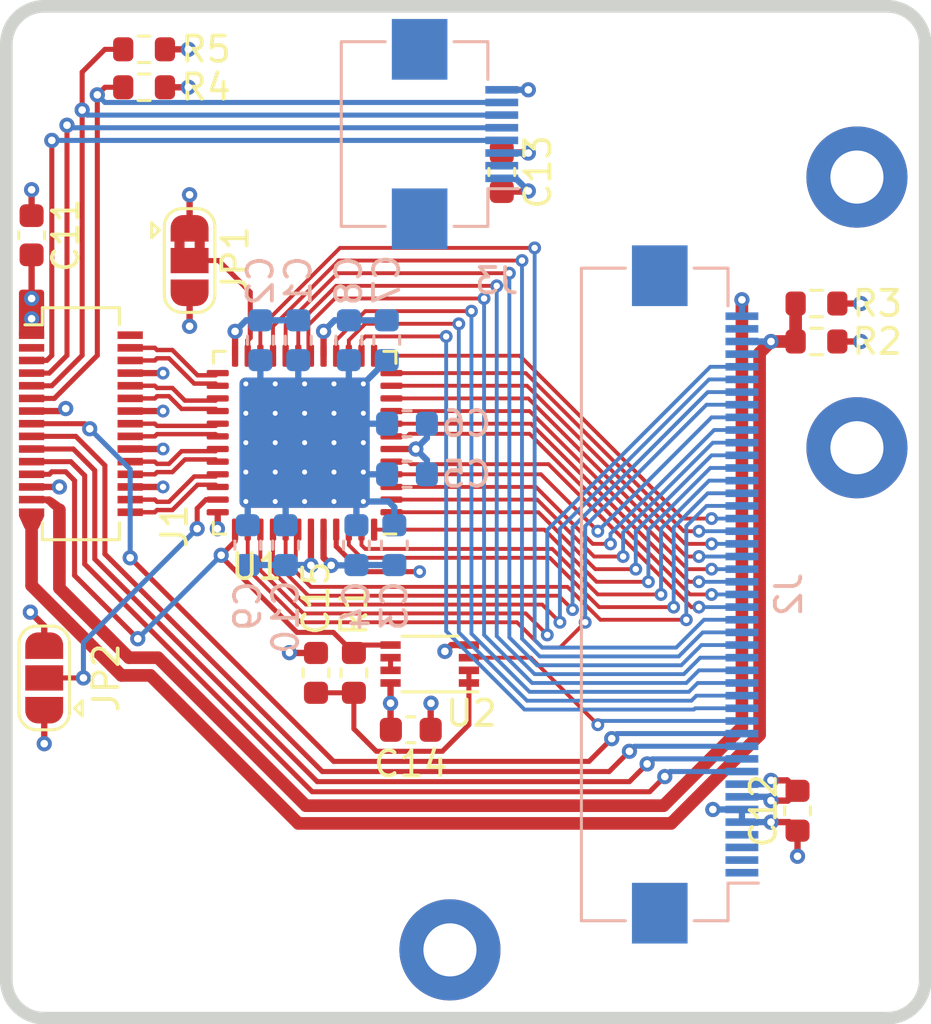
<source format=kicad_pcb>
(kicad_pcb (version 20171130) (host pcbnew "(5.1.9-0-10_14)")

  (general
    (thickness 1.6)
    (drawings 8)
    (tracks 542)
    (zones 0)
    (modules 30)
    (nets 66)
  )

  (page A4)
  (layers
    (0 F.Cu signal)
    (1 GND power)
    (2 PWR power)
    (31 B.Cu signal)
    (32 B.Adhes user)
    (33 F.Adhes user)
    (34 B.Paste user)
    (35 F.Paste user)
    (36 B.SilkS user hide)
    (37 F.SilkS user hide)
    (38 B.Mask user)
    (39 F.Mask user)
    (40 Dwgs.User user)
    (41 Cmts.User user)
    (42 Eco1.User user)
    (43 Eco2.User user)
    (44 Edge.Cuts user)
    (45 Margin user)
    (46 B.CrtYd user)
    (47 F.CrtYd user)
    (48 B.Fab user hide)
    (49 F.Fab user hide)
  )

  (setup
    (last_trace_width 0.2)
    (trace_clearance 0.2)
    (zone_clearance 0.2032)
    (zone_45_only no)
    (trace_min 0.1524)
    (via_size 0.6)
    (via_drill 0.3)
    (via_min_size 0.5)
    (via_min_drill 0.2)
    (uvia_size 0.3)
    (uvia_drill 0.1)
    (uvias_allowed no)
    (uvia_min_size 0.2)
    (uvia_min_drill 0.1)
    (edge_width 0.1)
    (segment_width 0.2)
    (pcb_text_width 0.125)
    (pcb_text_size 0.5 0.5)
    (mod_edge_width 0.05)
    (mod_text_size 0.6 0.6)
    (mod_text_width 0.125)
    (pad_size 0.6 0.6)
    (pad_drill 0.3)
    (pad_to_mask_clearance 0)
    (aux_axis_origin 111.85 71.3)
    (grid_origin 111.85 71.3)
    (visible_elements FFFFF7FF)
    (pcbplotparams
      (layerselection 0x010f0_ffffffff)
      (usegerberextensions true)
      (usegerberattributes false)
      (usegerberadvancedattributes false)
      (creategerberjobfile false)
      (excludeedgelayer true)
      (linewidth 0.100000)
      (plotframeref false)
      (viasonmask false)
      (mode 1)
      (useauxorigin false)
      (hpglpennumber 1)
      (hpglpenspeed 20)
      (hpglpendiameter 15.000000)
      (psnegative false)
      (psa4output false)
      (plotreference true)
      (plotvalue true)
      (plotinvisibletext false)
      (padsonsilk false)
      (subtractmaskfromsilk true)
      (outputformat 1)
      (mirror false)
      (drillshape 0)
      (scaleselection 1)
      (outputdirectory "fab/"))
  )

  (net 0 "")
  (net 1 GND)
  (net 2 +3V3)
  (net 3 SPI.MISO)
  (net 4 SPI.MOSI)
  (net 5 SPI.SCK)
  (net 6 SPI.CS)
  (net 7 /DISP_R7)
  (net 8 /DISP_R6)
  (net 9 /DISP_R5)
  (net 10 /DISP_R4)
  (net 11 /DISP_R3)
  (net 12 /DISP_R2)
  (net 13 /DISP_R1)
  (net 14 /DISP_R0)
  (net 15 /DISP_G7)
  (net 16 /DISP_G6)
  (net 17 /DISP_G5)
  (net 18 /DISP_G4)
  (net 19 /DISP_G3)
  (net 20 /DISP_G2)
  (net 21 /DISP_G1)
  (net 22 /DISP_G0)
  (net 23 /DISP_B7)
  (net 24 /DISP_B6)
  (net 25 /DISP_B5)
  (net 26 /DISP_B4)
  (net 27 /DISP_B3)
  (net 28 /DISP_B2)
  (net 29 /DISP_B1)
  (net 30 /DISP_B0)
  (net 31 /DISP_DE)
  (net 32 /DISP_PCLK)
  (net 33 /DISP_HSYNC)
  (net 34 /DISP_VSYNC)
  (net 35 LED_K)
  (net 36 LED_A)
  (net 37 "Net-(J1-Pad2)")
  (net 38 "Net-(J2-Pad1)")
  (net 39 "Net-(J2-Pad2)")
  (net 40 "Net-(J2-Pad3)")
  (net 41 "Net-(J2-Pad4)")
  (net 42 "Net-(J2-Pad42)")
  (net 43 "Net-(J2-Pad44)")
  (net 44 ENABLE)
  (net 45 /DISP_RST)
  (net 46 "Net-(JP1-Pad2)")
  (net 47 "Net-(JP2-Pad2)")
  (net 48 /LVDS_A0N)
  (net 49 /LVDS_A0P)
  (net 50 /LVDS_A1N)
  (net 51 /LVDS_A1P)
  (net 52 /LVDS_A2N)
  (net 53 /LVDS_A2P)
  (net 54 /LVDS_CLKN)
  (net 55 /LVDS_CLKP)
  (net 56 /LVDS_A3N)
  (net 57 /LVDS_A3P)
  (net 58 "Net-(C15-Pad1)")
  (net 59 "Net-(J1-Pad3)")
  (net 60 CTP.SCL)
  (net 61 CTP.SDA)
  (net 62 CTP.INT)
  (net 63 CTP.RST)
  (net 64 "Net-(J3-Pad2)")
  (net 65 "Net-(U2-Pad6)")

  (net_class Default "This is the default net class."
    (clearance 0.2)
    (trace_width 0.2)
    (via_dia 0.6)
    (via_drill 0.3)
    (uvia_dia 0.3)
    (uvia_drill 0.1)
    (add_net CTP.INT)
    (add_net CTP.RST)
    (add_net CTP.SCL)
    (add_net CTP.SDA)
    (add_net ENABLE)
    (add_net "Net-(C15-Pad1)")
    (add_net "Net-(J1-Pad2)")
    (add_net "Net-(J1-Pad3)")
    (add_net "Net-(J2-Pad1)")
    (add_net "Net-(J2-Pad2)")
    (add_net "Net-(J2-Pad3)")
    (add_net "Net-(J2-Pad4)")
    (add_net "Net-(J2-Pad42)")
    (add_net "Net-(J2-Pad44)")
    (add_net "Net-(J3-Pad2)")
    (add_net "Net-(JP1-Pad2)")
    (add_net "Net-(JP2-Pad2)")
    (add_net "Net-(U2-Pad6)")
    (add_net SPI.CS)
    (add_net SPI.MISO)
    (add_net SPI.MOSI)
    (add_net SPI.SCK)
  )

  (net_class DISPLAY ""
    (clearance 0.1524)
    (trace_width 0.1524)
    (via_dia 0.508)
    (via_drill 0.254)
    (uvia_dia 0.3)
    (uvia_drill 0.1)
    (diff_pair_width 0.175)
    (diff_pair_gap 0.1524)
    (add_net /DISP_B0)
    (add_net /DISP_B1)
    (add_net /DISP_B2)
    (add_net /DISP_B3)
    (add_net /DISP_B4)
    (add_net /DISP_B5)
    (add_net /DISP_B6)
    (add_net /DISP_B7)
    (add_net /DISP_DE)
    (add_net /DISP_G0)
    (add_net /DISP_G1)
    (add_net /DISP_G2)
    (add_net /DISP_G3)
    (add_net /DISP_G4)
    (add_net /DISP_G5)
    (add_net /DISP_G6)
    (add_net /DISP_G7)
    (add_net /DISP_HSYNC)
    (add_net /DISP_PCLK)
    (add_net /DISP_R0)
    (add_net /DISP_R1)
    (add_net /DISP_R2)
    (add_net /DISP_R3)
    (add_net /DISP_R4)
    (add_net /DISP_R5)
    (add_net /DISP_R6)
    (add_net /DISP_R7)
    (add_net /DISP_RST)
    (add_net /DISP_VSYNC)
    (add_net /LVDS_A0N)
    (add_net /LVDS_A0P)
    (add_net /LVDS_A1N)
    (add_net /LVDS_A1P)
    (add_net /LVDS_A2N)
    (add_net /LVDS_A2P)
    (add_net /LVDS_A3N)
    (add_net /LVDS_A3P)
    (add_net /LVDS_CLKN)
    (add_net /LVDS_CLKP)
  )

  (net_class POWER ""
    (clearance 0.2)
    (trace_width 0.25)
    (via_dia 0.6)
    (via_drill 0.3)
    (uvia_dia 0.3)
    (uvia_drill 0.1)
    (add_net +3V3)
    (add_net GND)
    (add_net LED_A)
    (add_net LED_K)
  )

  (module Capacitor_SMD:C_0603_1608Metric (layer F.Cu) (tedit 5F68FEEE) (tstamp 61C4AB19)
    (at 131.45 77.85 270)
    (descr "Capacitor SMD 0603 (1608 Metric), square (rectangular) end terminal, IPC_7351 nominal, (Body size source: IPC-SM-782 page 76, https://www.pcb-3d.com/wordpress/wp-content/uploads/ipc-sm-782a_amendment_1_and_2.pdf), generated with kicad-footprint-generator")
    (tags capacitor)
    (path /614A83D9)
    (attr smd)
    (fp_text reference C13 (at 0 -1.43 90) (layer F.SilkS)
      (effects (font (size 1 1) (thickness 0.15)))
    )
    (fp_text value 0.1uF (at 0 1.43 90) (layer F.Fab)
      (effects (font (size 1 1) (thickness 0.15)))
    )
    (fp_line (start 1.48 0.73) (end -1.48 0.73) (layer F.CrtYd) (width 0.05))
    (fp_line (start 1.48 -0.73) (end 1.48 0.73) (layer F.CrtYd) (width 0.05))
    (fp_line (start -1.48 -0.73) (end 1.48 -0.73) (layer F.CrtYd) (width 0.05))
    (fp_line (start -1.48 0.73) (end -1.48 -0.73) (layer F.CrtYd) (width 0.05))
    (fp_line (start -0.14058 0.51) (end 0.14058 0.51) (layer F.SilkS) (width 0.12))
    (fp_line (start -0.14058 -0.51) (end 0.14058 -0.51) (layer F.SilkS) (width 0.12))
    (fp_line (start 0.8 0.4) (end -0.8 0.4) (layer F.Fab) (width 0.1))
    (fp_line (start 0.8 -0.4) (end 0.8 0.4) (layer F.Fab) (width 0.1))
    (fp_line (start -0.8 -0.4) (end 0.8 -0.4) (layer F.Fab) (width 0.1))
    (fp_line (start -0.8 0.4) (end -0.8 -0.4) (layer F.Fab) (width 0.1))
    (fp_text user %R (at 0 0 90) (layer F.Fab)
      (effects (font (size 0.4 0.4) (thickness 0.06)))
    )
    (pad 1 smd roundrect (at -0.775 0 270) (size 0.9 0.95) (layers F.Cu F.Paste F.Mask) (roundrect_rratio 0.25)
      (net 2 +3V3))
    (pad 2 smd roundrect (at 0.775 0 270) (size 0.9 0.95) (layers F.Cu F.Paste F.Mask) (roundrect_rratio 0.25)
      (net 1 GND))
    (model ${KISYS3DMOD}/Capacitor_SMD.3dshapes/C_0603_1608Metric.wrl
      (at (xyz 0 0 0))
      (scale (xyz 1 1 1))
      (rotate (xyz 0 0 0))
    )
  )

  (module Capacitor_SMD:C_0603_1608Metric (layer F.Cu) (tedit 5B301BBE) (tstamp 5FE0D2C5)
    (at 127.85 99.9)
    (descr "Capacitor SMD 0603 (1608 Metric), square (rectangular) end terminal, IPC_7351 nominal, (Body size source: http://www.tortai-tech.com/upload/download/2011102023233369053.pdf), generated with kicad-footprint-generator")
    (tags capacitor)
    (path /5FEFD9E4)
    (attr smd)
    (fp_text reference C14 (at 0 1.35) (layer F.SilkS)
      (effects (font (size 1 1) (thickness 0.15)))
    )
    (fp_text value 0.1uF (at 0.65 2.7) (layer F.Fab)
      (effects (font (size 1 1) (thickness 0.15)))
    )
    (fp_line (start 1.48 0.73) (end -1.48 0.73) (layer F.CrtYd) (width 0.05))
    (fp_line (start 1.48 -0.73) (end 1.48 0.73) (layer F.CrtYd) (width 0.05))
    (fp_line (start -1.48 -0.73) (end 1.48 -0.73) (layer F.CrtYd) (width 0.05))
    (fp_line (start -1.48 0.73) (end -1.48 -0.73) (layer F.CrtYd) (width 0.05))
    (fp_line (start -0.162779 0.51) (end 0.162779 0.51) (layer F.SilkS) (width 0.12))
    (fp_line (start -0.162779 -0.51) (end 0.162779 -0.51) (layer F.SilkS) (width 0.12))
    (fp_line (start 0.8 0.4) (end -0.8 0.4) (layer F.Fab) (width 0.1))
    (fp_line (start 0.8 -0.4) (end 0.8 0.4) (layer F.Fab) (width 0.1))
    (fp_line (start -0.8 -0.4) (end 0.8 -0.4) (layer F.Fab) (width 0.1))
    (fp_line (start -0.8 0.4) (end -0.8 -0.4) (layer F.Fab) (width 0.1))
    (fp_text user %R (at 0 0) (layer F.Fab)
      (effects (font (size 0.4 0.4) (thickness 0.06)))
    )
    (pad 1 smd roundrect (at -0.7875 0) (size 0.875 0.95) (layers F.Cu F.Paste F.Mask) (roundrect_rratio 0.25)
      (net 2 +3V3))
    (pad 2 smd roundrect (at 0.7875 0) (size 0.875 0.95) (layers F.Cu F.Paste F.Mask) (roundrect_rratio 0.25)
      (net 1 GND))
    (model ${KISYS3DMOD}/Capacitor_SMD.3dshapes/C_0603_1608Metric.wrl
      (at (xyz 0 0 0))
      (scale (xyz 1 1 1))
      (rotate (xyz 0 0 0))
    )
  )

  (module Connector_Molex:Molex_SlimStack_55560-0301_2x15_P0.50mm_Vertical (layer F.Cu) (tedit 60D78262) (tstamp 60D7EFFB)
    (at 114.8 87.8 90)
    (descr "Molex SlimStack Fine-Pitch SMT Board-to-Board Connectors, 55560-0301, 30 Pins (http://www.molex.com/pdm_docs/sd/555600207_sd.pdf), generated with kicad-footprint-generator")
    (tags "connector Molex SlimStack side entry")
    (path /60FEB5A5)
    (attr smd)
    (fp_text reference J1 (at -4.05 3.7 270) (layer F.SilkS)
      (effects (font (size 1 1) (thickness 0.15)))
    )
    (fp_text value Input (at 0 3.65 270) (layer F.Fab)
      (effects (font (size 1 1) (thickness 0.15)))
    )
    (fp_line (start -4.98 -2.95) (end 4.98 -2.95) (layer F.CrtYd) (width 0.05))
    (fp_line (start -4.98 2.95) (end -4.98 -2.95) (layer F.CrtYd) (width 0.05))
    (fp_line (start 4.98 2.95) (end -4.98 2.95) (layer F.CrtYd) (width 0.05))
    (fp_line (start 4.98 -2.95) (end 4.98 2.95) (layer F.CrtYd) (width 0.05))
    (fp_line (start -4.585 -1.525) (end -3.91 -1.525) (layer F.SilkS) (width 0.12))
    (fp_line (start -4.585 1.525) (end -4.585 -1.525) (layer F.SilkS) (width 0.12))
    (fp_line (start -3.91 1.525) (end -4.585 1.525) (layer F.SilkS) (width 0.12))
    (fp_line (start 3.91 -1.525) (end 3.91 -2.215) (layer F.SilkS) (width 0.12))
    (fp_line (start 4.585 -1.525) (end 3.91 -1.525) (layer F.SilkS) (width 0.12))
    (fp_line (start 4.585 1.525) (end 4.585 -1.525) (layer F.SilkS) (width 0.12))
    (fp_line (start 3.91 1.525) (end 4.585 1.525) (layer F.SilkS) (width 0.12))
    (fp_line (start 3.91 -1.525) (end 3.91 -2.215) (layer F.Fab) (width 0.1))
    (fp_line (start -4.475 -1.415) (end 4.475 -1.415) (layer F.Fab) (width 0.1))
    (fp_line (start -4.475 1.415) (end -4.475 -1.415) (layer F.Fab) (width 0.1))
    (fp_line (start 4.475 1.415) (end -4.475 1.415) (layer F.Fab) (width 0.1))
    (fp_line (start 4.475 -1.415) (end 4.475 1.415) (layer F.Fab) (width 0.1))
    (fp_text user %R (at 0 0 270) (layer F.Fab)
      (effects (font (size 1 1) (thickness 0.15)))
    )
    (pad 1 smd rect (at 3.5 -1.95 90) (size 0.3 1) (layers F.Cu F.Paste F.Mask)
      (net 2 +3V3))
    (pad 3 smd rect (at 3 -1.95 90) (size 0.3 1) (layers F.Cu F.Paste F.Mask)
      (net 59 "Net-(J1-Pad3)"))
    (pad 5 smd rect (at 2.5 -1.95 90) (size 0.3 1) (layers F.Cu F.Paste F.Mask)
      (net 60 CTP.SCL))
    (pad 7 smd rect (at 2 -1.95 90) (size 0.3 1) (layers F.Cu F.Paste F.Mask)
      (net 61 CTP.SDA))
    (pad 9 smd rect (at 1.5 -1.95 90) (size 0.3 1) (layers F.Cu F.Paste F.Mask)
      (net 62 CTP.INT))
    (pad 11 smd rect (at 1 -1.95 90) (size 0.3 1) (layers F.Cu F.Paste F.Mask)
      (net 63 CTP.RST))
    (pad 13 smd rect (at 0.5 -1.95 90) (size 0.3 1) (layers F.Cu F.Paste F.Mask)
      (net 1 GND))
    (pad 15 smd rect (at 0 -1.95 90) (size 0.3 1) (layers F.Cu F.Paste F.Mask)
      (net 6 SPI.CS))
    (pad 17 smd rect (at -0.5 -1.95 90) (size 0.3 1) (layers F.Cu F.Paste F.Mask)
      (net 5 SPI.SCK))
    (pad 19 smd rect (at -1 -1.95 90) (size 0.3 1) (layers F.Cu F.Paste F.Mask)
      (net 4 SPI.MOSI))
    (pad 21 smd rect (at -1.5 -1.95 90) (size 0.3 1) (layers F.Cu F.Paste F.Mask)
      (net 3 SPI.MISO))
    (pad 23 smd rect (at -2 -1.95 90) (size 0.3 1) (layers F.Cu F.Paste F.Mask)
      (net 44 ENABLE))
    (pad 25 smd rect (at -2.5 -1.95 90) (size 0.3 1) (layers F.Cu F.Paste F.Mask)
      (net 1 GND))
    (pad 27 smd rect (at -3 -1.95 90) (size 0.3 1) (layers F.Cu F.Paste F.Mask)
      (net 36 LED_A))
    (pad 29 smd rect (at -3.5 -1.95 90) (size 0.3 1) (layers F.Cu F.Paste F.Mask)
      (net 35 LED_K))
    (pad 2 smd rect (at 3.5 1.95 90) (size 0.3 1) (layers F.Cu F.Paste F.Mask)
      (net 37 "Net-(J1-Pad2)"))
    (pad 4 smd rect (at 3 1.95 90) (size 0.3 1) (layers F.Cu F.Paste F.Mask)
      (net 48 /LVDS_A0N))
    (pad 6 smd rect (at 2.5 1.95 90) (size 0.3 1) (layers F.Cu F.Paste F.Mask)
      (net 49 /LVDS_A0P))
    (pad 8 smd rect (at 2 1.95 90) (size 0.3 1) (layers F.Cu F.Paste F.Mask)
      (net 1 GND))
    (pad 10 smd rect (at 1.5 1.95 90) (size 0.3 1) (layers F.Cu F.Paste F.Mask)
      (net 50 /LVDS_A1N))
    (pad 12 smd rect (at 1 1.95 90) (size 0.3 1) (layers F.Cu F.Paste F.Mask)
      (net 51 /LVDS_A1P))
    (pad 14 smd rect (at 0.5 1.95 90) (size 0.3 1) (layers F.Cu F.Paste F.Mask)
      (net 1 GND))
    (pad 16 smd rect (at 0 1.95 90) (size 0.3 1) (layers F.Cu F.Paste F.Mask)
      (net 52 /LVDS_A2N))
    (pad 18 smd rect (at -0.5 1.95 90) (size 0.3 1) (layers F.Cu F.Paste F.Mask)
      (net 53 /LVDS_A2P))
    (pad 20 smd rect (at -1 1.95 90) (size 0.3 1) (layers F.Cu F.Paste F.Mask)
      (net 1 GND))
    (pad 22 smd rect (at -1.5 1.95 90) (size 0.3 1) (layers F.Cu F.Paste F.Mask)
      (net 54 /LVDS_CLKN))
    (pad 24 smd rect (at -2 1.95 90) (size 0.3 1) (layers F.Cu F.Paste F.Mask)
      (net 55 /LVDS_CLKP))
    (pad 26 smd rect (at -2.5 1.95 90) (size 0.3 1) (layers F.Cu F.Paste F.Mask)
      (net 1 GND))
    (pad 28 smd rect (at -3 1.95 90) (size 0.3 1) (layers F.Cu F.Paste F.Mask)
      (net 56 /LVDS_A3N))
    (pad 30 smd rect (at -3.5 1.95 90) (size 0.3 1) (layers F.Cu F.Paste F.Mask)
      (net 57 /LVDS_A3P))
    (model ${KISYS3DMOD}/Connector_Molex.3dshapes/Molex_SlimStack_55560-0301_2x15_P0.50mm_Vertical.wrl
      (at (xyz 0 0 0))
      (scale (xyz 1 1 1))
      (rotate (xyz 0 0 0))
    )
  )

  (module Capacitor_SMD:C_0603_1608Metric (layer B.Cu) (tedit 5B301BBE) (tstamp 60D8CB17)
    (at 123.4 84.5 270)
    (descr "Capacitor SMD 0603 (1608 Metric), square (rectangular) end terminal, IPC_7351 nominal, (Body size source: http://www.tortai-tech.com/upload/download/2011102023233369053.pdf), generated with kicad-footprint-generator")
    (tags capacitor)
    (path /5E6E23E8)
    (attr smd)
    (fp_text reference C1 (at -2.35 0 270) (layer B.SilkS)
      (effects (font (size 1 1) (thickness 0.15)) (justify mirror))
    )
    (fp_text value 0.1uF (at -5.4 0.05 270) (layer B.Fab)
      (effects (font (size 1 1) (thickness 0.15)) (justify mirror))
    )
    (fp_line (start 1.48 -0.73) (end -1.48 -0.73) (layer B.CrtYd) (width 0.05))
    (fp_line (start 1.48 0.73) (end 1.48 -0.73) (layer B.CrtYd) (width 0.05))
    (fp_line (start -1.48 0.73) (end 1.48 0.73) (layer B.CrtYd) (width 0.05))
    (fp_line (start -1.48 -0.73) (end -1.48 0.73) (layer B.CrtYd) (width 0.05))
    (fp_line (start -0.162779 -0.51) (end 0.162779 -0.51) (layer B.SilkS) (width 0.12))
    (fp_line (start -0.162779 0.51) (end 0.162779 0.51) (layer B.SilkS) (width 0.12))
    (fp_line (start 0.8 -0.4) (end -0.8 -0.4) (layer B.Fab) (width 0.1))
    (fp_line (start 0.8 0.4) (end 0.8 -0.4) (layer B.Fab) (width 0.1))
    (fp_line (start -0.8 0.4) (end 0.8 0.4) (layer B.Fab) (width 0.1))
    (fp_line (start -0.8 -0.4) (end -0.8 0.4) (layer B.Fab) (width 0.1))
    (fp_text user %R (at 0 0 270) (layer B.Fab)
      (effects (font (size 0.4 0.4) (thickness 0.06)) (justify mirror))
    )
    (pad 2 smd roundrect (at 0.7875 0 270) (size 0.875 0.95) (layers B.Cu B.Paste B.Mask) (roundrect_rratio 0.25)
      (net 1 GND))
    (pad 1 smd roundrect (at -0.7875 0 270) (size 0.875 0.95) (layers B.Cu B.Paste B.Mask) (roundrect_rratio 0.25)
      (net 2 +3V3))
    (model ${KISYS3DMOD}/Capacitor_SMD.3dshapes/C_0603_1608Metric.wrl
      (at (xyz 0 0 0))
      (scale (xyz 1 1 1))
      (rotate (xyz 0 0 0))
    )
  )

  (module Capacitor_SMD:C_0603_1608Metric (layer B.Cu) (tedit 5B301BBE) (tstamp 5D5D35B2)
    (at 121.9 84.5 270)
    (descr "Capacitor SMD 0603 (1608 Metric), square (rectangular) end terminal, IPC_7351 nominal, (Body size source: http://www.tortai-tech.com/upload/download/2011102023233369053.pdf), generated with kicad-footprint-generator")
    (tags capacitor)
    (path /5E6E23DE)
    (attr smd)
    (fp_text reference C2 (at -2.35 0 270) (layer B.SilkS)
      (effects (font (size 1 1) (thickness 0.15)) (justify mirror))
    )
    (fp_text value 0.01uF (at -5.9 0 270) (layer B.Fab)
      (effects (font (size 1 1) (thickness 0.15)) (justify mirror))
    )
    (fp_line (start -0.8 -0.4) (end -0.8 0.4) (layer B.Fab) (width 0.1))
    (fp_line (start -0.8 0.4) (end 0.8 0.4) (layer B.Fab) (width 0.1))
    (fp_line (start 0.8 0.4) (end 0.8 -0.4) (layer B.Fab) (width 0.1))
    (fp_line (start 0.8 -0.4) (end -0.8 -0.4) (layer B.Fab) (width 0.1))
    (fp_line (start -0.162779 0.51) (end 0.162779 0.51) (layer B.SilkS) (width 0.12))
    (fp_line (start -0.162779 -0.51) (end 0.162779 -0.51) (layer B.SilkS) (width 0.12))
    (fp_line (start -1.48 -0.73) (end -1.48 0.73) (layer B.CrtYd) (width 0.05))
    (fp_line (start -1.48 0.73) (end 1.48 0.73) (layer B.CrtYd) (width 0.05))
    (fp_line (start 1.48 0.73) (end 1.48 -0.73) (layer B.CrtYd) (width 0.05))
    (fp_line (start 1.48 -0.73) (end -1.48 -0.73) (layer B.CrtYd) (width 0.05))
    (fp_text user %R (at 0 0 270) (layer B.Fab)
      (effects (font (size 0.4 0.4) (thickness 0.06)) (justify mirror))
    )
    (pad 1 smd roundrect (at -0.7875 0 270) (size 0.875 0.95) (layers B.Cu B.Paste B.Mask) (roundrect_rratio 0.25)
      (net 2 +3V3))
    (pad 2 smd roundrect (at 0.7875 0 270) (size 0.875 0.95) (layers B.Cu B.Paste B.Mask) (roundrect_rratio 0.25)
      (net 1 GND))
    (model ${KISYS3DMOD}/Capacitor_SMD.3dshapes/C_0603_1608Metric.wrl
      (at (xyz 0 0 0))
      (scale (xyz 1 1 1))
      (rotate (xyz 0 0 0))
    )
  )

  (module Capacitor_SMD:C_0603_1608Metric (layer B.Cu) (tedit 5B301BBE) (tstamp 5D5D3582)
    (at 127.2 92.6 90)
    (descr "Capacitor SMD 0603 (1608 Metric), square (rectangular) end terminal, IPC_7351 nominal, (Body size source: http://www.tortai-tech.com/upload/download/2011102023233369053.pdf), generated with kicad-footprint-generator")
    (tags capacitor)
    (path /5E6B29E2)
    (attr smd)
    (fp_text reference C3 (at -2.4 0 90) (layer B.SilkS)
      (effects (font (size 1 1) (thickness 0.15)) (justify mirror))
    )
    (fp_text value 0.1uF (at -6.35 0 90) (layer B.Fab)
      (effects (font (size 1 1) (thickness 0.15)) (justify mirror))
    )
    (fp_line (start 1.48 -0.73) (end -1.48 -0.73) (layer B.CrtYd) (width 0.05))
    (fp_line (start 1.48 0.73) (end 1.48 -0.73) (layer B.CrtYd) (width 0.05))
    (fp_line (start -1.48 0.73) (end 1.48 0.73) (layer B.CrtYd) (width 0.05))
    (fp_line (start -1.48 -0.73) (end -1.48 0.73) (layer B.CrtYd) (width 0.05))
    (fp_line (start -0.162779 -0.51) (end 0.162779 -0.51) (layer B.SilkS) (width 0.12))
    (fp_line (start -0.162779 0.51) (end 0.162779 0.51) (layer B.SilkS) (width 0.12))
    (fp_line (start 0.8 -0.4) (end -0.8 -0.4) (layer B.Fab) (width 0.1))
    (fp_line (start 0.8 0.4) (end 0.8 -0.4) (layer B.Fab) (width 0.1))
    (fp_line (start -0.8 0.4) (end 0.8 0.4) (layer B.Fab) (width 0.1))
    (fp_line (start -0.8 -0.4) (end -0.8 0.4) (layer B.Fab) (width 0.1))
    (fp_text user %R (at 0 0 90) (layer B.Fab)
      (effects (font (size 0.4 0.4) (thickness 0.06)) (justify mirror))
    )
    (pad 2 smd roundrect (at 0.7875 0 90) (size 0.875 0.95) (layers B.Cu B.Paste B.Mask) (roundrect_rratio 0.25)
      (net 1 GND))
    (pad 1 smd roundrect (at -0.7875 0 90) (size 0.875 0.95) (layers B.Cu B.Paste B.Mask) (roundrect_rratio 0.25)
      (net 2 +3V3))
    (model ${KISYS3DMOD}/Capacitor_SMD.3dshapes/C_0603_1608Metric.wrl
      (at (xyz 0 0 0))
      (scale (xyz 1 1 1))
      (rotate (xyz 0 0 0))
    )
  )

  (module Capacitor_SMD:C_0603_1608Metric (layer B.Cu) (tedit 5B301BBE) (tstamp 5D5D3552)
    (at 125.7 92.6 90)
    (descr "Capacitor SMD 0603 (1608 Metric), square (rectangular) end terminal, IPC_7351 nominal, (Body size source: http://www.tortai-tech.com/upload/download/2011102023233369053.pdf), generated with kicad-footprint-generator")
    (tags capacitor)
    (path /5E6B29D8)
    (attr smd)
    (fp_text reference C4 (at -2.4 0 90) (layer B.SilkS)
      (effects (font (size 1 1) (thickness 0.15)) (justify mirror))
    )
    (fp_text value 0.01uF (at -6.85 0 90) (layer B.Fab)
      (effects (font (size 1 1) (thickness 0.15)) (justify mirror))
    )
    (fp_line (start -0.8 -0.4) (end -0.8 0.4) (layer B.Fab) (width 0.1))
    (fp_line (start -0.8 0.4) (end 0.8 0.4) (layer B.Fab) (width 0.1))
    (fp_line (start 0.8 0.4) (end 0.8 -0.4) (layer B.Fab) (width 0.1))
    (fp_line (start 0.8 -0.4) (end -0.8 -0.4) (layer B.Fab) (width 0.1))
    (fp_line (start -0.162779 0.51) (end 0.162779 0.51) (layer B.SilkS) (width 0.12))
    (fp_line (start -0.162779 -0.51) (end 0.162779 -0.51) (layer B.SilkS) (width 0.12))
    (fp_line (start -1.48 -0.73) (end -1.48 0.73) (layer B.CrtYd) (width 0.05))
    (fp_line (start -1.48 0.73) (end 1.48 0.73) (layer B.CrtYd) (width 0.05))
    (fp_line (start 1.48 0.73) (end 1.48 -0.73) (layer B.CrtYd) (width 0.05))
    (fp_line (start 1.48 -0.73) (end -1.48 -0.73) (layer B.CrtYd) (width 0.05))
    (fp_text user %R (at 0 0 90) (layer B.Fab)
      (effects (font (size 0.4 0.4) (thickness 0.06)) (justify mirror))
    )
    (pad 1 smd roundrect (at -0.7875 0 90) (size 0.875 0.95) (layers B.Cu B.Paste B.Mask) (roundrect_rratio 0.25)
      (net 2 +3V3))
    (pad 2 smd roundrect (at 0.7875 0 90) (size 0.875 0.95) (layers B.Cu B.Paste B.Mask) (roundrect_rratio 0.25)
      (net 1 GND))
    (model ${KISYS3DMOD}/Capacitor_SMD.3dshapes/C_0603_1608Metric.wrl
      (at (xyz 0 0 0))
      (scale (xyz 1 1 1))
      (rotate (xyz 0 0 0))
    )
  )

  (module Capacitor_SMD:C_0603_1608Metric (layer B.Cu) (tedit 5B301BBE) (tstamp 5D5D3522)
    (at 127.7 89.8 180)
    (descr "Capacitor SMD 0603 (1608 Metric), square (rectangular) end terminal, IPC_7351 nominal, (Body size source: http://www.tortai-tech.com/upload/download/2011102023233369053.pdf), generated with kicad-footprint-generator")
    (tags capacitor)
    (path /5E683528)
    (attr smd)
    (fp_text reference C5 (at -2.35 0) (layer B.SilkS)
      (effects (font (size 1 1) (thickness 0.15)) (justify mirror))
    )
    (fp_text value 0.1uF (at 3.45 0.05) (layer B.Fab)
      (effects (font (size 1 1) (thickness 0.15)) (justify mirror))
    )
    (fp_line (start 1.48 -0.73) (end -1.48 -0.73) (layer B.CrtYd) (width 0.05))
    (fp_line (start 1.48 0.73) (end 1.48 -0.73) (layer B.CrtYd) (width 0.05))
    (fp_line (start -1.48 0.73) (end 1.48 0.73) (layer B.CrtYd) (width 0.05))
    (fp_line (start -1.48 -0.73) (end -1.48 0.73) (layer B.CrtYd) (width 0.05))
    (fp_line (start -0.162779 -0.51) (end 0.162779 -0.51) (layer B.SilkS) (width 0.12))
    (fp_line (start -0.162779 0.51) (end 0.162779 0.51) (layer B.SilkS) (width 0.12))
    (fp_line (start 0.8 -0.4) (end -0.8 -0.4) (layer B.Fab) (width 0.1))
    (fp_line (start 0.8 0.4) (end 0.8 -0.4) (layer B.Fab) (width 0.1))
    (fp_line (start -0.8 0.4) (end 0.8 0.4) (layer B.Fab) (width 0.1))
    (fp_line (start -0.8 -0.4) (end -0.8 0.4) (layer B.Fab) (width 0.1))
    (fp_text user %R (at 0 0) (layer B.Fab)
      (effects (font (size 0.4 0.4) (thickness 0.06)) (justify mirror))
    )
    (pad 2 smd roundrect (at 0.7875 0 180) (size 0.875 0.95) (layers B.Cu B.Paste B.Mask) (roundrect_rratio 0.25)
      (net 1 GND))
    (pad 1 smd roundrect (at -0.7875 0 180) (size 0.875 0.95) (layers B.Cu B.Paste B.Mask) (roundrect_rratio 0.25)
      (net 2 +3V3))
    (model ${KISYS3DMOD}/Capacitor_SMD.3dshapes/C_0603_1608Metric.wrl
      (at (xyz 0 0 0))
      (scale (xyz 1 1 1))
      (rotate (xyz 0 0 0))
    )
  )

  (module Capacitor_SMD:C_0603_1608Metric (layer B.Cu) (tedit 5B301BBE) (tstamp 5D5D34F2)
    (at 127.7 87.8 180)
    (descr "Capacitor SMD 0603 (1608 Metric), square (rectangular) end terminal, IPC_7351 nominal, (Body size source: http://www.tortai-tech.com/upload/download/2011102023233369053.pdf), generated with kicad-footprint-generator")
    (tags capacitor)
    (path /5E68351E)
    (attr smd)
    (fp_text reference C6 (at -2.35 0) (layer B.SilkS)
      (effects (font (size 1 1) (thickness 0.15)) (justify mirror))
    )
    (fp_text value 0.01uF (at 3.95 0) (layer B.Fab)
      (effects (font (size 1 1) (thickness 0.15)) (justify mirror))
    )
    (fp_line (start -0.8 -0.4) (end -0.8 0.4) (layer B.Fab) (width 0.1))
    (fp_line (start -0.8 0.4) (end 0.8 0.4) (layer B.Fab) (width 0.1))
    (fp_line (start 0.8 0.4) (end 0.8 -0.4) (layer B.Fab) (width 0.1))
    (fp_line (start 0.8 -0.4) (end -0.8 -0.4) (layer B.Fab) (width 0.1))
    (fp_line (start -0.162779 0.51) (end 0.162779 0.51) (layer B.SilkS) (width 0.12))
    (fp_line (start -0.162779 -0.51) (end 0.162779 -0.51) (layer B.SilkS) (width 0.12))
    (fp_line (start -1.48 -0.73) (end -1.48 0.73) (layer B.CrtYd) (width 0.05))
    (fp_line (start -1.48 0.73) (end 1.48 0.73) (layer B.CrtYd) (width 0.05))
    (fp_line (start 1.48 0.73) (end 1.48 -0.73) (layer B.CrtYd) (width 0.05))
    (fp_line (start 1.48 -0.73) (end -1.48 -0.73) (layer B.CrtYd) (width 0.05))
    (fp_text user %R (at 0 0) (layer B.Fab)
      (effects (font (size 0.4 0.4) (thickness 0.06)) (justify mirror))
    )
    (pad 1 smd roundrect (at -0.7875 0 180) (size 0.875 0.95) (layers B.Cu B.Paste B.Mask) (roundrect_rratio 0.25)
      (net 2 +3V3))
    (pad 2 smd roundrect (at 0.7875 0 180) (size 0.875 0.95) (layers B.Cu B.Paste B.Mask) (roundrect_rratio 0.25)
      (net 1 GND))
    (model ${KISYS3DMOD}/Capacitor_SMD.3dshapes/C_0603_1608Metric.wrl
      (at (xyz 0 0 0))
      (scale (xyz 1 1 1))
      (rotate (xyz 0 0 0))
    )
  )

  (module Capacitor_SMD:C_0603_1608Metric (layer B.Cu) (tedit 5B301BBE) (tstamp 5D5D34C2)
    (at 126.9 84.5 270)
    (descr "Capacitor SMD 0603 (1608 Metric), square (rectangular) end terminal, IPC_7351 nominal, (Body size source: http://www.tortai-tech.com/upload/download/2011102023233369053.pdf), generated with kicad-footprint-generator")
    (tags capacitor)
    (path /5E652065)
    (attr smd)
    (fp_text reference C7 (at -2.4 0 270) (layer B.SilkS)
      (effects (font (size 1 1) (thickness 0.15)) (justify mirror))
    )
    (fp_text value 0.1uF (at -5.4 0 270) (layer B.Fab)
      (effects (font (size 1 1) (thickness 0.15)) (justify mirror))
    )
    (fp_line (start 1.48 -0.73) (end -1.48 -0.73) (layer B.CrtYd) (width 0.05))
    (fp_line (start 1.48 0.73) (end 1.48 -0.73) (layer B.CrtYd) (width 0.05))
    (fp_line (start -1.48 0.73) (end 1.48 0.73) (layer B.CrtYd) (width 0.05))
    (fp_line (start -1.48 -0.73) (end -1.48 0.73) (layer B.CrtYd) (width 0.05))
    (fp_line (start -0.162779 -0.51) (end 0.162779 -0.51) (layer B.SilkS) (width 0.12))
    (fp_line (start -0.162779 0.51) (end 0.162779 0.51) (layer B.SilkS) (width 0.12))
    (fp_line (start 0.8 -0.4) (end -0.8 -0.4) (layer B.Fab) (width 0.1))
    (fp_line (start 0.8 0.4) (end 0.8 -0.4) (layer B.Fab) (width 0.1))
    (fp_line (start -0.8 0.4) (end 0.8 0.4) (layer B.Fab) (width 0.1))
    (fp_line (start -0.8 -0.4) (end -0.8 0.4) (layer B.Fab) (width 0.1))
    (fp_text user %R (at 0 0 270) (layer B.Fab)
      (effects (font (size 0.4 0.4) (thickness 0.06)) (justify mirror))
    )
    (pad 2 smd roundrect (at 0.7875 0 270) (size 0.875 0.95) (layers B.Cu B.Paste B.Mask) (roundrect_rratio 0.25)
      (net 1 GND))
    (pad 1 smd roundrect (at -0.7875 0 270) (size 0.875 0.95) (layers B.Cu B.Paste B.Mask) (roundrect_rratio 0.25)
      (net 2 +3V3))
    (model ${KISYS3DMOD}/Capacitor_SMD.3dshapes/C_0603_1608Metric.wrl
      (at (xyz 0 0 0))
      (scale (xyz 1 1 1))
      (rotate (xyz 0 0 0))
    )
  )

  (module Capacitor_SMD:C_0603_1608Metric (layer B.Cu) (tedit 5B301BBE) (tstamp 5D5D3492)
    (at 125.4 84.5 270)
    (descr "Capacitor SMD 0603 (1608 Metric), square (rectangular) end terminal, IPC_7351 nominal, (Body size source: http://www.tortai-tech.com/upload/download/2011102023233369053.pdf), generated with kicad-footprint-generator")
    (tags capacitor)
    (path /5E65205B)
    (attr smd)
    (fp_text reference C8 (at -2.35 0 270) (layer B.SilkS)
      (effects (font (size 1 1) (thickness 0.15)) (justify mirror))
    )
    (fp_text value 0.01uF (at -5.85 0 270) (layer B.Fab)
      (effects (font (size 1 1) (thickness 0.15)) (justify mirror))
    )
    (fp_line (start -0.8 -0.4) (end -0.8 0.4) (layer B.Fab) (width 0.1))
    (fp_line (start -0.8 0.4) (end 0.8 0.4) (layer B.Fab) (width 0.1))
    (fp_line (start 0.8 0.4) (end 0.8 -0.4) (layer B.Fab) (width 0.1))
    (fp_line (start 0.8 -0.4) (end -0.8 -0.4) (layer B.Fab) (width 0.1))
    (fp_line (start -0.162779 0.51) (end 0.162779 0.51) (layer B.SilkS) (width 0.12))
    (fp_line (start -0.162779 -0.51) (end 0.162779 -0.51) (layer B.SilkS) (width 0.12))
    (fp_line (start -1.48 -0.73) (end -1.48 0.73) (layer B.CrtYd) (width 0.05))
    (fp_line (start -1.48 0.73) (end 1.48 0.73) (layer B.CrtYd) (width 0.05))
    (fp_line (start 1.48 0.73) (end 1.48 -0.73) (layer B.CrtYd) (width 0.05))
    (fp_line (start 1.48 -0.73) (end -1.48 -0.73) (layer B.CrtYd) (width 0.05))
    (fp_text user %R (at 0 0 270) (layer B.Fab)
      (effects (font (size 0.4 0.4) (thickness 0.06)) (justify mirror))
    )
    (pad 1 smd roundrect (at -0.7875 0 270) (size 0.875 0.95) (layers B.Cu B.Paste B.Mask) (roundrect_rratio 0.25)
      (net 2 +3V3))
    (pad 2 smd roundrect (at 0.7875 0 270) (size 0.875 0.95) (layers B.Cu B.Paste B.Mask) (roundrect_rratio 0.25)
      (net 1 GND))
    (model ${KISYS3DMOD}/Capacitor_SMD.3dshapes/C_0603_1608Metric.wrl
      (at (xyz 0 0 0))
      (scale (xyz 1 1 1))
      (rotate (xyz 0 0 0))
    )
  )

  (module Capacitor_SMD:C_0603_1608Metric (layer B.Cu) (tedit 5B301BBE) (tstamp 5D5D3462)
    (at 121.4 92.6 90)
    (descr "Capacitor SMD 0603 (1608 Metric), square (rectangular) end terminal, IPC_7351 nominal, (Body size source: http://www.tortai-tech.com/upload/download/2011102023233369053.pdf), generated with kicad-footprint-generator")
    (tags capacitor)
    (path /5E623041)
    (attr smd)
    (fp_text reference C9 (at -2.4 0 90) (layer B.SilkS)
      (effects (font (size 1 1) (thickness 0.15)) (justify mirror))
    )
    (fp_text value 0.1uF (at -6.35 0 90) (layer B.Fab)
      (effects (font (size 1 1) (thickness 0.15)) (justify mirror))
    )
    (fp_line (start 1.48 -0.73) (end -1.48 -0.73) (layer B.CrtYd) (width 0.05))
    (fp_line (start 1.48 0.73) (end 1.48 -0.73) (layer B.CrtYd) (width 0.05))
    (fp_line (start -1.48 0.73) (end 1.48 0.73) (layer B.CrtYd) (width 0.05))
    (fp_line (start -1.48 -0.73) (end -1.48 0.73) (layer B.CrtYd) (width 0.05))
    (fp_line (start -0.162779 -0.51) (end 0.162779 -0.51) (layer B.SilkS) (width 0.12))
    (fp_line (start -0.162779 0.51) (end 0.162779 0.51) (layer B.SilkS) (width 0.12))
    (fp_line (start 0.8 -0.4) (end -0.8 -0.4) (layer B.Fab) (width 0.1))
    (fp_line (start 0.8 0.4) (end 0.8 -0.4) (layer B.Fab) (width 0.1))
    (fp_line (start -0.8 0.4) (end 0.8 0.4) (layer B.Fab) (width 0.1))
    (fp_line (start -0.8 -0.4) (end -0.8 0.4) (layer B.Fab) (width 0.1))
    (fp_text user %R (at 0 0 90) (layer B.Fab)
      (effects (font (size 0.4 0.4) (thickness 0.06)) (justify mirror))
    )
    (pad 2 smd roundrect (at 0.7875 0 90) (size 0.875 0.95) (layers B.Cu B.Paste B.Mask) (roundrect_rratio 0.25)
      (net 1 GND))
    (pad 1 smd roundrect (at -0.7875 0 90) (size 0.875 0.95) (layers B.Cu B.Paste B.Mask) (roundrect_rratio 0.25)
      (net 2 +3V3))
    (model ${KISYS3DMOD}/Capacitor_SMD.3dshapes/C_0603_1608Metric.wrl
      (at (xyz 0 0 0))
      (scale (xyz 1 1 1))
      (rotate (xyz 0 0 0))
    )
  )

  (module Capacitor_SMD:C_0603_1608Metric (layer B.Cu) (tedit 5B301BBE) (tstamp 5D5D3432)
    (at 122.9 92.6 90)
    (descr "Capacitor SMD 0603 (1608 Metric), square (rectangular) end terminal, IPC_7351 nominal, (Body size source: http://www.tortai-tech.com/upload/download/2011102023233369053.pdf), generated with kicad-footprint-generator")
    (tags capacitor)
    (path /5E621F1F)
    (attr smd)
    (fp_text reference C10 (at -2.85 0 90) (layer B.SilkS)
      (effects (font (size 1 1) (thickness 0.15)) (justify mirror))
    )
    (fp_text value 0.01uF (at -6.85 0 90) (layer B.Fab)
      (effects (font (size 1 1) (thickness 0.15)) (justify mirror))
    )
    (fp_line (start -0.8 -0.4) (end -0.8 0.4) (layer B.Fab) (width 0.1))
    (fp_line (start -0.8 0.4) (end 0.8 0.4) (layer B.Fab) (width 0.1))
    (fp_line (start 0.8 0.4) (end 0.8 -0.4) (layer B.Fab) (width 0.1))
    (fp_line (start 0.8 -0.4) (end -0.8 -0.4) (layer B.Fab) (width 0.1))
    (fp_line (start -0.162779 0.51) (end 0.162779 0.51) (layer B.SilkS) (width 0.12))
    (fp_line (start -0.162779 -0.51) (end 0.162779 -0.51) (layer B.SilkS) (width 0.12))
    (fp_line (start -1.48 -0.73) (end -1.48 0.73) (layer B.CrtYd) (width 0.05))
    (fp_line (start -1.48 0.73) (end 1.48 0.73) (layer B.CrtYd) (width 0.05))
    (fp_line (start 1.48 0.73) (end 1.48 -0.73) (layer B.CrtYd) (width 0.05))
    (fp_line (start 1.48 -0.73) (end -1.48 -0.73) (layer B.CrtYd) (width 0.05))
    (fp_text user %R (at 0 0 90) (layer B.Fab)
      (effects (font (size 0.4 0.4) (thickness 0.06)) (justify mirror))
    )
    (pad 1 smd roundrect (at -0.7875 0 90) (size 0.875 0.95) (layers B.Cu B.Paste B.Mask) (roundrect_rratio 0.25)
      (net 2 +3V3))
    (pad 2 smd roundrect (at 0.7875 0 90) (size 0.875 0.95) (layers B.Cu B.Paste B.Mask) (roundrect_rratio 0.25)
      (net 1 GND))
    (model ${KISYS3DMOD}/Capacitor_SMD.3dshapes/C_0603_1608Metric.wrl
      (at (xyz 0 0 0))
      (scale (xyz 1 1 1))
      (rotate (xyz 0 0 0))
    )
  )

  (module Package_DFN_QFN:QFN-48-1EP_7x7mm_P0.5mm_EP5.15x5.15mm_ThermalVias (layer F.Cu) (tedit 5C26A111) (tstamp 5D5D3344)
    (at 123.65 88.55 180)
    (descr "QFN, 48 Pin (http://www.analog.com/media/en/package-pcb-resources/package/pkg_pdf/ltc-legacy-qfn/QFN_48_05-08-1704.pdf), generated with kicad-footprint-generator ipc_dfn_qfn_generator.py")
    (tags "QFN DFN_QFN")
    (path /60109D34)
    (attr smd)
    (fp_text reference U1 (at 1.9 -4.9 180) (layer F.SilkS)
      (effects (font (size 1 1) (thickness 0.15)))
    )
    (fp_text value SN65LVDS822 (at -5 0 90) (layer F.Fab)
      (effects (font (size 1 1) (thickness 0.15)))
    )
    (fp_line (start 3.135 -3.61) (end 3.61 -3.61) (layer F.SilkS) (width 0.12))
    (fp_line (start 3.61 -3.61) (end 3.61 -3.135) (layer F.SilkS) (width 0.12))
    (fp_line (start -3.135 3.61) (end -3.61 3.61) (layer F.SilkS) (width 0.12))
    (fp_line (start -3.61 3.61) (end -3.61 3.135) (layer F.SilkS) (width 0.12))
    (fp_line (start 3.135 3.61) (end 3.61 3.61) (layer F.SilkS) (width 0.12))
    (fp_line (start 3.61 3.61) (end 3.61 3.135) (layer F.SilkS) (width 0.12))
    (fp_line (start -3.135 -3.61) (end -3.61 -3.61) (layer F.SilkS) (width 0.12))
    (fp_line (start -2.5 -3.5) (end 3.5 -3.5) (layer F.Fab) (width 0.1))
    (fp_line (start 3.5 -3.5) (end 3.5 3.5) (layer F.Fab) (width 0.1))
    (fp_line (start 3.5 3.5) (end -3.5 3.5) (layer F.Fab) (width 0.1))
    (fp_line (start -3.5 3.5) (end -3.5 -2.5) (layer F.Fab) (width 0.1))
    (fp_line (start -3.5 -2.5) (end -2.5 -3.5) (layer F.Fab) (width 0.1))
    (fp_line (start -4.12 -4.12) (end -4.12 4.12) (layer F.CrtYd) (width 0.05))
    (fp_line (start -4.12 4.12) (end 4.12 4.12) (layer F.CrtYd) (width 0.05))
    (fp_line (start 4.12 4.12) (end 4.12 -4.12) (layer F.CrtYd) (width 0.05))
    (fp_line (start 4.12 -4.12) (end -4.12 -4.12) (layer F.CrtYd) (width 0.05))
    (fp_text user %R (at 0 0) (layer F.Fab)
      (effects (font (size 1 1) (thickness 0.15)))
    )
    (pad 49 smd roundrect (at 0 0 180) (size 5.15 5.15) (layers F.Cu F.Mask) (roundrect_rratio 0.04854388349514563)
      (net 1 GND))
    (pad 49 thru_hole circle (at -2.325 -2.325 180) (size 0.5 0.5) (drill 0.2) (layers *.Cu)
      (net 1 GND))
    (pad 49 thru_hole circle (at -1.1625 -2.325 180) (size 0.5 0.5) (drill 0.2) (layers *.Cu)
      (net 1 GND))
    (pad 49 thru_hole circle (at 0 -2.325 180) (size 0.5 0.5) (drill 0.2) (layers *.Cu)
      (net 1 GND))
    (pad 49 thru_hole circle (at 1.1625 -2.325 180) (size 0.5 0.5) (drill 0.2) (layers *.Cu)
      (net 1 GND))
    (pad 49 thru_hole circle (at 2.325 -2.325 180) (size 0.5 0.5) (drill 0.2) (layers *.Cu)
      (net 1 GND))
    (pad 49 thru_hole circle (at -2.325 -1.1625 180) (size 0.5 0.5) (drill 0.2) (layers *.Cu)
      (net 1 GND))
    (pad 49 thru_hole circle (at -1.1625 -1.1625 180) (size 0.5 0.5) (drill 0.2) (layers *.Cu)
      (net 1 GND))
    (pad 49 thru_hole circle (at 0 -1.1625 180) (size 0.5 0.5) (drill 0.2) (layers *.Cu)
      (net 1 GND))
    (pad 49 thru_hole circle (at 1.1625 -1.1625 180) (size 0.5 0.5) (drill 0.2) (layers *.Cu)
      (net 1 GND))
    (pad 49 thru_hole circle (at 2.325 -1.1625 180) (size 0.5 0.5) (drill 0.2) (layers *.Cu)
      (net 1 GND))
    (pad 49 thru_hole circle (at -2.325 0 180) (size 0.5 0.5) (drill 0.2) (layers *.Cu)
      (net 1 GND))
    (pad 49 thru_hole circle (at -1.1625 0 180) (size 0.5 0.5) (drill 0.2) (layers *.Cu)
      (net 1 GND))
    (pad 49 thru_hole circle (at 0 0 180) (size 0.5 0.5) (drill 0.2) (layers *.Cu)
      (net 1 GND))
    (pad 49 thru_hole circle (at 1.1625 0 180) (size 0.5 0.5) (drill 0.2) (layers *.Cu)
      (net 1 GND))
    (pad 49 thru_hole circle (at 2.325 0 180) (size 0.5 0.5) (drill 0.2) (layers *.Cu)
      (net 1 GND))
    (pad 49 thru_hole circle (at -2.325 1.1625 180) (size 0.5 0.5) (drill 0.2) (layers *.Cu)
      (net 1 GND))
    (pad 49 thru_hole circle (at -1.1625 1.1625 180) (size 0.5 0.5) (drill 0.2) (layers *.Cu)
      (net 1 GND))
    (pad 49 thru_hole circle (at 0 1.1625 180) (size 0.5 0.5) (drill 0.2) (layers *.Cu)
      (net 1 GND))
    (pad 49 thru_hole circle (at 1.1625 1.1625 180) (size 0.5 0.5) (drill 0.2) (layers *.Cu)
      (net 1 GND))
    (pad 49 thru_hole circle (at 2.325 1.1625 180) (size 0.5 0.5) (drill 0.2) (layers *.Cu)
      (net 1 GND))
    (pad 49 thru_hole circle (at -2.325 2.325 180) (size 0.5 0.5) (drill 0.2) (layers *.Cu)
      (net 1 GND))
    (pad 49 thru_hole circle (at -1.1625 2.325 180) (size 0.5 0.5) (drill 0.2) (layers *.Cu)
      (net 1 GND))
    (pad 49 thru_hole circle (at 0 2.325 180) (size 0.5 0.5) (drill 0.2) (layers *.Cu)
      (net 1 GND))
    (pad 49 thru_hole circle (at 1.1625 2.325 180) (size 0.5 0.5) (drill 0.2) (layers *.Cu)
      (net 1 GND))
    (pad 49 thru_hole circle (at 2.325 2.325 180) (size 0.5 0.5) (drill 0.2) (layers *.Cu)
      (net 1 GND))
    (pad 49 smd roundrect (at 0 0 180) (size 5.15 5.15) (layers B.Cu) (roundrect_rratio 0.04854388349514563)
      (net 1 GND))
    (pad "" smd roundrect (at -1.74375 -1.74375 180) (size 0.997293 0.997293) (layers F.Paste) (roundrect_rratio 0.25))
    (pad "" smd roundrect (at -1.74375 -0.58125 180) (size 0.997293 0.997293) (layers F.Paste) (roundrect_rratio 0.25))
    (pad "" smd roundrect (at -1.74375 0.58125 180) (size 0.997293 0.997293) (layers F.Paste) (roundrect_rratio 0.25))
    (pad "" smd roundrect (at -1.74375 1.74375 180) (size 0.997293 0.997293) (layers F.Paste) (roundrect_rratio 0.25))
    (pad "" smd roundrect (at -0.58125 -1.74375 180) (size 0.997293 0.997293) (layers F.Paste) (roundrect_rratio 0.25))
    (pad "" smd roundrect (at -0.58125 -0.58125 180) (size 0.997293 0.997293) (layers F.Paste) (roundrect_rratio 0.25))
    (pad "" smd roundrect (at -0.58125 0.58125 180) (size 0.997293 0.997293) (layers F.Paste) (roundrect_rratio 0.25))
    (pad "" smd roundrect (at -0.58125 1.74375 180) (size 0.997293 0.997293) (layers F.Paste) (roundrect_rratio 0.25))
    (pad "" smd roundrect (at 0.58125 -1.74375 180) (size 0.997293 0.997293) (layers F.Paste) (roundrect_rratio 0.25))
    (pad "" smd roundrect (at 0.58125 -0.58125 180) (size 0.997293 0.997293) (layers F.Paste) (roundrect_rratio 0.25))
    (pad "" smd roundrect (at 0.58125 0.58125 180) (size 0.997293 0.997293) (layers F.Paste) (roundrect_rratio 0.25))
    (pad "" smd roundrect (at 0.58125 1.74375 180) (size 0.997293 0.997293) (layers F.Paste) (roundrect_rratio 0.25))
    (pad "" smd roundrect (at 1.74375 -1.74375 180) (size 0.997293 0.997293) (layers F.Paste) (roundrect_rratio 0.25))
    (pad "" smd roundrect (at 1.74375 -0.58125 180) (size 0.997293 0.997293) (layers F.Paste) (roundrect_rratio 0.25))
    (pad "" smd roundrect (at 1.74375 0.58125 180) (size 0.997293 0.997293) (layers F.Paste) (roundrect_rratio 0.25))
    (pad "" smd roundrect (at 1.74375 1.74375 180) (size 0.997293 0.997293) (layers F.Paste) (roundrect_rratio 0.25))
    (pad 1 smd roundrect (at -3.4375 -2.75 180) (size 0.875 0.25) (layers F.Cu F.Paste F.Mask) (roundrect_rratio 0.25)
      (net 27 /DISP_B3))
    (pad 2 smd roundrect (at -3.4375 -2.25 180) (size 0.875 0.25) (layers F.Cu F.Paste F.Mask) (roundrect_rratio 0.25)
      (net 28 /DISP_B2))
    (pad 3 smd roundrect (at -3.4375 -1.75 180) (size 0.875 0.25) (layers F.Cu F.Paste F.Mask) (roundrect_rratio 0.25)
      (net 29 /DISP_B1))
    (pad 4 smd roundrect (at -3.4375 -1.25 180) (size 0.875 0.25) (layers F.Cu F.Paste F.Mask) (roundrect_rratio 0.25)
      (net 30 /DISP_B0))
    (pad 5 smd roundrect (at -3.4375 -0.75 180) (size 0.875 0.25) (layers F.Cu F.Paste F.Mask) (roundrect_rratio 0.25)
      (net 15 /DISP_G7))
    (pad 6 smd roundrect (at -3.4375 -0.25 180) (size 0.875 0.25) (layers F.Cu F.Paste F.Mask) (roundrect_rratio 0.25)
      (net 2 +3V3))
    (pad 7 smd roundrect (at -3.4375 0.25 180) (size 0.875 0.25) (layers F.Cu F.Paste F.Mask) (roundrect_rratio 0.25)
      (net 16 /DISP_G6))
    (pad 8 smd roundrect (at -3.4375 0.75 180) (size 0.875 0.25) (layers F.Cu F.Paste F.Mask) (roundrect_rratio 0.25)
      (net 17 /DISP_G5))
    (pad 9 smd roundrect (at -3.4375 1.25 180) (size 0.875 0.25) (layers F.Cu F.Paste F.Mask) (roundrect_rratio 0.25)
      (net 18 /DISP_G4))
    (pad 10 smd roundrect (at -3.4375 1.75 180) (size 0.875 0.25) (layers F.Cu F.Paste F.Mask) (roundrect_rratio 0.25)
      (net 19 /DISP_G3))
    (pad 11 smd roundrect (at -3.4375 2.25 180) (size 0.875 0.25) (layers F.Cu F.Paste F.Mask) (roundrect_rratio 0.25)
      (net 20 /DISP_G2))
    (pad 12 smd roundrect (at -3.4375 2.75 180) (size 0.875 0.25) (layers F.Cu F.Paste F.Mask) (roundrect_rratio 0.25)
      (net 21 /DISP_G1))
    (pad 13 smd roundrect (at -2.75 3.4375 180) (size 0.25 0.875) (layers F.Cu F.Paste F.Mask) (roundrect_rratio 0.25)
      (net 22 /DISP_G0))
    (pad 14 smd roundrect (at -2.25 3.4375 180) (size 0.25 0.875) (layers F.Cu F.Paste F.Mask) (roundrect_rratio 0.25)
      (net 7 /DISP_R7))
    (pad 15 smd roundrect (at -1.75 3.4375 180) (size 0.25 0.875) (layers F.Cu F.Paste F.Mask) (roundrect_rratio 0.25)
      (net 8 /DISP_R6))
    (pad 16 smd roundrect (at -1.25 3.4375 180) (size 0.25 0.875) (layers F.Cu F.Paste F.Mask) (roundrect_rratio 0.25)
      (net 9 /DISP_R5))
    (pad 17 smd roundrect (at -0.75 3.4375 180) (size 0.25 0.875) (layers F.Cu F.Paste F.Mask) (roundrect_rratio 0.25)
      (net 2 +3V3))
    (pad 18 smd roundrect (at -0.25 3.4375 180) (size 0.25 0.875) (layers F.Cu F.Paste F.Mask) (roundrect_rratio 0.25)
      (net 10 /DISP_R4))
    (pad 19 smd roundrect (at 0.25 3.4375 180) (size 0.25 0.875) (layers F.Cu F.Paste F.Mask) (roundrect_rratio 0.25)
      (net 11 /DISP_R3))
    (pad 20 smd roundrect (at 0.75 3.4375 180) (size 0.25 0.875) (layers F.Cu F.Paste F.Mask) (roundrect_rratio 0.25)
      (net 12 /DISP_R2))
    (pad 21 smd roundrect (at 1.25 3.4375 180) (size 0.25 0.875) (layers F.Cu F.Paste F.Mask) (roundrect_rratio 0.25)
      (net 13 /DISP_R1))
    (pad 22 smd roundrect (at 1.75 3.4375 180) (size 0.25 0.875) (layers F.Cu F.Paste F.Mask) (roundrect_rratio 0.25)
      (net 14 /DISP_R0))
    (pad 23 smd roundrect (at 2.25 3.4375 180) (size 0.25 0.875) (layers F.Cu F.Paste F.Mask) (roundrect_rratio 0.25)
      (net 46 "Net-(JP1-Pad2)"))
    (pad 24 smd roundrect (at 2.75 3.4375 180) (size 0.25 0.875) (layers F.Cu F.Paste F.Mask) (roundrect_rratio 0.25)
      (net 2 +3V3))
    (pad 25 smd roundrect (at 3.4375 2.75 180) (size 0.875 0.25) (layers F.Cu F.Paste F.Mask) (roundrect_rratio 0.25)
      (net 48 /LVDS_A0N))
    (pad 26 smd roundrect (at 3.4375 2.25 180) (size 0.875 0.25) (layers F.Cu F.Paste F.Mask) (roundrect_rratio 0.25)
      (net 49 /LVDS_A0P))
    (pad 27 smd roundrect (at 3.4375 1.75 180) (size 0.875 0.25) (layers F.Cu F.Paste F.Mask) (roundrect_rratio 0.25)
      (net 50 /LVDS_A1N))
    (pad 28 smd roundrect (at 3.4375 1.25 180) (size 0.875 0.25) (layers F.Cu F.Paste F.Mask) (roundrect_rratio 0.25)
      (net 51 /LVDS_A1P))
    (pad 29 smd roundrect (at 3.4375 0.75 180) (size 0.875 0.25) (layers F.Cu F.Paste F.Mask) (roundrect_rratio 0.25)
      (net 52 /LVDS_A2N))
    (pad 30 smd roundrect (at 3.4375 0.25 180) (size 0.875 0.25) (layers F.Cu F.Paste F.Mask) (roundrect_rratio 0.25)
      (net 53 /LVDS_A2P))
    (pad 31 smd roundrect (at 3.4375 -0.25 180) (size 0.875 0.25) (layers F.Cu F.Paste F.Mask) (roundrect_rratio 0.25)
      (net 54 /LVDS_CLKN))
    (pad 32 smd roundrect (at 3.4375 -0.75 180) (size 0.875 0.25) (layers F.Cu F.Paste F.Mask) (roundrect_rratio 0.25)
      (net 55 /LVDS_CLKP))
    (pad 33 smd roundrect (at 3.4375 -1.25 180) (size 0.875 0.25) (layers F.Cu F.Paste F.Mask) (roundrect_rratio 0.25)
      (net 56 /LVDS_A3N))
    (pad 34 smd roundrect (at 3.4375 -1.75 180) (size 0.875 0.25) (layers F.Cu F.Paste F.Mask) (roundrect_rratio 0.25)
      (net 57 /LVDS_A3P))
    (pad 35 smd roundrect (at 3.4375 -2.25 180) (size 0.875 0.25) (layers F.Cu F.Paste F.Mask) (roundrect_rratio 0.25)
      (net 47 "Net-(JP2-Pad2)"))
    (pad 36 smd roundrect (at 3.4375 -2.75 180) (size 0.875 0.25) (layers F.Cu F.Paste F.Mask) (roundrect_rratio 0.25)
      (net 1 GND))
    (pad 37 smd roundrect (at 2.75 -3.4375 180) (size 0.25 0.875) (layers F.Cu F.Paste F.Mask) (roundrect_rratio 0.25)
      (net 44 ENABLE))
    (pad 38 smd roundrect (at 2.25 -3.4375 180) (size 0.25 0.875) (layers F.Cu F.Paste F.Mask) (roundrect_rratio 0.25)
      (net 31 /DISP_DE))
    (pad 39 smd roundrect (at 1.75 -3.4375 180) (size 0.25 0.875) (layers F.Cu F.Paste F.Mask) (roundrect_rratio 0.25)
      (net 34 /DISP_VSYNC))
    (pad 40 smd roundrect (at 1.25 -3.4375 180) (size 0.25 0.875) (layers F.Cu F.Paste F.Mask) (roundrect_rratio 0.25)
      (net 33 /DISP_HSYNC))
    (pad 41 smd roundrect (at 0.75 -3.4375 180) (size 0.25 0.875) (layers F.Cu F.Paste F.Mask) (roundrect_rratio 0.25)
      (net 32 /DISP_PCLK))
    (pad 42 smd roundrect (at 0.25 -3.4375 180) (size 0.25 0.875) (layers F.Cu F.Paste F.Mask) (roundrect_rratio 0.25)
      (net 23 /DISP_B7))
    (pad 43 smd roundrect (at -0.25 -3.4375 180) (size 0.25 0.875) (layers F.Cu F.Paste F.Mask) (roundrect_rratio 0.25)
      (net 2 +3V3))
    (pad 44 smd roundrect (at -0.75 -3.4375 180) (size 0.25 0.875) (layers F.Cu F.Paste F.Mask) (roundrect_rratio 0.25)
      (net 2 +3V3))
    (pad 45 smd roundrect (at -1.25 -3.4375 180) (size 0.25 0.875) (layers F.Cu F.Paste F.Mask) (roundrect_rratio 0.25)
      (net 1 GND))
    (pad 46 smd roundrect (at -1.75 -3.4375 180) (size 0.25 0.875) (layers F.Cu F.Paste F.Mask) (roundrect_rratio 0.25)
      (net 24 /DISP_B6))
    (pad 47 smd roundrect (at -2.25 -3.4375 180) (size 0.25 0.875) (layers F.Cu F.Paste F.Mask) (roundrect_rratio 0.25)
      (net 25 /DISP_B5))
    (pad 48 smd roundrect (at -2.75 -3.4375 180) (size 0.25 0.875) (layers F.Cu F.Paste F.Mask) (roundrect_rratio 0.25)
      (net 26 /DISP_B4))
    (model ${KISYS3DMOD}/Package_DFN_QFN.3dshapes/QFN-48-1EP_7x7mm_P0.5mm_EP5.15x5.15mm.wrl
      (at (xyz 0 0 0))
      (scale (xyz 1 1 1))
      (rotate (xyz 0 0 0))
    )
  )

  (module Capacitor_SMD:C_0603_1608Metric (layer F.Cu) (tedit 5B301BBE) (tstamp 6264924B)
    (at 143.15 103.1 270)
    (descr "Capacitor SMD 0603 (1608 Metric), square (rectangular) end terminal, IPC_7351 nominal, (Body size source: http://www.tortai-tech.com/upload/download/2011102023233369053.pdf), generated with kicad-footprint-generator")
    (tags capacitor)
    (path /5DB5B98C)
    (attr smd)
    (fp_text reference C12 (at 0 1.35 270) (layer F.SilkS)
      (effects (font (size 1 1) (thickness 0.15)))
    )
    (fp_text value 0.1uF (at 0 -1.4 270) (layer F.Fab)
      (effects (font (size 1 1) (thickness 0.15)))
    )
    (fp_line (start 1.48 0.73) (end -1.48 0.73) (layer F.CrtYd) (width 0.05))
    (fp_line (start 1.48 -0.73) (end 1.48 0.73) (layer F.CrtYd) (width 0.05))
    (fp_line (start -1.48 -0.73) (end 1.48 -0.73) (layer F.CrtYd) (width 0.05))
    (fp_line (start -1.48 0.73) (end -1.48 -0.73) (layer F.CrtYd) (width 0.05))
    (fp_line (start -0.162779 0.51) (end 0.162779 0.51) (layer F.SilkS) (width 0.12))
    (fp_line (start -0.162779 -0.51) (end 0.162779 -0.51) (layer F.SilkS) (width 0.12))
    (fp_line (start 0.8 0.4) (end -0.8 0.4) (layer F.Fab) (width 0.1))
    (fp_line (start 0.8 -0.4) (end 0.8 0.4) (layer F.Fab) (width 0.1))
    (fp_line (start -0.8 -0.4) (end 0.8 -0.4) (layer F.Fab) (width 0.1))
    (fp_line (start -0.8 0.4) (end -0.8 -0.4) (layer F.Fab) (width 0.1))
    (fp_text user %R (at 0 0 270) (layer F.Fab)
      (effects (font (size 0.4 0.4) (thickness 0.06)))
    )
    (pad 2 smd roundrect (at 0.7875 0 270) (size 0.875 0.95) (layers F.Cu F.Paste F.Mask) (roundrect_rratio 0.25)
      (net 1 GND))
    (pad 1 smd roundrect (at -0.7875 0 270) (size 0.875 0.95) (layers F.Cu F.Paste F.Mask) (roundrect_rratio 0.25)
      (net 2 +3V3))
    (model ${KISYS3DMOD}/Capacitor_SMD.3dshapes/C_0603_1608Metric.wrl
      (at (xyz 0 0 0))
      (scale (xyz 1 1 1))
      (rotate (xyz 0 0 0))
    )
  )

  (module Capacitor_SMD:C_0603_1608Metric (layer F.Cu) (tedit 5B301BBE) (tstamp 5FE0D2D6)
    (at 124.1 97.65 90)
    (descr "Capacitor SMD 0603 (1608 Metric), square (rectangular) end terminal, IPC_7351 nominal, (Body size source: http://www.tortai-tech.com/upload/download/2011102023233369053.pdf), generated with kicad-footprint-generator")
    (tags capacitor)
    (path /5FF5D6F7)
    (attr smd)
    (fp_text reference C15 (at 2.95 0 90) (layer F.SilkS)
      (effects (font (size 1 1) (thickness 0.15)))
    )
    (fp_text value 0.1uF (at -3.6 0 90) (layer F.Fab)
      (effects (font (size 1 1) (thickness 0.15)))
    )
    (fp_line (start -0.8 0.4) (end -0.8 -0.4) (layer F.Fab) (width 0.1))
    (fp_line (start -0.8 -0.4) (end 0.8 -0.4) (layer F.Fab) (width 0.1))
    (fp_line (start 0.8 -0.4) (end 0.8 0.4) (layer F.Fab) (width 0.1))
    (fp_line (start 0.8 0.4) (end -0.8 0.4) (layer F.Fab) (width 0.1))
    (fp_line (start -0.162779 -0.51) (end 0.162779 -0.51) (layer F.SilkS) (width 0.12))
    (fp_line (start -0.162779 0.51) (end 0.162779 0.51) (layer F.SilkS) (width 0.12))
    (fp_line (start -1.48 0.73) (end -1.48 -0.73) (layer F.CrtYd) (width 0.05))
    (fp_line (start -1.48 -0.73) (end 1.48 -0.73) (layer F.CrtYd) (width 0.05))
    (fp_line (start 1.48 -0.73) (end 1.48 0.73) (layer F.CrtYd) (width 0.05))
    (fp_line (start 1.48 0.73) (end -1.48 0.73) (layer F.CrtYd) (width 0.05))
    (fp_text user %R (at 0 0 90) (layer F.Fab)
      (effects (font (size 0.4 0.4) (thickness 0.06)))
    )
    (pad 2 smd roundrect (at 0.7875 0 90) (size 0.875 0.95) (layers F.Cu F.Paste F.Mask) (roundrect_rratio 0.25)
      (net 1 GND))
    (pad 1 smd roundrect (at -0.7875 0 90) (size 0.875 0.95) (layers F.Cu F.Paste F.Mask) (roundrect_rratio 0.25)
      (net 58 "Net-(C15-Pad1)"))
    (model ${KISYS3DMOD}/Capacitor_SMD.3dshapes/C_0603_1608Metric.wrl
      (at (xyz 0 0 0))
      (scale (xyz 1 1 1))
      (rotate (xyz 0 0 0))
    )
  )

  (module Resistor_SMD:R_0603_1608Metric (layer F.Cu) (tedit 5B301BBD) (tstamp 5FE0D32E)
    (at 125.6 97.65 90)
    (descr "Resistor SMD 0603 (1608 Metric), square (rectangular) end terminal, IPC_7351 nominal, (Body size source: http://www.tortai-tech.com/upload/download/2011102023233369053.pdf), generated with kicad-footprint-generator")
    (tags resistor)
    (path /5FF5E6E4)
    (attr smd)
    (fp_text reference R1 (at 2.45 0 90) (layer F.SilkS)
      (effects (font (size 1 1) (thickness 0.15)))
    )
    (fp_text value 10K (at -2.85 0 90) (layer F.Fab)
      (effects (font (size 1 1) (thickness 0.15)))
    )
    (fp_line (start 1.48 0.73) (end -1.48 0.73) (layer F.CrtYd) (width 0.05))
    (fp_line (start 1.48 -0.73) (end 1.48 0.73) (layer F.CrtYd) (width 0.05))
    (fp_line (start -1.48 -0.73) (end 1.48 -0.73) (layer F.CrtYd) (width 0.05))
    (fp_line (start -1.48 0.73) (end -1.48 -0.73) (layer F.CrtYd) (width 0.05))
    (fp_line (start -0.162779 0.51) (end 0.162779 0.51) (layer F.SilkS) (width 0.12))
    (fp_line (start -0.162779 -0.51) (end 0.162779 -0.51) (layer F.SilkS) (width 0.12))
    (fp_line (start 0.8 0.4) (end -0.8 0.4) (layer F.Fab) (width 0.1))
    (fp_line (start 0.8 -0.4) (end 0.8 0.4) (layer F.Fab) (width 0.1))
    (fp_line (start -0.8 -0.4) (end 0.8 -0.4) (layer F.Fab) (width 0.1))
    (fp_line (start -0.8 0.4) (end -0.8 -0.4) (layer F.Fab) (width 0.1))
    (fp_text user %R (at 0 0 90) (layer F.Fab)
      (effects (font (size 0.4 0.4) (thickness 0.06)))
    )
    (pad 1 smd roundrect (at -0.7875 0 90) (size 0.875 0.95) (layers F.Cu F.Paste F.Mask) (roundrect_rratio 0.25)
      (net 58 "Net-(C15-Pad1)"))
    (pad 2 smd roundrect (at 0.7875 0 90) (size 0.875 0.95) (layers F.Cu F.Paste F.Mask) (roundrect_rratio 0.25)
      (net 44 ENABLE))
    (model ${KISYS3DMOD}/Resistor_SMD.3dshapes/R_0603_1608Metric.wrl
      (at (xyz 0 0 0))
      (scale (xyz 1 1 1))
      (rotate (xyz 0 0 0))
    )
  )

  (module Jumper:SolderJumper-3_P1.3mm_Open_RoundedPad1.0x1.5mm (layer F.Cu) (tedit 5B391EB7) (tstamp 5FE0D787)
    (at 113.35 97.85 90)
    (descr "SMD Solder 3-pad Jumper, 1x1.5mm rounded Pads, 0.3mm gap, open")
    (tags "solder jumper open")
    (path /613EFD8C)
    (attr virtual)
    (fp_text reference JP2 (at 0 2.45 90) (layer F.SilkS)
      (effects (font (size 1 1) (thickness 0.15)))
    )
    (fp_text value SLEW (at 0 -3.1 90) (layer F.Fab)
      (effects (font (size 1 1) (thickness 0.15)))
    )
    (fp_line (start -1.2 1.2) (end -0.9 1.5) (layer F.SilkS) (width 0.12))
    (fp_line (start -1.5 1.5) (end -0.9 1.5) (layer F.SilkS) (width 0.12))
    (fp_line (start -1.2 1.2) (end -1.5 1.5) (layer F.SilkS) (width 0.12))
    (fp_line (start -2.05 0.3) (end -2.05 -0.3) (layer F.SilkS) (width 0.12))
    (fp_line (start 1.4 1) (end -1.4 1) (layer F.SilkS) (width 0.12))
    (fp_line (start 2.05 -0.3) (end 2.05 0.3) (layer F.SilkS) (width 0.12))
    (fp_line (start -1.4 -1) (end 1.4 -1) (layer F.SilkS) (width 0.12))
    (fp_line (start -2.3 -1.25) (end 2.3 -1.25) (layer F.CrtYd) (width 0.05))
    (fp_line (start -2.3 -1.25) (end -2.3 1.25) (layer F.CrtYd) (width 0.05))
    (fp_line (start 2.3 1.25) (end 2.3 -1.25) (layer F.CrtYd) (width 0.05))
    (fp_line (start 2.3 1.25) (end -2.3 1.25) (layer F.CrtYd) (width 0.05))
    (fp_arc (start 1.35 -0.3) (end 2.05 -0.3) (angle -90) (layer F.SilkS) (width 0.12))
    (fp_arc (start 1.35 0.3) (end 1.35 1) (angle -90) (layer F.SilkS) (width 0.12))
    (fp_arc (start -1.35 0.3) (end -2.05 0.3) (angle -90) (layer F.SilkS) (width 0.12))
    (fp_arc (start -1.35 -0.3) (end -1.35 -1) (angle -90) (layer F.SilkS) (width 0.12))
    (pad 1 smd custom (at -1.3 0 90) (size 1 0.5) (layers F.Cu F.Mask)
      (net 2 +3V3) (zone_connect 2)
      (options (clearance outline) (anchor rect))
      (primitives
        (gr_circle (center 0 0.25) (end 0.5 0.25) (width 0))
        (gr_circle (center 0 -0.25) (end 0.5 -0.25) (width 0))
        (gr_poly (pts
           (xy 0.55 -0.75) (xy 0 -0.75) (xy 0 0.75) (xy 0.55 0.75)) (width 0))
      ))
    (pad 3 smd custom (at 1.3 0 90) (size 1 0.5) (layers F.Cu F.Mask)
      (net 1 GND) (zone_connect 2)
      (options (clearance outline) (anchor rect))
      (primitives
        (gr_circle (center 0 0.25) (end 0.5 0.25) (width 0))
        (gr_circle (center 0 -0.25) (end 0.5 -0.25) (width 0))
        (gr_poly (pts
           (xy -0.55 -0.75) (xy 0 -0.75) (xy 0 0.75) (xy -0.55 0.75)) (width 0))
      ))
    (pad 2 smd rect (at 0 0 90) (size 1 1.5) (layers F.Cu F.Mask)
      (net 47 "Net-(JP2-Pad2)"))
  )

  (module Capacitor_SMD:C_0603_1608Metric (layer F.Cu) (tedit 5F68FEEE) (tstamp 60D7E81C)
    (at 112.85 80.35 90)
    (descr "Capacitor SMD 0603 (1608 Metric), square (rectangular) end terminal, IPC_7351 nominal, (Body size source: IPC-SM-782 page 76, https://www.pcb-3d.com/wordpress/wp-content/uploads/ipc-sm-782a_amendment_1_and_2.pdf), generated with kicad-footprint-generator")
    (tags capacitor)
    (path /615E2937)
    (attr smd)
    (fp_text reference C11 (at 0 1.35 90) (layer F.SilkS)
      (effects (font (size 1 1) (thickness 0.15)))
    )
    (fp_text value 10uF (at -3.2 1.35 90) (layer F.Fab)
      (effects (font (size 1 1) (thickness 0.15)))
    )
    (fp_line (start -0.8 0.4) (end -0.8 -0.4) (layer F.Fab) (width 0.1))
    (fp_line (start -0.8 -0.4) (end 0.8 -0.4) (layer F.Fab) (width 0.1))
    (fp_line (start 0.8 -0.4) (end 0.8 0.4) (layer F.Fab) (width 0.1))
    (fp_line (start 0.8 0.4) (end -0.8 0.4) (layer F.Fab) (width 0.1))
    (fp_line (start -0.14058 -0.51) (end 0.14058 -0.51) (layer F.SilkS) (width 0.12))
    (fp_line (start -0.14058 0.51) (end 0.14058 0.51) (layer F.SilkS) (width 0.12))
    (fp_line (start -1.48 0.73) (end -1.48 -0.73) (layer F.CrtYd) (width 0.05))
    (fp_line (start -1.48 -0.73) (end 1.48 -0.73) (layer F.CrtYd) (width 0.05))
    (fp_line (start 1.48 -0.73) (end 1.48 0.73) (layer F.CrtYd) (width 0.05))
    (fp_line (start 1.48 0.73) (end -1.48 0.73) (layer F.CrtYd) (width 0.05))
    (fp_text user %R (at 0 0 90) (layer F.Fab)
      (effects (font (size 0.4 0.4) (thickness 0.06)))
    )
    (pad 2 smd roundrect (at 0.775 0 90) (size 0.9 0.95) (layers F.Cu F.Paste F.Mask) (roundrect_rratio 0.25)
      (net 1 GND))
    (pad 1 smd roundrect (at -0.775 0 90) (size 0.9 0.95) (layers F.Cu F.Paste F.Mask) (roundrect_rratio 0.25)
      (net 2 +3V3))
    (model ${KISYS3DMOD}/Capacitor_SMD.3dshapes/C_0603_1608Metric.wrl
      (at (xyz 0 0 0))
      (scale (xyz 1 1 1))
      (rotate (xyz 0 0 0))
    )
  )

  (module footprints:Spacer (layer F.Cu) (tedit 60D8A0A0) (tstamp 60D90435)
    (at 145.5 78.05)
    (path /60EB9F25)
    (fp_text reference J4 (at 0 2.8) (layer F.SilkS) hide
      (effects (font (size 1 1) (thickness 0.15)))
    )
    (fp_text value Spacer (at 0 -2.7) (layer F.Fab)
      (effects (font (size 1 1) (thickness 0.15)))
    )
    (pad 1 thru_hole circle (at 0 0) (size 4 4) (drill 2.1) (layers *.Cu *.Mask)
      (net 1 GND))
  )

  (module footprints:Spacer (layer F.Cu) (tedit 60D8A0A0) (tstamp 60D9043A)
    (at 145.5 88.75)
    (path /60EBACC9)
    (fp_text reference J5 (at 0 2.8) (layer F.SilkS) hide
      (effects (font (size 1 1) (thickness 0.15)))
    )
    (fp_text value Spacer (at 0 -2.7) (layer F.Fab)
      (effects (font (size 1 1) (thickness 0.15)))
    )
    (pad 1 thru_hole circle (at 0 0) (size 4 4) (drill 2.1) (layers *.Cu *.Mask)
      (net 1 GND))
  )

  (module Resistor_SMD:R_0603_1608Metric (layer F.Cu) (tedit 5F68FEEE) (tstamp 60D9047E)
    (at 143.9 84.55)
    (descr "Resistor SMD 0603 (1608 Metric), square (rectangular) end terminal, IPC_7351 nominal, (Body size source: IPC-SM-782 page 72, https://www.pcb-3d.com/wordpress/wp-content/uploads/ipc-sm-782a_amendment_1_and_2.pdf), generated with kicad-footprint-generator")
    (tags resistor)
    (path /60EECABB)
    (attr smd)
    (fp_text reference R2 (at 2.4 0) (layer F.SilkS)
      (effects (font (size 1 1) (thickness 0.15)))
    )
    (fp_text value DNP (at 4.75 0) (layer F.Fab)
      (effects (font (size 1 1) (thickness 0.15)))
    )
    (fp_line (start 1.48 0.73) (end -1.48 0.73) (layer F.CrtYd) (width 0.05))
    (fp_line (start 1.48 -0.73) (end 1.48 0.73) (layer F.CrtYd) (width 0.05))
    (fp_line (start -1.48 -0.73) (end 1.48 -0.73) (layer F.CrtYd) (width 0.05))
    (fp_line (start -1.48 0.73) (end -1.48 -0.73) (layer F.CrtYd) (width 0.05))
    (fp_line (start -0.237258 0.5225) (end 0.237258 0.5225) (layer F.SilkS) (width 0.12))
    (fp_line (start -0.237258 -0.5225) (end 0.237258 -0.5225) (layer F.SilkS) (width 0.12))
    (fp_line (start 0.8 0.4125) (end -0.8 0.4125) (layer F.Fab) (width 0.1))
    (fp_line (start 0.8 -0.4125) (end 0.8 0.4125) (layer F.Fab) (width 0.1))
    (fp_line (start -0.8 -0.4125) (end 0.8 -0.4125) (layer F.Fab) (width 0.1))
    (fp_line (start -0.8 0.4125) (end -0.8 -0.4125) (layer F.Fab) (width 0.1))
    (fp_text user %R (at 0 0) (layer F.Fab)
      (effects (font (size 0.4 0.4) (thickness 0.06)))
    )
    (pad 1 smd roundrect (at -0.825 0) (size 0.8 0.95) (layers F.Cu F.Paste F.Mask) (roundrect_rratio 0.25)
      (net 35 LED_K))
    (pad 2 smd roundrect (at 0.825 0) (size 0.8 0.95) (layers F.Cu F.Paste F.Mask) (roundrect_rratio 0.25)
      (net 1 GND))
    (model ${KISYS3DMOD}/Resistor_SMD.3dshapes/R_0603_1608Metric.wrl
      (at (xyz 0 0 0))
      (scale (xyz 1 1 1))
      (rotate (xyz 0 0 0))
    )
  )

  (module Resistor_SMD:R_0603_1608Metric (layer F.Cu) (tedit 5F68FEEE) (tstamp 60D9048F)
    (at 143.9 83.05)
    (descr "Resistor SMD 0603 (1608 Metric), square (rectangular) end terminal, IPC_7351 nominal, (Body size source: IPC-SM-782 page 72, https://www.pcb-3d.com/wordpress/wp-content/uploads/ipc-sm-782a_amendment_1_and_2.pdf), generated with kicad-footprint-generator")
    (tags resistor)
    (path /60EECAC1)
    (attr smd)
    (fp_text reference R3 (at 2.4 0) (layer F.SilkS)
      (effects (font (size 1 1) (thickness 0.15)))
    )
    (fp_text value DNP (at 4.75 0) (layer F.Fab)
      (effects (font (size 1 1) (thickness 0.15)))
    )
    (fp_line (start 1.48 0.73) (end -1.48 0.73) (layer F.CrtYd) (width 0.05))
    (fp_line (start 1.48 -0.73) (end 1.48 0.73) (layer F.CrtYd) (width 0.05))
    (fp_line (start -1.48 -0.73) (end 1.48 -0.73) (layer F.CrtYd) (width 0.05))
    (fp_line (start -1.48 0.73) (end -1.48 -0.73) (layer F.CrtYd) (width 0.05))
    (fp_line (start -0.237258 0.5225) (end 0.237258 0.5225) (layer F.SilkS) (width 0.12))
    (fp_line (start -0.237258 -0.5225) (end 0.237258 -0.5225) (layer F.SilkS) (width 0.12))
    (fp_line (start 0.8 0.4125) (end -0.8 0.4125) (layer F.Fab) (width 0.1))
    (fp_line (start 0.8 -0.4125) (end 0.8 0.4125) (layer F.Fab) (width 0.1))
    (fp_line (start -0.8 -0.4125) (end 0.8 -0.4125) (layer F.Fab) (width 0.1))
    (fp_line (start -0.8 0.4125) (end -0.8 -0.4125) (layer F.Fab) (width 0.1))
    (fp_text user %R (at 0 0) (layer F.Fab)
      (effects (font (size 0.4 0.4) (thickness 0.06)))
    )
    (pad 1 smd roundrect (at -0.825 0) (size 0.8 0.95) (layers F.Cu F.Paste F.Mask) (roundrect_rratio 0.25)
      (net 35 LED_K))
    (pad 2 smd roundrect (at 0.825 0) (size 0.8 0.95) (layers F.Cu F.Paste F.Mask) (roundrect_rratio 0.25)
      (net 1 GND))
    (model ${KISYS3DMOD}/Resistor_SMD.3dshapes/R_0603_1608Metric.wrl
      (at (xyz 0 0 0))
      (scale (xyz 1 1 1))
      (rotate (xyz 0 0 0))
    )
  )

  (module Package_SO:VSSOP-8_2.3x2mm_P0.5mm (layer F.Cu) (tedit 5A02F25C) (tstamp 614E5F83)
    (at 128.6 97.3 180)
    (descr "VSSOP-8 2.3x2mm Pitch 0.5mm")
    (tags "VSSOP-8 2.3x2mm Pitch 0.5mm")
    (path /614FA347)
    (attr smd)
    (fp_text reference U2 (at -1.65 -1.95) (layer F.SilkS)
      (effects (font (size 1 1) (thickness 0.15)))
    )
    (fp_text value 74AUP2G132DC (at 0 1.95) (layer F.Fab)
      (effects (font (size 1 1) (thickness 0.15)))
    )
    (fp_line (start 1.15 -1) (end 1.15 1) (layer F.Fab) (width 0.1))
    (fp_line (start 1.15 1) (end -1.15 1) (layer F.Fab) (width 0.1))
    (fp_line (start -1.15 1) (end -1.15 -0.45) (layer F.Fab) (width 0.1))
    (fp_line (start -0.6 -1) (end 1.15 -1) (layer F.Fab) (width 0.1))
    (fp_line (start -0.6 -1) (end -1.15 -0.45) (layer F.Fab) (width 0.1))
    (fp_line (start 1.1 -1.1) (end -1.9 -1.1) (layer F.SilkS) (width 0.12))
    (fp_line (start 1.1 1.1) (end -1.1 1.1) (layer F.SilkS) (width 0.12))
    (fp_line (start 2.25 -1.25) (end 2.25 1.25) (layer F.CrtYd) (width 0.05))
    (fp_line (start 2.25 1.25) (end -2.25 1.25) (layer F.CrtYd) (width 0.05))
    (fp_line (start -2.25 1.25) (end -2.25 -1.25) (layer F.CrtYd) (width 0.05))
    (fp_line (start -2.25 -1.25) (end 2.25 -1.25) (layer F.CrtYd) (width 0.05))
    (fp_text user %R (at 0 0) (layer F.Fab)
      (effects (font (size 0.5 0.5) (thickness 0.1)))
    )
    (pad 1 smd rect (at -1.55 -0.75 90) (size 0.3 0.8) (layers F.Cu F.Paste F.Mask)
      (net 58 "Net-(C15-Pad1)"))
    (pad 2 smd rect (at -1.55 -0.25 90) (size 0.3 0.8) (layers F.Cu F.Paste F.Mask)
      (net 58 "Net-(C15-Pad1)"))
    (pad 3 smd rect (at -1.55 0.25 90) (size 0.3 0.8) (layers F.Cu F.Paste F.Mask)
      (net 45 /DISP_RST))
    (pad 4 smd rect (at -1.55 0.75 90) (size 0.3 0.8) (layers F.Cu F.Paste F.Mask)
      (net 1 GND))
    (pad 5 smd rect (at 1.55 0.75 90) (size 0.3 0.8) (layers F.Cu F.Paste F.Mask)
      (net 44 ENABLE))
    (pad 6 smd rect (at 1.55 0.25 90) (size 0.3 0.8) (layers F.Cu F.Paste F.Mask)
      (net 65 "Net-(U2-Pad6)"))
    (pad 7 smd rect (at 1.55 -0.25 90) (size 0.3 0.8) (layers F.Cu F.Paste F.Mask)
      (net 65 "Net-(U2-Pad6)"))
    (pad 8 smd rect (at 1.55 -0.75 90) (size 0.3 0.8) (layers F.Cu F.Paste F.Mask)
      (net 2 +3V3))
    (model ${KISYS3DMOD}/Package_SO.3dshapes/VSSOP-8_2.3x2mm_P0.5mm.wrl
      (at (xyz 0 0 0))
      (scale (xyz 1 1 1))
      (rotate (xyz 0 0 0))
    )
  )

  (module footprints:Spacer (layer F.Cu) (tedit 60D8A0A0) (tstamp 61C4A7C7)
    (at 129.4 108.6)
    (path /66D73F13)
    (fp_text reference J6 (at 3 0.05) (layer F.SilkS) hide
      (effects (font (size 1 1) (thickness 0.15)))
    )
    (fp_text value Spacer (at 4.7 -1.5) (layer F.Fab)
      (effects (font (size 1 1) (thickness 0.15)))
    )
    (pad 1 thru_hole circle (at 0 0) (size 4 4) (drill 2.1) (layers *.Cu *.Mask)
      (net 1 GND))
  )

  (module Jumper:SolderJumper-3_P1.3mm_Bridged2Bar12_RoundedPad1.0x1.5mm (layer F.Cu) (tedit 5C7452C1) (tstamp 61C0DA3D)
    (at 119.1 81.35 270)
    (descr "SMD Solder 3-pad Jumper, 1x1.5mm rounded Pads, 0.3mm gap, pads 1-2 Bridged2Bar with 2 copper strip")
    (tags "solder jumper open")
    (path /613F1805)
    (attr virtual)
    (fp_text reference JP1 (at 0 -1.8 90) (layer F.SilkS)
      (effects (font (size 1 1) (thickness 0.15)))
    )
    (fp_text value CLK_POL (at 0 1.9 90) (layer F.Fab)
      (effects (font (size 1 1) (thickness 0.15)))
    )
    (fp_line (start -1.2 1.2) (end -0.9 1.5) (layer F.SilkS) (width 0.12))
    (fp_line (start -1.5 1.5) (end -0.9 1.5) (layer F.SilkS) (width 0.12))
    (fp_line (start -1.2 1.2) (end -1.5 1.5) (layer F.SilkS) (width 0.12))
    (fp_line (start -2.05 0.3) (end -2.05 -0.3) (layer F.SilkS) (width 0.12))
    (fp_line (start 1.4 1) (end -1.4 1) (layer F.SilkS) (width 0.12))
    (fp_line (start 2.05 -0.3) (end 2.05 0.3) (layer F.SilkS) (width 0.12))
    (fp_line (start -1.4 -1) (end 1.4 -1) (layer F.SilkS) (width 0.12))
    (fp_line (start -2.3 -1.25) (end 2.3 -1.25) (layer F.CrtYd) (width 0.05))
    (fp_line (start -2.3 -1.25) (end -2.3 1.25) (layer F.CrtYd) (width 0.05))
    (fp_line (start 2.3 1.25) (end 2.3 -1.25) (layer F.CrtYd) (width 0.05))
    (fp_line (start 2.3 1.25) (end -2.3 1.25) (layer F.CrtYd) (width 0.05))
    (fp_poly (pts (xy -0.9 -0.6) (xy -0.4 -0.6) (xy -0.4 -0.2) (xy -0.9 -0.2)) (layer F.Cu) (width 0))
    (fp_poly (pts (xy -0.9 0.2) (xy -0.4 0.2) (xy -0.4 0.6) (xy -0.9 0.6)) (layer F.Cu) (width 0))
    (fp_arc (start 1.35 -0.3) (end 2.05 -0.3) (angle -90) (layer F.SilkS) (width 0.12))
    (fp_arc (start 1.35 0.3) (end 1.35 1) (angle -90) (layer F.SilkS) (width 0.12))
    (fp_arc (start -1.35 0.3) (end -2.05 0.3) (angle -90) (layer F.SilkS) (width 0.12))
    (fp_arc (start -1.35 -0.3) (end -1.35 -1) (angle -90) (layer F.SilkS) (width 0.12))
    (pad 3 smd custom (at 1.3 0 270) (size 1 0.5) (layers F.Cu F.Mask)
      (net 1 GND) (zone_connect 2)
      (options (clearance outline) (anchor rect))
      (primitives
        (gr_circle (center 0 0.25) (end 0.5 0.25) (width 0))
        (gr_circle (center 0 -0.25) (end 0.5 -0.25) (width 0))
        (gr_poly (pts
           (xy -0.55 -0.75) (xy 0 -0.75) (xy 0 0.75) (xy -0.55 0.75)) (width 0))
      ))
    (pad 2 smd rect (at 0 0 270) (size 1 1.5) (layers F.Cu F.Mask)
      (net 46 "Net-(JP1-Pad2)"))
    (pad 1 smd custom (at -1.3 0 270) (size 1 0.5) (layers F.Cu F.Mask)
      (net 2 +3V3) (zone_connect 2)
      (options (clearance outline) (anchor rect))
      (primitives
        (gr_circle (center 0 0.25) (end 0.5 0.25) (width 0))
        (gr_circle (center 0 -0.25) (end 0.5 -0.25) (width 0))
        (gr_poly (pts
           (xy 0.55 -0.75) (xy 0 -0.75) (xy 0 0.75) (xy 0.55 0.75)) (width 0))
      ))
  )

  (module footprints:Hirose_FH12-8S-0.5SH_1x08-1MP_P0.50mm_Horizontal (layer B.Cu) (tedit 6282D8E1) (tstamp 62833783)
    (at 129.6 76.35 90)
    (descr "Hirose FH12, FFC/FPC connector, FH12-8S-0.5SH, 8 Pins per row (https://www.hirose.com/product/en/products/FH12/FH12-24S-0.5SH(55)/), generated with kicad-footprint-generator")
    (tags "connector Hirose FH12 horizontal")
    (path /6141DE10)
    (attr smd)
    (fp_text reference J3 (at -5.8 1.65 180) (layer B.SilkS)
      (effects (font (size 1 1) (thickness 0.15)) (justify mirror))
    )
    (fp_text value Touch (at 2.15 -5.6 270) (layer B.Fab)
      (effects (font (size 1 1) (thickness 0.15)) (justify mirror))
    )
    (fp_line (start 0 1.2) (end -3.55 1.2) (layer B.Fab) (width 0.1))
    (fp_line (start -3.55 1.2) (end -3.55 -3.4) (layer B.Fab) (width 0.1))
    (fp_line (start -3.55 -3.4) (end -2.95 -3.4) (layer B.Fab) (width 0.1))
    (fp_line (start -2.95 -3.4) (end -2.95 -3.7) (layer B.Fab) (width 0.1))
    (fp_line (start -2.95 -3.7) (end -3.45 -3.7) (layer B.Fab) (width 0.1))
    (fp_line (start -3.45 -3.7) (end -3.45 -4.4) (layer B.Fab) (width 0.1))
    (fp_line (start -3.45 -4.4) (end 0 -4.4) (layer B.Fab) (width 0.1))
    (fp_line (start 0 1.2) (end 3.55 1.2) (layer B.Fab) (width 0.1))
    (fp_line (start 3.55 1.2) (end 3.55 -3.4) (layer B.Fab) (width 0.1))
    (fp_line (start 3.55 -3.4) (end 2.95 -3.4) (layer B.Fab) (width 0.1))
    (fp_line (start 2.95 -3.4) (end 2.95 -3.7) (layer B.Fab) (width 0.1))
    (fp_line (start 2.95 -3.7) (end 3.45 -3.7) (layer B.Fab) (width 0.1))
    (fp_line (start 3.45 -3.7) (end 3.45 -4.4) (layer B.Fab) (width 0.1))
    (fp_line (start 3.45 -4.4) (end 0 -4.4) (layer B.Fab) (width 0.1))
    (fp_line (start -2.16 1.3) (end -3.65 1.3) (layer B.SilkS) (width 0.12))
    (fp_line (start -3.65 1.3) (end -3.65 -0.04) (layer B.SilkS) (width 0.12))
    (fp_line (start 2.16 1.3) (end 3.65 1.3) (layer B.SilkS) (width 0.12))
    (fp_line (start 3.65 1.3) (end 3.65 -0.04) (layer B.SilkS) (width 0.12))
    (fp_line (start -3.65 -2.76) (end -3.65 -4.5) (layer B.SilkS) (width 0.12))
    (fp_line (start -3.65 -4.5) (end 3.65 -4.5) (layer B.SilkS) (width 0.12))
    (fp_line (start 3.65 -4.5) (end 3.65 -2.76) (layer B.SilkS) (width 0.12))
    (fp_line (start -2.16 1.3) (end -2.16 2.5) (layer B.SilkS) (width 0.12))
    (fp_line (start -2.25 1.2) (end -1.75 0.492893) (layer B.Fab) (width 0.1))
    (fp_line (start -1.75 0.492893) (end -1.25 1.2) (layer B.Fab) (width 0.1))
    (fp_line (start -5.05 3) (end -5.05 -4.9) (layer B.CrtYd) (width 0.05))
    (fp_line (start -5.05 -4.9) (end 5.05 -4.9) (layer B.CrtYd) (width 0.05))
    (fp_line (start 5.05 -4.9) (end 5.05 3) (layer B.CrtYd) (width 0.05))
    (fp_line (start 5.05 3) (end -5.05 3) (layer B.CrtYd) (width 0.05))
    (fp_text user %R (at 2.05 -3.6 90) (layer B.Fab)
      (effects (font (size 1 1) (thickness 0.15)) (justify mirror))
    )
    (pad MP smd rect (at 3.35 -1.4 90) (size 2.4 2.2) (layers B.Cu B.Paste B.Mask))
    (pad MP smd rect (at -3.35 -1.4 90) (size 2.4 2.2) (layers B.Cu B.Paste B.Mask))
    (pad 1 smd rect (at -1.75 1.85 90) (size 0.3 1.3) (layers B.Cu B.Paste B.Mask)
      (net 1 GND))
    (pad 2 smd rect (at -1.25 1.85 90) (size 0.3 1.3) (layers B.Cu B.Paste B.Mask)
      (net 64 "Net-(J3-Pad2)"))
    (pad 3 smd rect (at -0.75 1.85 90) (size 0.3 1.3) (layers B.Cu B.Paste B.Mask)
      (net 2 +3V3))
    (pad 4 smd rect (at -0.25 1.85 90) (size 0.3 1.3) (layers B.Cu B.Paste B.Mask)
      (net 60 CTP.SCL))
    (pad 5 smd rect (at 0.25 1.85 90) (size 0.3 1.3) (layers B.Cu B.Paste B.Mask)
      (net 61 CTP.SDA))
    (pad 6 smd rect (at 0.75 1.85 90) (size 0.3 1.3) (layers B.Cu B.Paste B.Mask)
      (net 62 CTP.INT))
    (pad 7 smd rect (at 1.25 1.85 90) (size 0.3 1.3) (layers B.Cu B.Paste B.Mask)
      (net 63 CTP.RST))
    (pad 8 smd rect (at 1.75 1.85 90) (size 0.3 1.3) (layers B.Cu B.Paste B.Mask)
      (net 1 GND))
    (model ${KISYS3DMOD}/Connector_FFC-FPC.3dshapes/Hirose_FH12-8S-0.5SH_1x08-1MP_P0.50mm_Horizontal.wrl
      (at (xyz 0 0 0))
      (scale (xyz 1 1 1))
      (rotate (xyz 0 0 0))
    )
  )

  (module footprints:Hirose_FH12-45S-0.5SH_1x45-1MP_P0.50mm_Horizontal (layer B.Cu) (tedit 6282DA52) (tstamp 62833CB6)
    (at 139.1 94.55 90)
    (descr "Hirose FH12, FFC/FPC connector, FH12-45S-0.5SH, 45 Pins per row (https://www.hirose.com/product/en/products/FH12/FH12-24S-0.5SH(55)/), generated with kicad-footprint-generator")
    (tags "connector Hirose FH12 horizontal")
    (path /624A1BAE)
    (attr smd)
    (fp_text reference J2 (at 0 3.7 90) (layer B.SilkS)
      (effects (font (size 1 1) (thickness 0.15)) (justify mirror))
    )
    (fp_text value Display (at 0 -5.6 90) (layer B.Fab)
      (effects (font (size 1 1) (thickness 0.15)) (justify mirror))
    )
    (fp_line (start 14.3 3) (end -14.3 3) (layer B.CrtYd) (width 0.05))
    (fp_line (start 14.3 -4.9) (end 14.3 3) (layer B.CrtYd) (width 0.05))
    (fp_line (start -14.3 -4.9) (end 14.3 -4.9) (layer B.CrtYd) (width 0.05))
    (fp_line (start -14.3 3) (end -14.3 -4.9) (layer B.CrtYd) (width 0.05))
    (fp_line (start -11 0.492893) (end -10.5 1.2) (layer B.Fab) (width 0.1))
    (fp_line (start -11.5 1.2) (end -11 0.492893) (layer B.Fab) (width 0.1))
    (fp_line (start -11.41 1.3) (end -11.41 2.5) (layer B.SilkS) (width 0.12))
    (fp_line (start 12.9 -4.5) (end 12.9 -2.76) (layer B.SilkS) (width 0.12))
    (fp_line (start -12.9 -4.5) (end 12.9 -4.5) (layer B.SilkS) (width 0.12))
    (fp_line (start -12.9 -2.76) (end -12.9 -4.5) (layer B.SilkS) (width 0.12))
    (fp_line (start 12.9 1.3) (end 12.9 -0.04) (layer B.SilkS) (width 0.12))
    (fp_line (start 11.41 1.3) (end 12.9 1.3) (layer B.SilkS) (width 0.12))
    (fp_line (start -12.9 1.3) (end -12.9 -0.04) (layer B.SilkS) (width 0.12))
    (fp_line (start -11.41 1.3) (end -12.9 1.3) (layer B.SilkS) (width 0.12))
    (fp_line (start 12.7 -4.4) (end 0 -4.4) (layer B.Fab) (width 0.1))
    (fp_line (start 12.7 -3.7) (end 12.7 -4.4) (layer B.Fab) (width 0.1))
    (fp_line (start 12.2 -3.7) (end 12.7 -3.7) (layer B.Fab) (width 0.1))
    (fp_line (start 12.2 -3.4) (end 12.2 -3.7) (layer B.Fab) (width 0.1))
    (fp_line (start 12.8 -3.4) (end 12.2 -3.4) (layer B.Fab) (width 0.1))
    (fp_line (start 12.8 1.2) (end 12.8 -3.4) (layer B.Fab) (width 0.1))
    (fp_line (start 0 1.2) (end 12.8 1.2) (layer B.Fab) (width 0.1))
    (fp_line (start -12.7 -4.4) (end 0 -4.4) (layer B.Fab) (width 0.1))
    (fp_line (start -12.7 -3.7) (end -12.7 -4.4) (layer B.Fab) (width 0.1))
    (fp_line (start -12.2 -3.7) (end -12.7 -3.7) (layer B.Fab) (width 0.1))
    (fp_line (start -12.2 -3.4) (end -12.2 -3.7) (layer B.Fab) (width 0.1))
    (fp_line (start -12.8 -3.4) (end -12.2 -3.4) (layer B.Fab) (width 0.1))
    (fp_line (start -12.8 1.2) (end -12.8 -3.4) (layer B.Fab) (width 0.1))
    (fp_line (start 0 1.2) (end -12.8 1.2) (layer B.Fab) (width 0.1))
    (fp_text user %R (at 0 -3.7 90) (layer B.Fab)
      (effects (font (size 1 1) (thickness 0.15)) (justify mirror))
    )
    (pad MP smd rect (at 12.6 -1.4 90) (size 2.4 2.2) (layers B.Cu B.Paste B.Mask))
    (pad MP smd rect (at -12.6 -1.4 90) (size 2.4 2.2) (layers B.Cu B.Paste B.Mask))
    (pad 1 smd rect (at -11 1.85 90) (size 0.3 1.3) (layers B.Cu B.Paste B.Mask)
      (net 38 "Net-(J2-Pad1)"))
    (pad 2 smd rect (at -10.5 1.85 90) (size 0.3 1.3) (layers B.Cu B.Paste B.Mask)
      (net 39 "Net-(J2-Pad2)"))
    (pad 3 smd rect (at -10 1.85 90) (size 0.3 1.3) (layers B.Cu B.Paste B.Mask)
      (net 40 "Net-(J2-Pad3)"))
    (pad 4 smd rect (at -9.5 1.85 90) (size 0.3 1.3) (layers B.Cu B.Paste B.Mask)
      (net 41 "Net-(J2-Pad4)"))
    (pad 5 smd rect (at -9 1.85 90) (size 0.3 1.3) (layers B.Cu B.Paste B.Mask)
      (net 1 GND))
    (pad 6 smd rect (at -8.5 1.85 90) (size 0.3 1.3) (layers B.Cu B.Paste B.Mask)
      (net 1 GND))
    (pad 7 smd rect (at -8 1.85 90) (size 0.3 1.3) (layers B.Cu B.Paste B.Mask)
      (net 2 +3V3))
    (pad 8 smd rect (at -7.5 1.85 90) (size 0.3 1.3) (layers B.Cu B.Paste B.Mask)
      (net 2 +3V3))
    (pad 9 smd rect (at -7 1.85 90) (size 0.3 1.3) (layers B.Cu B.Paste B.Mask)
      (net 3 SPI.MISO))
    (pad 10 smd rect (at -6.5 1.85 90) (size 0.3 1.3) (layers B.Cu B.Paste B.Mask)
      (net 4 SPI.MOSI))
    (pad 11 smd rect (at -6 1.85 90) (size 0.3 1.3) (layers B.Cu B.Paste B.Mask)
      (net 5 SPI.SCK))
    (pad 12 smd rect (at -5.5 1.85 90) (size 0.3 1.3) (layers B.Cu B.Paste B.Mask)
      (net 6 SPI.CS))
    (pad 13 smd rect (at -5 1.85 90) (size 0.3 1.3) (layers B.Cu B.Paste B.Mask)
      (net 45 /DISP_RST))
    (pad 14 smd rect (at -4.5 1.85 90) (size 0.3 1.3) (layers B.Cu B.Paste B.Mask)
      (net 7 /DISP_R7))
    (pad 15 smd rect (at -4 1.85 90) (size 0.3 1.3) (layers B.Cu B.Paste B.Mask)
      (net 8 /DISP_R6))
    (pad 16 smd rect (at -3.5 1.85 90) (size 0.3 1.3) (layers B.Cu B.Paste B.Mask)
      (net 9 /DISP_R5))
    (pad 17 smd rect (at -3 1.85 90) (size 0.3 1.3) (layers B.Cu B.Paste B.Mask)
      (net 10 /DISP_R4))
    (pad 18 smd rect (at -2.5 1.85 90) (size 0.3 1.3) (layers B.Cu B.Paste B.Mask)
      (net 11 /DISP_R3))
    (pad 19 smd rect (at -2 1.85 90) (size 0.3 1.3) (layers B.Cu B.Paste B.Mask)
      (net 12 /DISP_R2))
    (pad 20 smd rect (at -1.5 1.85 90) (size 0.3 1.3) (layers B.Cu B.Paste B.Mask)
      (net 13 /DISP_R1))
    (pad 21 smd rect (at -1 1.85 90) (size 0.3 1.3) (layers B.Cu B.Paste B.Mask)
      (net 14 /DISP_R0))
    (pad 22 smd rect (at -0.5 1.85 90) (size 0.3 1.3) (layers B.Cu B.Paste B.Mask)
      (net 15 /DISP_G7))
    (pad 23 smd rect (at 0 1.85 90) (size 0.3 1.3) (layers B.Cu B.Paste B.Mask)
      (net 16 /DISP_G6))
    (pad 24 smd rect (at 0.5 1.85 90) (size 0.3 1.3) (layers B.Cu B.Paste B.Mask)
      (net 17 /DISP_G5))
    (pad 25 smd rect (at 1 1.85 90) (size 0.3 1.3) (layers B.Cu B.Paste B.Mask)
      (net 18 /DISP_G4))
    (pad 26 smd rect (at 1.5 1.85 90) (size 0.3 1.3) (layers B.Cu B.Paste B.Mask)
      (net 19 /DISP_G3))
    (pad 27 smd rect (at 2 1.85 90) (size 0.3 1.3) (layers B.Cu B.Paste B.Mask)
      (net 20 /DISP_G2))
    (pad 28 smd rect (at 2.5 1.85 90) (size 0.3 1.3) (layers B.Cu B.Paste B.Mask)
      (net 21 /DISP_G1))
    (pad 29 smd rect (at 3 1.85 90) (size 0.3 1.3) (layers B.Cu B.Paste B.Mask)
      (net 22 /DISP_G0))
    (pad 30 smd rect (at 3.5 1.85 90) (size 0.3 1.3) (layers B.Cu B.Paste B.Mask)
      (net 23 /DISP_B7))
    (pad 31 smd rect (at 4 1.85 90) (size 0.3 1.3) (layers B.Cu B.Paste B.Mask)
      (net 24 /DISP_B6))
    (pad 32 smd rect (at 4.5 1.85 90) (size 0.3 1.3) (layers B.Cu B.Paste B.Mask)
      (net 25 /DISP_B5))
    (pad 33 smd rect (at 5 1.85 90) (size 0.3 1.3) (layers B.Cu B.Paste B.Mask)
      (net 26 /DISP_B4))
    (pad 34 smd rect (at 5.5 1.85 90) (size 0.3 1.3) (layers B.Cu B.Paste B.Mask)
      (net 27 /DISP_B3))
    (pad 35 smd rect (at 6 1.85 90) (size 0.3 1.3) (layers B.Cu B.Paste B.Mask)
      (net 28 /DISP_B2))
    (pad 36 smd rect (at 6.5 1.85 90) (size 0.3 1.3) (layers B.Cu B.Paste B.Mask)
      (net 29 /DISP_B1))
    (pad 37 smd rect (at 7 1.85 90) (size 0.3 1.3) (layers B.Cu B.Paste B.Mask)
      (net 30 /DISP_B0))
    (pad 38 smd rect (at 7.5 1.85 90) (size 0.3 1.3) (layers B.Cu B.Paste B.Mask)
      (net 31 /DISP_DE))
    (pad 39 smd rect (at 8 1.85 90) (size 0.3 1.3) (layers B.Cu B.Paste B.Mask)
      (net 32 /DISP_PCLK))
    (pad 40 smd rect (at 8.5 1.85 90) (size 0.3 1.3) (layers B.Cu B.Paste B.Mask)
      (net 33 /DISP_HSYNC))
    (pad 41 smd rect (at 9 1.85 90) (size 0.3 1.3) (layers B.Cu B.Paste B.Mask)
      (net 34 /DISP_VSYNC))
    (pad 42 smd rect (at 9.5 1.85 90) (size 0.3 1.3) (layers B.Cu B.Paste B.Mask)
      (net 42 "Net-(J2-Pad42)"))
    (pad 43 smd rect (at 10 1.85 90) (size 0.3 1.3) (layers B.Cu B.Paste B.Mask)
      (net 35 LED_K))
    (pad 44 smd rect (at 10.5 1.85 90) (size 0.3 1.3) (layers B.Cu B.Paste B.Mask)
      (net 43 "Net-(J2-Pad44)"))
    (pad 45 smd rect (at 11 1.85 90) (size 0.3 1.3) (layers B.Cu B.Paste B.Mask)
      (net 36 LED_A))
    (model ${KISYS3DMOD}/Connector_FFC-FPC.3dshapes/Hirose_FH12-45S-0.5SH_1x45-1MP_P0.50mm_Horizontal.wrl
      (at (xyz 0 0 0))
      (scale (xyz 1 1 1))
      (rotate (xyz 0 0 0))
    )
  )

  (module Resistor_SMD:R_0603_1608Metric (layer F.Cu) (tedit 5F68FEEE) (tstamp 628340C1)
    (at 117.3 74.5 180)
    (descr "Resistor SMD 0603 (1608 Metric), square (rectangular) end terminal, IPC_7351 nominal, (Body size source: IPC-SM-782 page 72, https://www.pcb-3d.com/wordpress/wp-content/uploads/ipc-sm-782a_amendment_1_and_2.pdf), generated with kicad-footprint-generator")
    (tags resistor)
    (path /628F12B9)
    (attr smd)
    (fp_text reference R4 (at -2.45 0) (layer F.SilkS)
      (effects (font (size 1 1) (thickness 0.15)))
    )
    (fp_text value DNP (at -4.85 0) (layer F.Fab)
      (effects (font (size 1 1) (thickness 0.15)))
    )
    (fp_line (start -0.8 0.4125) (end -0.8 -0.4125) (layer F.Fab) (width 0.1))
    (fp_line (start -0.8 -0.4125) (end 0.8 -0.4125) (layer F.Fab) (width 0.1))
    (fp_line (start 0.8 -0.4125) (end 0.8 0.4125) (layer F.Fab) (width 0.1))
    (fp_line (start 0.8 0.4125) (end -0.8 0.4125) (layer F.Fab) (width 0.1))
    (fp_line (start -0.237258 -0.5225) (end 0.237258 -0.5225) (layer F.SilkS) (width 0.12))
    (fp_line (start -0.237258 0.5225) (end 0.237258 0.5225) (layer F.SilkS) (width 0.12))
    (fp_line (start -1.48 0.73) (end -1.48 -0.73) (layer F.CrtYd) (width 0.05))
    (fp_line (start -1.48 -0.73) (end 1.48 -0.73) (layer F.CrtYd) (width 0.05))
    (fp_line (start 1.48 -0.73) (end 1.48 0.73) (layer F.CrtYd) (width 0.05))
    (fp_line (start 1.48 0.73) (end -1.48 0.73) (layer F.CrtYd) (width 0.05))
    (fp_text user %R (at 0 0) (layer F.Fab)
      (effects (font (size 0.4 0.4) (thickness 0.06)))
    )
    (pad 1 smd roundrect (at -0.825 0 180) (size 0.8 0.95) (layers F.Cu F.Paste F.Mask) (roundrect_rratio 0.25)
      (net 2 +3V3))
    (pad 2 smd roundrect (at 0.825 0 180) (size 0.8 0.95) (layers F.Cu F.Paste F.Mask) (roundrect_rratio 0.25)
      (net 63 CTP.RST))
    (model ${KISYS3DMOD}/Resistor_SMD.3dshapes/R_0603_1608Metric.wrl
      (at (xyz 0 0 0))
      (scale (xyz 1 1 1))
      (rotate (xyz 0 0 0))
    )
  )

  (module Resistor_SMD:R_0603_1608Metric (layer F.Cu) (tedit 5F68FEEE) (tstamp 628340D2)
    (at 117.3 73 180)
    (descr "Resistor SMD 0603 (1608 Metric), square (rectangular) end terminal, IPC_7351 nominal, (Body size source: IPC-SM-782 page 72, https://www.pcb-3d.com/wordpress/wp-content/uploads/ipc-sm-782a_amendment_1_and_2.pdf), generated with kicad-footprint-generator")
    (tags resistor)
    (path /628F21C2)
    (attr smd)
    (fp_text reference R5 (at -2.45 0) (layer F.SilkS)
      (effects (font (size 1 1) (thickness 0.15)))
    )
    (fp_text value DNP (at -4.85 0) (layer F.Fab)
      (effects (font (size 1 1) (thickness 0.15)))
    )
    (fp_line (start 1.48 0.73) (end -1.48 0.73) (layer F.CrtYd) (width 0.05))
    (fp_line (start 1.48 -0.73) (end 1.48 0.73) (layer F.CrtYd) (width 0.05))
    (fp_line (start -1.48 -0.73) (end 1.48 -0.73) (layer F.CrtYd) (width 0.05))
    (fp_line (start -1.48 0.73) (end -1.48 -0.73) (layer F.CrtYd) (width 0.05))
    (fp_line (start -0.237258 0.5225) (end 0.237258 0.5225) (layer F.SilkS) (width 0.12))
    (fp_line (start -0.237258 -0.5225) (end 0.237258 -0.5225) (layer F.SilkS) (width 0.12))
    (fp_line (start 0.8 0.4125) (end -0.8 0.4125) (layer F.Fab) (width 0.1))
    (fp_line (start 0.8 -0.4125) (end 0.8 0.4125) (layer F.Fab) (width 0.1))
    (fp_line (start -0.8 -0.4125) (end 0.8 -0.4125) (layer F.Fab) (width 0.1))
    (fp_line (start -0.8 0.4125) (end -0.8 -0.4125) (layer F.Fab) (width 0.1))
    (fp_text user %R (at 0 0) (layer F.Fab)
      (effects (font (size 0.4 0.4) (thickness 0.06)))
    )
    (pad 2 smd roundrect (at 0.825 0 180) (size 0.8 0.95) (layers F.Cu F.Paste F.Mask) (roundrect_rratio 0.25)
      (net 62 CTP.INT))
    (pad 1 smd roundrect (at -0.825 0 180) (size 0.8 0.95) (layers F.Cu F.Paste F.Mask) (roundrect_rratio 0.25)
      (net 1 GND))
    (model ${KISYS3DMOD}/Resistor_SMD.3dshapes/R_0603_1608Metric.wrl
      (at (xyz 0 0 0))
      (scale (xyz 1 1 1))
      (rotate (xyz 0 0 0))
    )
  )

  (gr_arc (start 146.7 72.8) (end 148.2 72.8) (angle -90) (layer Edge.Cuts) (width 0.5))
  (gr_arc (start 146.7 109.8) (end 146.7 111.3) (angle -90) (layer Edge.Cuts) (width 0.5))
  (gr_arc (start 113.35 109.8) (end 111.85 109.8) (angle -90) (layer Edge.Cuts) (width 0.5))
  (gr_arc (start 113.35 72.8) (end 113.35 71.3) (angle -90) (layer Edge.Cuts) (width 0.5))
  (gr_line (start 111.85 109.8) (end 111.85 72.8) (layer Edge.Cuts) (width 0.5) (tstamp 61C4AB3A))
  (gr_line (start 146.7 111.3) (end 113.35 111.3) (layer Edge.Cuts) (width 0.5))
  (gr_line (start 148.2 72.8) (end 148.2 109.8) (layer Edge.Cuts) (width 0.5))
  (gr_line (start 113.35 71.3) (end 146.7 71.3) (layer Edge.Cuts) (width 0.5))

  (segment (start 121.9 86.8) (end 123.65 88.55) (width 0.25) (layer B.Cu) (net 1) (tstamp 5D5D3618))
  (segment (start 121.9 85.2875) (end 121.9 86.8) (width 0.25) (layer B.Cu) (net 1) (tstamp 5D5D361B))
  (segment (start 123.4 88.3) (end 123.65 88.55) (width 0.25) (layer B.Cu) (net 1) (tstamp 5D5D361E))
  (segment (start 123.4 85.2875) (end 123.4 88.3) (width 0.25) (layer B.Cu) (net 1) (tstamp 5D5D3621))
  (segment (start 125.4 86.8) (end 123.65 88.55) (width 0.25) (layer B.Cu) (net 1) (tstamp 5D5D3624))
  (segment (start 125.4 85.2875) (end 125.4 86.8) (width 0.25) (layer B.Cu) (net 1) (tstamp 5D5D3627))
  (segment (start 126.9 85.3) (end 123.65 88.55) (width 0.25) (layer B.Cu) (net 1) (tstamp 5D5D362A))
  (segment (start 126.9 85.2875) (end 126.9 85.3) (width 0.25) (layer B.Cu) (net 1) (tstamp 5D5D362D))
  (via (at 120.2 91.95) (size 0.6) (drill 0.3) (layers F.Cu B.Cu) (net 1))
  (segment (start 120.2125 91.9375) (end 120.2 91.95) (width 0.25) (layer F.Cu) (net 1))
  (segment (start 120.2125 91.3) (end 120.2125 91.9375) (width 0.25) (layer F.Cu) (net 1))
  (segment (start 124.9 91.9875) (end 124.9 92.65) (width 0.2) (layer F.Cu) (net 1))
  (via (at 128.2 93.65) (size 0.508) (drill 0.254) (layers F.Cu B.Cu) (net 1))
  (segment (start 125.9 93.65) (end 128.2 93.65) (width 0.2) (layer F.Cu) (net 1))
  (segment (start 124.9 92.65) (end 125.9 93.65) (width 0.2) (layer F.Cu) (net 1))
  (segment (start 121.4 90.8) (end 123.65 88.55) (width 0.25) (layer B.Cu) (net 1))
  (segment (start 121.4 91.8125) (end 121.4 90.8) (width 0.25) (layer B.Cu) (net 1))
  (segment (start 122.9 89.3) (end 123.65 88.55) (width 0.25) (layer B.Cu) (net 1))
  (segment (start 122.9 91.8125) (end 122.9 89.3) (width 0.25) (layer B.Cu) (net 1))
  (segment (start 125.7 90.6) (end 123.65 88.55) (width 0.25) (layer B.Cu) (net 1))
  (segment (start 125.7 91.8125) (end 125.7 90.6) (width 0.25) (layer B.Cu) (net 1))
  (segment (start 127.2 91.8125) (end 127.1625 91.8125) (width 0.25) (layer B.Cu) (net 1))
  (segment (start 125.975 90.875) (end 126.975 90.875) (width 0.25) (layer B.Cu) (net 1))
  (segment (start 127.2 91.1) (end 127.2 91.8125) (width 0.25) (layer B.Cu) (net 1))
  (segment (start 126.975 90.875) (end 127.2 91.1) (width 0.25) (layer B.Cu) (net 1))
  (via (at 118.05 88.8) (size 0.508) (drill 0.254) (layers F.Cu B.Cu) (net 1))
  (segment (start 116.75 88.8) (end 118.05 88.8) (width 0.25) (layer F.Cu) (net 1))
  (via (at 118.05 90.3) (size 0.508) (drill 0.254) (layers F.Cu B.Cu) (net 1))
  (segment (start 116.75 90.3) (end 118.05 90.3) (width 0.25) (layer F.Cu) (net 1))
  (via (at 118.05 85.8) (size 0.508) (drill 0.254) (layers F.Cu B.Cu) (net 1))
  (segment (start 116.75 85.8) (end 118.05 85.8) (width 0.25) (layer F.Cu) (net 1))
  (via (at 118.05 87.3) (size 0.508) (drill 0.254) (layers F.Cu B.Cu) (net 1))
  (segment (start 116.75 87.3) (end 118.05 87.3) (width 0.25) (layer F.Cu) (net 1))
  (via (at 132.5 78.6) (size 0.6) (drill 0.3) (layers F.Cu B.Cu) (net 1) (tstamp 61C4AB58))
  (segment (start 132.475 78.625) (end 132.5 78.6) (width 0.25) (layer F.Cu) (net 1) (tstamp 61C4AB55))
  (segment (start 131.45 78.625) (end 132.475 78.625) (width 0.25) (layer F.Cu) (net 1) (tstamp 61C4AB52))
  (segment (start 132.5 78.6) (end 132 78.1) (width 0.25) (layer B.Cu) (net 1) (tstamp 61C4AB4C))
  (segment (start 124.4 87.8) (end 123.65 88.55) (width 0.25) (layer B.Cu) (net 1))
  (segment (start 126.9125 87.8) (end 124.4 87.8) (width 0.25) (layer B.Cu) (net 1))
  (segment (start 124.9 89.8) (end 123.65 88.55) (width 0.25) (layer B.Cu) (net 1))
  (segment (start 126.9125 89.8) (end 124.9 89.8) (width 0.25) (layer B.Cu) (net 1))
  (via (at 128.65 98.85) (size 0.6) (drill 0.3) (layers F.Cu B.Cu) (net 1))
  (segment (start 128.6375 98.8625) (end 128.65 98.85) (width 0.25) (layer F.Cu) (net 1))
  (segment (start 128.6375 99.9) (end 128.6375 98.8625) (width 0.25) (layer F.Cu) (net 1))
  (via (at 123.05 96.85) (size 0.6) (drill 0.3) (layers F.Cu B.Cu) (net 1))
  (segment (start 123.0625 96.8625) (end 123.05 96.85) (width 0.25) (layer F.Cu) (net 1))
  (segment (start 124.1 96.8625) (end 123.0625 96.8625) (width 0.25) (layer F.Cu) (net 1))
  (via (at 129.2 96.8) (size 0.6) (drill 0.3) (layers F.Cu B.Cu) (net 1))
  (segment (start 129.45 96.55) (end 129.2 96.8) (width 0.25) (layer F.Cu) (net 1))
  (segment (start 130.15 96.55) (end 129.45 96.55) (width 0.25) (layer F.Cu) (net 1))
  (segment (start 131.45 78.1) (end 132 78.1) (width 0.25) (layer B.Cu) (net 1))
  (via (at 132.5 74.6) (size 0.6) (drill 0.3) (layers F.Cu B.Cu) (net 1))
  (segment (start 131.45 74.6) (end 132.5 74.6) (width 0.25) (layer B.Cu) (net 1))
  (via (at 113.95 90.3) (size 0.6) (drill 0.3) (layers F.Cu B.Cu) (net 1))
  (segment (start 112.85 90.3) (end 113.95 90.3) (width 0.25) (layer F.Cu) (net 1))
  (via (at 114.2 87.2) (size 0.6) (drill 0.3) (layers F.Cu B.Cu) (net 1))
  (segment (start 114.1 87.3) (end 114.2 87.2) (width 0.25) (layer F.Cu) (net 1))
  (segment (start 112.85 87.3) (end 114.1 87.3) (width 0.25) (layer F.Cu) (net 1))
  (via (at 112.85 78.55) (size 0.6) (drill 0.3) (layers F.Cu B.Cu) (net 1))
  (segment (start 112.85 79.575) (end 112.85 78.55) (width 0.25) (layer F.Cu) (net 1))
  (via (at 119.1 83.95) (size 0.6) (drill 0.3) (layers F.Cu B.Cu) (net 1))
  (segment (start 119.1 82.65) (end 119.1 83.95) (width 0.25) (layer F.Cu) (net 1))
  (via (at 112.8 95.25) (size 0.6) (drill 0.3) (layers F.Cu B.Cu) (net 1))
  (segment (start 113.35 95.8) (end 112.8 95.25) (width 0.25) (layer F.Cu) (net 1))
  (segment (start 113.35 96.55) (end 113.35 95.8) (width 0.25) (layer F.Cu) (net 1))
  (via (at 145.65 84.55) (size 0.6) (drill 0.3) (layers F.Cu B.Cu) (net 1))
  (segment (start 144.725 84.55) (end 145.65 84.55) (width 0.25) (layer F.Cu) (net 1))
  (via (at 145.65 83.05) (size 0.6) (drill 0.3) (layers F.Cu B.Cu) (net 1))
  (segment (start 144.725 83.05) (end 145.65 83.05) (width 0.25) (layer F.Cu) (net 1))
  (segment (start 140.95 103.55) (end 142.1 103.55) (width 0.25) (layer B.Cu) (net 1))
  (segment (start 140.95 103.05) (end 140.95 103.55) (width 0.25) (layer B.Cu) (net 1))
  (via (at 142.1 103.55) (size 0.6) (drill 0.3) (layers F.Cu B.Cu) (net 1))
  (via (at 139.8 103.05) (size 0.6) (drill 0.3) (layers F.Cu B.Cu) (net 1))
  (segment (start 140.95 103.05) (end 139.8 103.05) (width 0.25) (layer B.Cu) (net 1))
  (segment (start 142.8125 103.55) (end 142.1 103.55) (width 0.25) (layer F.Cu) (net 1))
  (segment (start 143.15 103.8875) (end 142.8125 103.55) (width 0.25) (layer F.Cu) (net 1))
  (via (at 143.15 104.9) (size 0.6) (drill 0.3) (layers F.Cu B.Cu) (net 1))
  (segment (start 143.15 103.8875) (end 143.15 104.9) (width 0.25) (layer F.Cu) (net 1))
  (via (at 119.05 73) (size 0.6) (drill 0.3) (layers F.Cu B.Cu) (net 1))
  (segment (start 118.125 73) (end 119.05 73) (width 0.25) (layer F.Cu) (net 1))
  (via (at 128.05 88.8) (size 0.6) (drill 0.3) (layers F.Cu B.Cu) (net 2) (tstamp 5D5D360F))
  (segment (start 127.0875 88.8) (end 128.05 88.8) (width 0.25) (layer F.Cu) (net 2) (tstamp 5D5D3654))
  (via (at 120.9 84.15) (size 0.6) (drill 0.3) (layers F.Cu B.Cu) (net 2) (tstamp 5D5D3609))
  (segment (start 120.9 85.1125) (end 120.9 84.15) (width 0.25) (layer F.Cu) (net 2) (tstamp 5D5D3660))
  (via (at 124.4 84.15) (size 0.6) (drill 0.3) (layers F.Cu B.Cu) (net 2) (tstamp 5D5D3606))
  (segment (start 124.4 85.1125) (end 124.4 84.15) (width 0.25) (layer F.Cu) (net 2) (tstamp 5D5D3663))
  (segment (start 124.8375 83.7125) (end 125.4 83.7125) (width 0.25) (layer B.Cu) (net 2) (tstamp 5D5D368A))
  (segment (start 124.4 84.15) (end 124.8375 83.7125) (width 0.25) (layer B.Cu) (net 2) (tstamp 5D5D368D))
  (segment (start 125.4 83.7125) (end 126.9 83.7125) (width 0.25) (layer B.Cu) (net 2) (tstamp 5D5D3690))
  (segment (start 121.3375 83.7125) (end 121.9 83.7125) (width 0.25) (layer B.Cu) (net 2) (tstamp 5D5D3693))
  (segment (start 120.9 84.15) (end 121.3375 83.7125) (width 0.25) (layer B.Cu) (net 2) (tstamp 5D5D3696))
  (segment (start 121.9 83.7125) (end 123.4 83.7125) (width 0.25) (layer B.Cu) (net 2) (tstamp 5D5D3699))
  (via (at 124.7 93.4) (size 0.6) (drill 0.3) (layers F.Cu B.Cu) (net 2))
  (segment (start 124.4 93.1) (end 124.7 93.4) (width 0.25) (layer F.Cu) (net 2))
  (segment (start 124.4 91.9875) (end 124.4 93.1) (width 0.25) (layer F.Cu) (net 2))
  (via (at 123.9 93.4) (size 0.6) (drill 0.3) (layers F.Cu B.Cu) (net 2))
  (segment (start 123.9 91.9875) (end 123.9 93.4) (width 0.25) (layer F.Cu) (net 2))
  (segment (start 125.7 93.3875) (end 127.2 93.3875) (width 0.25) (layer B.Cu) (net 2))
  (segment (start 121.4 93.3875) (end 122.9 93.3875) (width 0.25) (layer B.Cu) (net 2))
  (segment (start 123.8875 93.3875) (end 123.9 93.4) (width 0.25) (layer B.Cu) (net 2))
  (segment (start 122.9 93.3875) (end 123.8875 93.3875) (width 0.25) (layer B.Cu) (net 2))
  (segment (start 125.6875 93.4) (end 125.7 93.3875) (width 0.25) (layer B.Cu) (net 2))
  (segment (start 124.7 93.4) (end 125.6875 93.4) (width 0.25) (layer B.Cu) (net 2))
  (via (at 112.85 83.65) (size 0.6) (drill 0.3) (layers F.Cu B.Cu) (net 2))
  (segment (start 112.85 84.3) (end 112.85 83.65) (width 0.25) (layer F.Cu) (net 2))
  (via (at 112.85 82.85) (size 0.6) (drill 0.3) (layers F.Cu B.Cu) (net 2))
  (segment (start 112.85 82.85) (end 112.85 83.65) (width 0.25) (layer F.Cu) (net 2))
  (segment (start 128.4875 88.3625) (end 128.05 88.8) (width 0.25) (layer B.Cu) (net 2))
  (segment (start 128.4875 87.8) (end 128.4875 88.3625) (width 0.25) (layer B.Cu) (net 2))
  (segment (start 128.4875 89.2375) (end 128.05 88.8) (width 0.25) (layer B.Cu) (net 2))
  (segment (start 128.4875 89.8) (end 128.4875 89.2375) (width 0.25) (layer B.Cu) (net 2))
  (via (at 127.05 98.85) (size 0.6) (drill 0.3) (layers F.Cu B.Cu) (net 2))
  (segment (start 127.05 98.05) (end 127.05 98.85) (width 0.25) (layer F.Cu) (net 2))
  (segment (start 127.05 99.8875) (end 127.0625 99.9) (width 0.25) (layer F.Cu) (net 2))
  (segment (start 127.05 98.85) (end 127.05 99.8875) (width 0.25) (layer F.Cu) (net 2))
  (via (at 132.5 77.1) (size 0.6) (drill 0.3) (layers F.Cu B.Cu) (net 2))
  (segment (start 131.45 77.1) (end 132.5 77.1) (width 0.25) (layer B.Cu) (net 2))
  (segment (start 132.475 77.075) (end 131.45 77.075) (width 0.25) (layer F.Cu) (net 2))
  (segment (start 132.5 77.1) (end 132.475 77.075) (width 0.25) (layer F.Cu) (net 2))
  (segment (start 112.85 81.125) (end 112.85 82.85) (width 0.25) (layer F.Cu) (net 2))
  (via (at 119.1 78.75) (size 0.6) (drill 0.3) (layers F.Cu B.Cu) (net 2))
  (segment (start 119.1 80.05) (end 119.1 78.75) (width 0.25) (layer F.Cu) (net 2))
  (via (at 113.35 100.45) (size 0.6) (drill 0.3) (layers F.Cu B.Cu) (net 2))
  (segment (start 113.35 99.15) (end 113.35 100.45) (width 0.25) (layer F.Cu) (net 2))
  (via (at 142.1 101.9) (size 0.6) (drill 0.3) (layers F.Cu B.Cu) (net 2))
  (segment (start 141.95 102.05) (end 142.1 101.9) (width 0.25) (layer B.Cu) (net 2))
  (segment (start 140.95 102.05) (end 141.95 102.05) (width 0.25) (layer B.Cu) (net 2))
  (via (at 142.1 102.7) (size 0.6) (drill 0.3) (layers F.Cu B.Cu) (net 2))
  (segment (start 141.95 102.55) (end 142.1 102.7) (width 0.25) (layer B.Cu) (net 2))
  (segment (start 140.95 102.55) (end 141.95 102.55) (width 0.25) (layer B.Cu) (net 2))
  (segment (start 142.7375 101.9) (end 142.1 101.9) (width 0.25) (layer F.Cu) (net 2))
  (segment (start 143.15 102.3125) (end 142.7375 101.9) (width 0.25) (layer F.Cu) (net 2))
  (segment (start 142.7625 102.7) (end 142.1 102.7) (width 0.25) (layer F.Cu) (net 2))
  (segment (start 143.15 102.3125) (end 142.7625 102.7) (width 0.25) (layer F.Cu) (net 2))
  (via (at 119.05 74.5) (size 0.6) (drill 0.3) (layers F.Cu B.Cu) (net 2))
  (segment (start 118.125 74.5) (end 119.05 74.5) (width 0.25) (layer F.Cu) (net 2))
  (via (at 137.9 101.75) (size 0.6) (drill 0.3) (layers F.Cu B.Cu) (net 3))
  (segment (start 138.1 101.55) (end 137.9 101.75) (width 0.2) (layer B.Cu) (net 3))
  (segment (start 140.95 101.55) (end 138.1 101.55) (width 0.2) (layer B.Cu) (net 3))
  (segment (start 112.85 89.3) (end 114.4 89.3) (width 0.2) (layer F.Cu) (net 3))
  (segment (start 114.4 89.3) (end 114.95 89.85) (width 0.2) (layer F.Cu) (net 3))
  (segment (start 114.95 89.85) (end 114.95 93.35) (width 0.2) (layer F.Cu) (net 3))
  (segment (start 114.95 93.35) (end 123.95 102.35) (width 0.2) (layer F.Cu) (net 3))
  (segment (start 137.3 102.35) (end 137.9 101.75) (width 0.2) (layer F.Cu) (net 3))
  (segment (start 123.95 102.35) (end 137.3 102.35) (width 0.2) (layer F.Cu) (net 3))
  (via (at 137.2 101.25) (size 0.6) (drill 0.3) (layers F.Cu B.Cu) (net 4))
  (segment (start 137.4 101.05) (end 137.2 101.25) (width 0.2) (layer B.Cu) (net 4))
  (segment (start 140.95 101.05) (end 137.4 101.05) (width 0.2) (layer B.Cu) (net 4))
  (segment (start 112.85 88.8) (end 114.5 88.8) (width 0.2) (layer F.Cu) (net 4))
  (segment (start 114.5 88.8) (end 115.35 89.65) (width 0.2) (layer F.Cu) (net 4))
  (segment (start 115.35 89.65) (end 115.35 93.15) (width 0.2) (layer F.Cu) (net 4))
  (segment (start 115.35 93.15) (end 124.15 101.95) (width 0.2) (layer F.Cu) (net 4))
  (segment (start 136.5 101.95) (end 137.2 101.25) (width 0.2) (layer F.Cu) (net 4))
  (segment (start 124.15 101.95) (end 136.5 101.95) (width 0.2) (layer F.Cu) (net 4))
  (via (at 136.5 100.75) (size 0.6) (drill 0.3) (layers F.Cu B.Cu) (net 5))
  (segment (start 136.7 100.55) (end 136.5 100.75) (width 0.2) (layer B.Cu) (net 5))
  (segment (start 140.95 100.55) (end 136.7 100.55) (width 0.2) (layer B.Cu) (net 5))
  (segment (start 112.85 88.3) (end 114.6 88.3) (width 0.2) (layer F.Cu) (net 5))
  (segment (start 114.6 88.3) (end 115.75 89.45) (width 0.2) (layer F.Cu) (net 5))
  (segment (start 115.75 89.45) (end 115.75 92.95) (width 0.2) (layer F.Cu) (net 5))
  (segment (start 115.75 92.95) (end 124.35 101.55) (width 0.2) (layer F.Cu) (net 5))
  (segment (start 135.7 101.55) (end 136.5 100.75) (width 0.2) (layer F.Cu) (net 5))
  (segment (start 124.35 101.55) (end 135.7 101.55) (width 0.2) (layer F.Cu) (net 5))
  (via (at 135.8 100.25) (size 0.6) (drill 0.3) (layers F.Cu B.Cu) (net 6))
  (segment (start 136 100.05) (end 135.8 100.25) (width 0.2) (layer B.Cu) (net 6))
  (segment (start 140.95 100.05) (end 136 100.05) (width 0.2) (layer B.Cu) (net 6))
  (via (at 115.15 88) (size 0.6) (drill 0.3) (layers F.Cu B.Cu) (net 6))
  (segment (start 114.95 87.8) (end 115.15 88) (width 0.2) (layer F.Cu) (net 6))
  (segment (start 112.85 87.8) (end 114.95 87.8) (width 0.2) (layer F.Cu) (net 6))
  (via (at 116.75 93.1) (size 0.6) (drill 0.3) (layers F.Cu B.Cu) (net 6))
  (segment (start 116.75 89.6) (end 116.75 93.1) (width 0.2) (layer B.Cu) (net 6))
  (segment (start 115.15 88) (end 116.75 89.6) (width 0.2) (layer B.Cu) (net 6))
  (segment (start 116.75 93.1) (end 124.8 101.15) (width 0.2) (layer F.Cu) (net 6))
  (segment (start 134.9 101.15) (end 135.8 100.25) (width 0.2) (layer F.Cu) (net 6))
  (segment (start 124.8 101.15) (end 134.9 101.15) (width 0.2) (layer F.Cu) (net 6))
  (segment (start 125.9 85.1125) (end 125.9 84.5) (width 0.1524) (layer F.Cu) (net 7))
  (segment (start 125.9 84.5) (end 126.05 84.35) (width 0.1524) (layer F.Cu) (net 7))
  (segment (start 140.95 99.05) (end 139.1 99.05) (width 0.1524) (layer B.Cu) (net 7))
  (via (at 129.25 84.35) (size 0.508) (drill 0.254) (layers F.Cu B.Cu) (net 7))
  (segment (start 139.1 99.05) (end 139.05 99.1) (width 0.1524) (layer B.Cu) (net 7))
  (segment (start 139.05 99.1) (end 132.35 99.1) (width 0.1524) (layer B.Cu) (net 7))
  (segment (start 132.35 99.1) (end 129.25 96) (width 0.1524) (layer B.Cu) (net 7))
  (segment (start 129.25 96) (end 129.25 84.35) (width 0.1524) (layer B.Cu) (net 7))
  (segment (start 126.05 84.35) (end 129.25 84.35) (width 0.1524) (layer F.Cu) (net 7))
  (segment (start 125.4 85.1125) (end 125.4 84.5) (width 0.1524) (layer F.Cu) (net 8))
  (segment (start 140.95 98.55) (end 139.15 98.55) (width 0.1524) (layer B.Cu) (net 8))
  (via (at 129.75 83.85) (size 0.508) (drill 0.254) (layers F.Cu B.Cu) (net 8))
  (segment (start 139.15 98.55) (end 138.95 98.75) (width 0.1524) (layer B.Cu) (net 8))
  (segment (start 138.95 98.75) (end 132.45 98.75) (width 0.1524) (layer B.Cu) (net 8))
  (segment (start 132.45 98.75) (end 129.75 96.05) (width 0.1524) (layer B.Cu) (net 8))
  (segment (start 129.75 96.05) (end 129.75 83.85) (width 0.1524) (layer B.Cu) (net 8))
  (segment (start 126.05 83.85) (end 129.75 83.85) (width 0.1524) (layer F.Cu) (net 8))
  (segment (start 125.4 84.5) (end 126.05 83.85) (width 0.1524) (layer F.Cu) (net 8))
  (segment (start 124.9 85.1125) (end 124.9 84.5) (width 0.1524) (layer F.Cu) (net 9))
  (segment (start 140.95 98.05) (end 139.2 98.05) (width 0.1524) (layer B.Cu) (net 9))
  (via (at 130.25 83.35) (size 0.508) (drill 0.254) (layers F.Cu B.Cu) (net 9))
  (segment (start 139.2 98.05) (end 138.85 98.4) (width 0.1524) (layer B.Cu) (net 9))
  (segment (start 138.85 98.4) (end 132.55 98.4) (width 0.1524) (layer B.Cu) (net 9))
  (segment (start 132.55 98.4) (end 130.25 96.1) (width 0.1524) (layer B.Cu) (net 9))
  (segment (start 130.25 96.1) (end 130.25 83.35) (width 0.1524) (layer B.Cu) (net 9))
  (segment (start 126.05 83.35) (end 130.25 83.35) (width 0.1524) (layer F.Cu) (net 9))
  (segment (start 124.9 84.5) (end 126.05 83.35) (width 0.1524) (layer F.Cu) (net 9))
  (segment (start 123.9 85.1125) (end 123.8 85.0125) (width 0.1524) (layer F.Cu) (net 10))
  (segment (start 123.8 85.0125) (end 123.8 83.9) (width 0.1524) (layer F.Cu) (net 10))
  (segment (start 140.95 97.55) (end 139.25 97.55) (width 0.1524) (layer B.Cu) (net 10))
  (via (at 130.75 82.85) (size 0.508) (drill 0.254) (layers F.Cu B.Cu) (net 10))
  (segment (start 139.25 97.55) (end 138.75 98.05) (width 0.1524) (layer B.Cu) (net 10))
  (segment (start 138.75 98.05) (end 132.65 98.05) (width 0.1524) (layer B.Cu) (net 10))
  (segment (start 132.65 98.05) (end 130.75 96.15) (width 0.1524) (layer B.Cu) (net 10))
  (segment (start 130.75 96.15) (end 130.75 82.85) (width 0.1524) (layer B.Cu) (net 10))
  (segment (start 124.85 82.85) (end 130.75 82.85) (width 0.1524) (layer F.Cu) (net 10))
  (segment (start 123.8 83.9) (end 124.85 82.85) (width 0.1524) (layer F.Cu) (net 10))
  (segment (start 123.4 85.1125) (end 123.4 83.85) (width 0.1524) (layer F.Cu) (net 11))
  (segment (start 140.95 97.05) (end 139.3 97.05) (width 0.1524) (layer B.Cu) (net 11))
  (via (at 131.25 82.35) (size 0.508) (drill 0.254) (layers F.Cu B.Cu) (net 11))
  (segment (start 139.3 97.05) (end 138.65 97.7) (width 0.1524) (layer B.Cu) (net 11))
  (segment (start 138.65 97.7) (end 132.75 97.7) (width 0.1524) (layer B.Cu) (net 11))
  (segment (start 132.75 97.7) (end 131.25 96.2) (width 0.1524) (layer B.Cu) (net 11))
  (segment (start 131.25 96.2) (end 131.25 82.35) (width 0.1524) (layer B.Cu) (net 11))
  (segment (start 124.9 82.35) (end 131.25 82.35) (width 0.1524) (layer F.Cu) (net 11))
  (segment (start 123.4 83.85) (end 124.9 82.35) (width 0.1524) (layer F.Cu) (net 11))
  (segment (start 122.9 85.1125) (end 122.9 83.9) (width 0.1524) (layer F.Cu) (net 12))
  (segment (start 140.95 96.55) (end 139.35 96.55) (width 0.1524) (layer B.Cu) (net 12))
  (via (at 131.75 81.85) (size 0.508) (drill 0.254) (layers F.Cu B.Cu) (net 12))
  (segment (start 139.35 96.55) (end 138.55 97.35) (width 0.1524) (layer B.Cu) (net 12))
  (segment (start 138.55 97.35) (end 132.85 97.35) (width 0.1524) (layer B.Cu) (net 12))
  (segment (start 132.85 97.35) (end 131.75 96.25) (width 0.1524) (layer B.Cu) (net 12))
  (segment (start 131.75 96.25) (end 131.75 81.9) (width 0.1524) (layer B.Cu) (net 12))
  (segment (start 124.95 81.85) (end 131.75 81.85) (width 0.1524) (layer F.Cu) (net 12))
  (segment (start 122.9 83.9) (end 124.95 81.85) (width 0.1524) (layer F.Cu) (net 12))
  (segment (start 122.4 85.1125) (end 122.4 83.95) (width 0.1524) (layer F.Cu) (net 13))
  (segment (start 140.95 96.05) (end 139.4 96.05) (width 0.1524) (layer B.Cu) (net 13))
  (via (at 132.25 81.35) (size 0.508) (drill 0.254) (layers F.Cu B.Cu) (net 13))
  (segment (start 139.4 96.05) (end 138.45 97) (width 0.1524) (layer B.Cu) (net 13))
  (segment (start 138.45 97) (end 132.95 97) (width 0.1524) (layer B.Cu) (net 13))
  (segment (start 132.95 97) (end 132.25 96.3) (width 0.1524) (layer B.Cu) (net 13))
  (segment (start 132.25 81.4) (end 132.25 96.3) (width 0.1524) (layer B.Cu) (net 13))
  (segment (start 125 81.35) (end 132.25 81.35) (width 0.1524) (layer F.Cu) (net 13))
  (segment (start 122.4 83.95) (end 125 81.35) (width 0.1524) (layer F.Cu) (net 13))
  (segment (start 121.9 85.1125) (end 121.9 84) (width 0.1524) (layer F.Cu) (net 14))
  (segment (start 140.95 95.55) (end 139.45 95.55) (width 0.1524) (layer B.Cu) (net 14))
  (via (at 132.75 80.85) (size 0.508) (drill 0.254) (layers F.Cu B.Cu) (net 14))
  (segment (start 139.45 95.55) (end 138.35 96.65) (width 0.1524) (layer B.Cu) (net 14))
  (segment (start 138.35 96.65) (end 133.05 96.65) (width 0.1524) (layer B.Cu) (net 14))
  (segment (start 133.05 96.65) (end 132.75 96.35) (width 0.1524) (layer B.Cu) (net 14))
  (segment (start 132.75 80.9) (end 132.75 96.35) (width 0.1524) (layer B.Cu) (net 14))
  (segment (start 125.05 80.85) (end 132.75 80.85) (width 0.1524) (layer F.Cu) (net 14))
  (segment (start 121.9 84) (end 125.05 80.85) (width 0.1524) (layer F.Cu) (net 14))
  (via (at 139.25 95.05) (size 0.508) (drill 0.254) (layers F.Cu B.Cu) (net 15))
  (segment (start 139.25 95.05) (end 140.95 95.05) (width 0.1524) (layer B.Cu) (net 15))
  (segment (start 127.75 89.3) (end 127.0875 89.3) (width 0.1524) (layer F.Cu) (net 15))
  (segment (start 127.85 89.4) (end 127.75 89.3) (width 0.1524) (layer F.Cu) (net 15))
  (segment (start 139.25 95.05) (end 138.95 95.05) (width 0.1524) (layer F.Cu) (net 15))
  (segment (start 133.3 89.4) (end 127.85 89.4) (width 0.1524) (layer F.Cu) (net 15))
  (segment (start 138.95 95.05) (end 133.3 89.4) (width 0.1524) (layer F.Cu) (net 15))
  (via (at 139.75 94.55) (size 0.508) (drill 0.254) (layers F.Cu B.Cu) (net 16) (tstamp 60D91818))
  (segment (start 139.75 94.55) (end 140.95 94.55) (width 0.1524) (layer B.Cu) (net 16))
  (segment (start 127.7 88.3) (end 127.0875 88.3) (width 0.1524) (layer F.Cu) (net 16))
  (segment (start 127.8 88.2) (end 127.7 88.3) (width 0.1524) (layer F.Cu) (net 16))
  (segment (start 139.75 94.55) (end 138.9 94.55) (width 0.1524) (layer F.Cu) (net 16))
  (segment (start 132.55 88.2) (end 127.8 88.2) (width 0.1524) (layer F.Cu) (net 16))
  (segment (start 138.9 94.55) (end 132.55 88.2) (width 0.1524) (layer F.Cu) (net 16))
  (via (at 139.25 94.05) (size 0.508) (drill 0.254) (layers F.Cu B.Cu) (net 17))
  (segment (start 140.95 94.05) (end 139.25 94.05) (width 0.1524) (layer B.Cu) (net 17))
  (segment (start 139.25 94.05) (end 139.1 94.05) (width 0.1524) (layer F.Cu) (net 17))
  (segment (start 139.25 94.05) (end 138.85 94.05) (width 0.1524) (layer F.Cu) (net 17))
  (segment (start 132.6 87.8) (end 127.0875 87.8) (width 0.1524) (layer F.Cu) (net 17))
  (segment (start 138.85 94.05) (end 132.6 87.8) (width 0.1524) (layer F.Cu) (net 17))
  (via (at 139.75 93.55) (size 0.508) (drill 0.254) (layers F.Cu B.Cu) (net 18))
  (segment (start 140.95 93.55) (end 139.75 93.55) (width 0.1524) (layer B.Cu) (net 18))
  (segment (start 139.75 93.55) (end 138.8 93.55) (width 0.1524) (layer F.Cu) (net 18))
  (segment (start 132.55 87.3) (end 127.0875 87.3) (width 0.1524) (layer F.Cu) (net 18))
  (segment (start 138.8 93.55) (end 132.55 87.3) (width 0.1524) (layer F.Cu) (net 18))
  (via (at 139.25 93.05) (size 0.508) (drill 0.254) (layers F.Cu B.Cu) (net 19))
  (segment (start 140.95 93.05) (end 139.25 93.05) (width 0.1524) (layer B.Cu) (net 19))
  (segment (start 139.25 93.05) (end 139.1 93.05) (width 0.1524) (layer F.Cu) (net 19))
  (segment (start 139.25 93.05) (end 138.75 93.05) (width 0.1524) (layer F.Cu) (net 19))
  (segment (start 132.5 86.8) (end 127.0875 86.8) (width 0.1524) (layer F.Cu) (net 19))
  (segment (start 138.75 93.05) (end 132.5 86.8) (width 0.1524) (layer F.Cu) (net 19))
  (via (at 139.75 92.55) (size 0.508) (drill 0.254) (layers F.Cu B.Cu) (net 20))
  (segment (start 140.95 92.55) (end 139.75 92.55) (width 0.1524) (layer B.Cu) (net 20))
  (segment (start 139.75 92.55) (end 138.7 92.55) (width 0.1524) (layer F.Cu) (net 20))
  (segment (start 132.45 86.3) (end 127.0875 86.3) (width 0.1524) (layer F.Cu) (net 20))
  (segment (start 138.7 92.55) (end 132.45 86.3) (width 0.1524) (layer F.Cu) (net 20))
  (via (at 139.25 92.05) (size 0.508) (drill 0.254) (layers F.Cu B.Cu) (net 21))
  (segment (start 140.95 92.05) (end 139.25 92.05) (width 0.1524) (layer B.Cu) (net 21))
  (segment (start 139.25 92.05) (end 138.65 92.05) (width 0.1524) (layer F.Cu) (net 21))
  (segment (start 132.4 85.8) (end 127.0875 85.8) (width 0.1524) (layer F.Cu) (net 21))
  (segment (start 138.65 92.05) (end 132.4 85.8) (width 0.1524) (layer F.Cu) (net 21))
  (via (at 139.75 91.55) (size 0.508) (drill 0.254) (layers F.Cu B.Cu) (net 22))
  (segment (start 140.95 91.55) (end 139.75 91.55) (width 0.1524) (layer B.Cu) (net 22))
  (segment (start 139.75 91.55) (end 138.6 91.55) (width 0.1524) (layer F.Cu) (net 22))
  (segment (start 132.1625 85.1125) (end 126.4 85.1125) (width 0.1524) (layer F.Cu) (net 22))
  (segment (start 138.6 91.55) (end 132.1625 85.1125) (width 0.1524) (layer F.Cu) (net 22))
  (segment (start 123.9 94.25) (end 123.3 93.65) (width 0.1524) (layer F.Cu) (net 23))
  (segment (start 123.3 92.0875) (end 123.4 91.9875) (width 0.1524) (layer F.Cu) (net 23))
  (segment (start 123.3 93.65) (end 123.3 92.0875) (width 0.1524) (layer F.Cu) (net 23))
  (segment (start 139.55 91.05) (end 140.95 91.05) (width 0.1524) (layer B.Cu) (net 23))
  (via (at 138.75 95.55) (size 0.508) (drill 0.254) (layers F.Cu B.Cu) (net 23))
  (segment (start 138.75 91.85) (end 139.55 91.05) (width 0.1524) (layer B.Cu) (net 23))
  (segment (start 138.75 95.55) (end 138.75 91.85) (width 0.1524) (layer B.Cu) (net 23))
  (segment (start 138.75 95.55) (end 135.35 95.55) (width 0.1524) (layer F.Cu) (net 23))
  (segment (start 134.05 94.25) (end 123.9 94.25) (width 0.1524) (layer F.Cu) (net 23))
  (segment (start 135.35 95.55) (end 134.05 94.25) (width 0.1524) (layer F.Cu) (net 23))
  (segment (start 125.4 91.9875) (end 125.4 92.6) (width 0.1524) (layer F.Cu) (net 24))
  (segment (start 125.4 92.6) (end 125.9 93.1) (width 0.1524) (layer F.Cu) (net 24))
  (via (at 138.25 95.05) (size 0.508) (drill 0.254) (layers F.Cu B.Cu) (net 24))
  (segment (start 138.25 95.05) (end 138.25 91.9) (width 0.1524) (layer B.Cu) (net 24))
  (segment (start 139.6 90.55) (end 140.95 90.55) (width 0.1524) (layer B.Cu) (net 24))
  (segment (start 138.25 91.9) (end 139.6 90.55) (width 0.1524) (layer B.Cu) (net 24))
  (segment (start 138.25 95.05) (end 135.3 95.05) (width 0.1524) (layer F.Cu) (net 24))
  (segment (start 133.35 93.1) (end 125.9 93.1) (width 0.1524) (layer F.Cu) (net 24))
  (segment (start 135.3 95.05) (end 133.35 93.1) (width 0.1524) (layer F.Cu) (net 24))
  (via (at 137.75 94.55) (size 0.508) (drill 0.254) (layers F.Cu B.Cu) (net 25))
  (segment (start 137.75 94.55) (end 137.75 91.95) (width 0.1524) (layer B.Cu) (net 25))
  (segment (start 139.65 90.05) (end 140.95 90.05) (width 0.1524) (layer B.Cu) (net 25))
  (segment (start 137.75 91.95) (end 139.65 90.05) (width 0.1524) (layer B.Cu) (net 25))
  (segment (start 125.9 91.9875) (end 125.9 92.6) (width 0.1524) (layer F.Cu) (net 25))
  (segment (start 125.9 92.6) (end 126.05 92.75) (width 0.1524) (layer F.Cu) (net 25))
  (segment (start 137.75 94.55) (end 135.25 94.55) (width 0.1524) (layer F.Cu) (net 25))
  (segment (start 133.45 92.75) (end 126.05 92.75) (width 0.1524) (layer F.Cu) (net 25))
  (segment (start 135.25 94.55) (end 133.45 92.75) (width 0.1524) (layer F.Cu) (net 25))
  (segment (start 139.7 89.55) (end 140.95 89.55) (width 0.1524) (layer B.Cu) (net 26))
  (via (at 137.25 94.05) (size 0.508) (drill 0.254) (layers F.Cu B.Cu) (net 26))
  (segment (start 137.25 94.05) (end 137.25 92) (width 0.1524) (layer B.Cu) (net 26))
  (segment (start 137.25 92) (end 139.7 89.55) (width 0.1524) (layer B.Cu) (net 26))
  (segment (start 137.25 94.05) (end 135.2 94.05) (width 0.1524) (layer F.Cu) (net 26))
  (segment (start 133.1375 91.9875) (end 126.4 91.9875) (width 0.1524) (layer F.Cu) (net 26))
  (segment (start 135.2 94.05) (end 133.1375 91.9875) (width 0.1524) (layer F.Cu) (net 26))
  (via (at 136.75 93.55) (size 0.508) (drill 0.254) (layers F.Cu B.Cu) (net 27))
  (segment (start 136.75 93.55) (end 136.75 92.05) (width 0.1524) (layer B.Cu) (net 27))
  (segment (start 139.75 89.05) (end 140.95 89.05) (width 0.1524) (layer B.Cu) (net 27))
  (segment (start 136.75 92.05) (end 139.75 89.05) (width 0.1524) (layer B.Cu) (net 27))
  (segment (start 136.75 93.55) (end 135.15 93.55) (width 0.1524) (layer F.Cu) (net 27))
  (segment (start 132.9 91.3) (end 127.0875 91.3) (width 0.1524) (layer F.Cu) (net 27))
  (segment (start 135.15 93.55) (end 132.9 91.3) (width 0.1524) (layer F.Cu) (net 27))
  (via (at 136.25 93.05) (size 0.508) (drill 0.254) (layers F.Cu B.Cu) (net 28))
  (segment (start 136.25 93.05) (end 136.25 92.1) (width 0.1524) (layer B.Cu) (net 28))
  (segment (start 139.8 88.55) (end 140.95 88.55) (width 0.1524) (layer B.Cu) (net 28))
  (segment (start 136.25 92.1) (end 139.8 88.55) (width 0.1524) (layer B.Cu) (net 28))
  (segment (start 136.25 93.05) (end 135.1 93.05) (width 0.1524) (layer F.Cu) (net 28))
  (segment (start 132.85 90.8) (end 127.0875 90.8) (width 0.1524) (layer F.Cu) (net 28))
  (segment (start 135.1 93.05) (end 132.85 90.8) (width 0.1524) (layer F.Cu) (net 28))
  (via (at 135.75 92.55) (size 0.508) (drill 0.254) (layers F.Cu B.Cu) (net 29))
  (segment (start 135.75 92.55) (end 135.75 92.15) (width 0.1524) (layer B.Cu) (net 29))
  (segment (start 139.85 88.05) (end 140.95 88.05) (width 0.1524) (layer B.Cu) (net 29))
  (segment (start 135.75 92.15) (end 139.85 88.05) (width 0.1524) (layer B.Cu) (net 29))
  (segment (start 135.75 92.55) (end 135.05 92.55) (width 0.1524) (layer F.Cu) (net 29))
  (segment (start 132.8 90.3) (end 127.0875 90.3) (width 0.1524) (layer F.Cu) (net 29))
  (segment (start 135.05 92.55) (end 132.8 90.3) (width 0.1524) (layer F.Cu) (net 29))
  (via (at 135.25 92.05) (size 0.508) (drill 0.254) (layers F.Cu B.Cu) (net 30))
  (segment (start 139.75 87.55) (end 140.95 87.55) (width 0.1524) (layer B.Cu) (net 30))
  (segment (start 135.25 92.05) (end 139.75 87.55) (width 0.1524) (layer B.Cu) (net 30))
  (segment (start 133 89.8) (end 127.0875 89.8) (width 0.1524) (layer F.Cu) (net 30))
  (segment (start 135.25 92.05) (end 133 89.8) (width 0.1524) (layer F.Cu) (net 30))
  (segment (start 140.95 87.05) (end 139.55 87.05) (width 0.1524) (layer B.Cu) (net 31))
  (segment (start 139.55 87.05) (end 134.75 91.85) (width 0.1524) (layer B.Cu) (net 31))
  (via (at 134.75 95.65) (size 0.508) (drill 0.254) (layers F.Cu B.Cu) (net 31))
  (segment (start 134.75 91.85) (end 134.75 95.65) (width 0.1524) (layer B.Cu) (net 31))
  (segment (start 121.4 91.9875) (end 121.4 93.55) (width 0.1524) (layer F.Cu) (net 31))
  (segment (start 121.4 93.55) (end 123.5 95.65) (width 0.1524) (layer F.Cu) (net 31))
  (segment (start 123.5 95.65) (end 132.05 95.65) (width 0.1524) (layer F.Cu) (net 31))
  (segment (start 132.05 95.65) (end 133.05 96.65) (width 0.1524) (layer F.Cu) (net 31))
  (segment (start 133.75 96.65) (end 134.75 95.65) (width 0.1524) (layer F.Cu) (net 31))
  (segment (start 133.05 96.65) (end 133.75 96.65) (width 0.1524) (layer F.Cu) (net 31))
  (segment (start 122.9 91.9875) (end 122.9 93.7) (width 0.1524) (layer F.Cu) (net 32))
  (segment (start 139.6 86.55) (end 140.95 86.55) (width 0.1524) (layer B.Cu) (net 32))
  (segment (start 134.25 91.9) (end 139.6 86.55) (width 0.1524) (layer B.Cu) (net 32))
  (via (at 134.25 95.15) (size 0.508) (drill 0.254) (layers F.Cu B.Cu) (net 32))
  (segment (start 134.25 95.15) (end 134.25 91.9) (width 0.1524) (layer B.Cu) (net 32))
  (segment (start 122.9 93.7) (end 123.8 94.6) (width 0.1524) (layer F.Cu) (net 32))
  (segment (start 133.7 94.6) (end 134.25 95.15) (width 0.1524) (layer F.Cu) (net 32))
  (segment (start 123.8 94.6) (end 133.7 94.6) (width 0.1524) (layer F.Cu) (net 32))
  (segment (start 122.4 91.9875) (end 122.4 93.65) (width 0.1524) (layer F.Cu) (net 33))
  (segment (start 139.65 86.05) (end 140.95 86.05) (width 0.1524) (layer B.Cu) (net 33))
  (segment (start 133.75 91.95) (end 139.65 86.05) (width 0.1524) (layer B.Cu) (net 33))
  (segment (start 122.4 93.65) (end 123.7 94.95) (width 0.1524) (layer F.Cu) (net 33))
  (via (at 133.75 95.65) (size 0.508) (drill 0.254) (layers F.Cu B.Cu) (net 33))
  (segment (start 133.05 94.95) (end 133.75 95.65) (width 0.1524) (layer F.Cu) (net 33))
  (segment (start 123.7 94.95) (end 133.05 94.95) (width 0.1524) (layer F.Cu) (net 33))
  (segment (start 133.75 95.65) (end 133.75 91.95) (width 0.1524) (layer B.Cu) (net 33))
  (segment (start 121.9 91.9875) (end 121.9 93.6) (width 0.1524) (layer F.Cu) (net 34))
  (segment (start 139.7 85.55) (end 140.95 85.55) (width 0.1524) (layer B.Cu) (net 34))
  (segment (start 133.25 92) (end 139.7 85.55) (width 0.1524) (layer B.Cu) (net 34))
  (segment (start 121.9 93.6) (end 123.6 95.3) (width 0.1524) (layer F.Cu) (net 34))
  (via (at 133.25 96.15) (size 0.508) (drill 0.254) (layers F.Cu B.Cu) (net 34))
  (segment (start 132.4 95.3) (end 133.25 96.15) (width 0.1524) (layer F.Cu) (net 34))
  (segment (start 123.6 95.3) (end 132.4 95.3) (width 0.1524) (layer F.Cu) (net 34))
  (segment (start 133.25 96.15) (end 133.25 92) (width 0.1524) (layer B.Cu) (net 34))
  (via (at 142.1 84.55) (size 0.6) (drill 0.3) (layers F.Cu B.Cu) (net 35))
  (segment (start 141.65 85) (end 142.1 84.55) (width 0.5) (layer F.Cu) (net 35))
  (segment (start 140.95 84.55) (end 142.1 84.55) (width 0.25) (layer B.Cu) (net 35))
  (segment (start 112.85 91.3) (end 112.85 91.65) (width 0.25) (layer F.Cu) (net 35))
  (segment (start 117.55 97.75) (end 116.4 97.75) (width 0.5) (layer F.Cu) (net 35))
  (segment (start 112.85 94.2) (end 112.85 91.65) (width 0.5) (layer F.Cu) (net 35))
  (segment (start 116.4 97.75) (end 112.85 94.2) (width 0.5) (layer F.Cu) (net 35))
  (segment (start 117.55 97.75) (end 123.4 103.6) (width 0.5) (layer F.Cu) (net 35))
  (segment (start 142.1 84.55) (end 143.075 84.55) (width 0.5) (layer F.Cu) (net 35))
  (segment (start 143.075 83.05) (end 143.075 84.55) (width 0.5) (layer F.Cu) (net 35))
  (segment (start 123.4 103.6) (end 138.15 103.6) (width 0.5) (layer F.Cu) (net 35))
  (segment (start 141.65 100.1) (end 141.65 85) (width 0.5) (layer F.Cu) (net 35))
  (segment (start 138.15 103.6) (end 141.65 100.1) (width 0.5) (layer F.Cu) (net 35))
  (segment (start 112.85 90.8) (end 113.55 90.8) (width 0.25) (layer F.Cu) (net 36))
  (segment (start 113.55 90.8) (end 113.95 91.2) (width 0.25) (layer F.Cu) (net 36))
  (via (at 140.95 82.9) (size 0.6) (drill 0.3) (layers F.Cu B.Cu) (net 36))
  (segment (start 140.95 83.55) (end 140.95 82.9) (width 0.25) (layer B.Cu) (net 36))
  (segment (start 123.7 102.9) (end 117.85 97.05) (width 0.5) (layer F.Cu) (net 36))
  (segment (start 117.85 97.05) (end 116.7 97.05) (width 0.5) (layer F.Cu) (net 36))
  (segment (start 116.7 97.05) (end 113.95 94.3) (width 0.5) (layer F.Cu) (net 36))
  (segment (start 113.95 94.3) (end 113.95 91.2) (width 0.5) (layer F.Cu) (net 36))
  (segment (start 123.7 102.9) (end 137.85 102.9) (width 0.5) (layer F.Cu) (net 36))
  (segment (start 140.95 99.8) (end 140.95 82.9) (width 0.5) (layer F.Cu) (net 36))
  (segment (start 137.85 102.9) (end 140.95 99.8) (width 0.5) (layer F.Cu) (net 36))
  (via (at 120.35 93) (size 0.6) (drill 0.3) (layers F.Cu B.Cu) (net 44))
  (segment (start 120.9 92.45) (end 120.35 93) (width 0.2) (layer F.Cu) (net 44))
  (segment (start 120.9 91.9875) (end 120.9 92.45) (width 0.2) (layer F.Cu) (net 44))
  (segment (start 125.9125 96.55) (end 125.6 96.8625) (width 0.2) (layer F.Cu) (net 44))
  (segment (start 127.05 96.55) (end 125.9125 96.55) (width 0.2) (layer F.Cu) (net 44))
  (segment (start 125.5625 96.8625) (end 125.6 96.8625) (width 0.2) (layer F.Cu) (net 44))
  (segment (start 112.85 89.8) (end 113.55 89.8) (width 0.2) (layer F.Cu) (net 44))
  (segment (start 113.55 89.8) (end 113.65 89.7) (width 0.2) (layer F.Cu) (net 44))
  (segment (start 113.65 89.7) (end 114.2 89.7) (width 0.2) (layer F.Cu) (net 44))
  (segment (start 114.2 89.7) (end 114.55 90.05) (width 0.2) (layer F.Cu) (net 44))
  (via (at 117.05 96.3) (size 0.6) (drill 0.3) (layers F.Cu B.Cu) (net 44))
  (segment (start 120.35 93) (end 117.05 96.3) (width 0.2) (layer B.Cu) (net 44))
  (segment (start 114.55 93.8) (end 114.55 90.05) (width 0.2) (layer F.Cu) (net 44))
  (segment (start 117.05 96.3) (end 114.55 93.8) (width 0.2) (layer F.Cu) (net 44))
  (segment (start 120.35 93) (end 120.35 93.05) (width 0.2) (layer F.Cu) (net 44))
  (segment (start 120.35 93.05) (end 123.35 96.05) (width 0.2) (layer F.Cu) (net 44))
  (segment (start 124.7875 96.05) (end 125.6 96.8625) (width 0.2) (layer F.Cu) (net 44))
  (segment (start 123.35 96.05) (end 124.7875 96.05) (width 0.2) (layer F.Cu) (net 44))
  (via (at 135.25 99.7) (size 0.508) (drill 0.254) (layers F.Cu B.Cu) (net 45))
  (segment (start 135.4 99.55) (end 135.25 99.7) (width 0.1524) (layer B.Cu) (net 45))
  (segment (start 140.95 99.55) (end 135.4 99.55) (width 0.1524) (layer B.Cu) (net 45))
  (segment (start 132.6 97.05) (end 135.25 99.7) (width 0.1524) (layer F.Cu) (net 45))
  (segment (start 130.15 97.05) (end 132.6 97.05) (width 0.1524) (layer F.Cu) (net 45))
  (segment (start 121.4 85.1125) (end 121.4 84.5) (width 0.2) (layer F.Cu) (net 46))
  (segment (start 121.4 84.5) (end 121.5 84.4) (width 0.2) (layer F.Cu) (net 46))
  (segment (start 121.5 84.4) (end 121.5 82.6) (width 0.2) (layer F.Cu) (net 46))
  (segment (start 120.25 81.35) (end 119.1 81.35) (width 0.2) (layer F.Cu) (net 46))
  (segment (start 121.5 82.6) (end 120.25 81.35) (width 0.2) (layer F.Cu) (net 46))
  (segment (start 120.2125 90.8) (end 119.75 90.8) (width 0.2) (layer F.Cu) (net 47))
  (segment (start 119.4 91.15) (end 119.4 91.95) (width 0.2) (layer F.Cu) (net 47))
  (via (at 119.4 91.95) (size 0.6) (drill 0.3) (layers F.Cu B.Cu) (net 47))
  (segment (start 119.75 90.8) (end 119.4 91.15) (width 0.2) (layer F.Cu) (net 47))
  (via (at 114.9 97.85) (size 0.6) (drill 0.3) (layers F.Cu B.Cu) (net 47))
  (segment (start 113.35 97.85) (end 114.9 97.85) (width 0.2) (layer F.Cu) (net 47))
  (segment (start 114.9 96.45) (end 119.4 91.95) (width 0.2) (layer B.Cu) (net 47))
  (segment (start 114.9 97.85) (end 114.9 96.45) (width 0.2) (layer B.Cu) (net 47))
  (segment (start 117.811301 84.8863) (end 118.417808 84.8863) (width 0.175) (layer F.Cu) (net 48))
  (segment (start 116.75 84.8) (end 117.725001 84.8) (width 0.175) (layer F.Cu) (net 48))
  (segment (start 117.725001 84.8) (end 117.811301 84.8863) (width 0.175) (layer F.Cu) (net 48))
  (segment (start 119.417808 85.8863) (end 120.1262 85.8863) (width 0.175) (layer F.Cu) (net 48))
  (segment (start 118.417808 84.8863) (end 119.417808 85.8863) (width 0.175) (layer F.Cu) (net 48))
  (segment (start 120.1262 85.8863) (end 120.2125 85.8) (width 0.175) (layer F.Cu) (net 48))
  (segment (start 117.811301 85.2137) (end 118.282192 85.2137) (width 0.175) (layer F.Cu) (net 49))
  (segment (start 116.75 85.3) (end 117.725001 85.3) (width 0.175) (layer F.Cu) (net 49))
  (segment (start 117.725001 85.3) (end 117.811301 85.2137) (width 0.175) (layer F.Cu) (net 49))
  (segment (start 119.282192 86.2137) (end 120.1262 86.2137) (width 0.175) (layer F.Cu) (net 49))
  (segment (start 120.1262 86.2137) (end 120.2125 86.3) (width 0.175) (layer F.Cu) (net 49))
  (segment (start 118.282192 85.2137) (end 119.282192 86.2137) (width 0.175) (layer F.Cu) (net 49))
  (segment (start 117.725001 86.3) (end 117.811301 86.3863) (width 0.175) (layer F.Cu) (net 50))
  (segment (start 116.75 86.3) (end 117.725001 86.3) (width 0.175) (layer F.Cu) (net 50))
  (segment (start 117.811301 86.3863) (end 118.417808 86.3863) (width 0.175) (layer F.Cu) (net 50))
  (segment (start 120.1262 86.8863) (end 120.2125 86.8) (width 0.175) (layer F.Cu) (net 50))
  (segment (start 118.417808 86.3863) (end 118.917808 86.8863) (width 0.175) (layer F.Cu) (net 50))
  (segment (start 118.917808 86.8863) (end 120.1262 86.8863) (width 0.175) (layer F.Cu) (net 50))
  (segment (start 117.725001 86.8) (end 117.811301 86.7137) (width 0.175) (layer F.Cu) (net 51))
  (segment (start 117.811301 86.7137) (end 118.282192 86.7137) (width 0.175) (layer F.Cu) (net 51))
  (segment (start 116.75 86.8) (end 117.725001 86.8) (width 0.175) (layer F.Cu) (net 51))
  (segment (start 118.782192 87.2137) (end 120.1262 87.2137) (width 0.175) (layer F.Cu) (net 51))
  (segment (start 120.1262 87.2137) (end 120.2125 87.3) (width 0.175) (layer F.Cu) (net 51))
  (segment (start 118.282192 86.7137) (end 118.782192 87.2137) (width 0.175) (layer F.Cu) (net 51))
  (segment (start 120.1262 87.8863) (end 120.2125 87.8) (width 0.175) (layer F.Cu) (net 52))
  (segment (start 117.811301 87.8863) (end 120.1262 87.8863) (width 0.175) (layer F.Cu) (net 52))
  (segment (start 117.725001 87.8) (end 117.811301 87.8863) (width 0.175) (layer F.Cu) (net 52))
  (segment (start 116.75 87.8) (end 117.725001 87.8) (width 0.175) (layer F.Cu) (net 52))
  (segment (start 120.1262 88.2137) (end 120.2125 88.3) (width 0.175) (layer F.Cu) (net 53))
  (segment (start 117.811301 88.2137) (end 120.1262 88.2137) (width 0.175) (layer F.Cu) (net 53))
  (segment (start 117.725001 88.3) (end 117.811301 88.2137) (width 0.175) (layer F.Cu) (net 53))
  (segment (start 116.75 88.3) (end 117.725001 88.3) (width 0.175) (layer F.Cu) (net 53))
  (segment (start 117.811301 89.3863) (end 118.282192 89.3863) (width 0.175) (layer F.Cu) (net 54))
  (segment (start 117.725001 89.3) (end 117.811301 89.3863) (width 0.175) (layer F.Cu) (net 54))
  (segment (start 116.75 89.3) (end 117.725001 89.3) (width 0.175) (layer F.Cu) (net 54))
  (segment (start 120.1262 88.8863) (end 120.2125 88.8) (width 0.175) (layer F.Cu) (net 54))
  (segment (start 118.782192 88.8863) (end 120.1262 88.8863) (width 0.175) (layer F.Cu) (net 54))
  (segment (start 118.282192 89.3863) (end 118.782192 88.8863) (width 0.175) (layer F.Cu) (net 54))
  (segment (start 117.725001 89.8) (end 117.811301 89.7137) (width 0.175) (layer F.Cu) (net 55))
  (segment (start 117.811301 89.7137) (end 118.417808 89.7137) (width 0.175) (layer F.Cu) (net 55))
  (segment (start 116.75 89.8) (end 117.725001 89.8) (width 0.175) (layer F.Cu) (net 55))
  (segment (start 120.1262 89.2137) (end 120.2125 89.3) (width 0.175) (layer F.Cu) (net 55))
  (segment (start 118.917808 89.2137) (end 120.1262 89.2137) (width 0.175) (layer F.Cu) (net 55))
  (segment (start 118.417808 89.7137) (end 118.917808 89.2137) (width 0.175) (layer F.Cu) (net 55))
  (segment (start 117.811301 90.8863) (end 118.282192 90.8863) (width 0.175) (layer F.Cu) (net 56))
  (segment (start 116.75 90.8) (end 117.725001 90.8) (width 0.175) (layer F.Cu) (net 56))
  (segment (start 117.725001 90.8) (end 117.811301 90.8863) (width 0.175) (layer F.Cu) (net 56))
  (segment (start 120.1262 89.8863) (end 120.2125 89.8) (width 0.175) (layer F.Cu) (net 56))
  (segment (start 119.282192 89.8863) (end 120.1262 89.8863) (width 0.175) (layer F.Cu) (net 56))
  (segment (start 118.282192 90.8863) (end 119.282192 89.8863) (width 0.175) (layer F.Cu) (net 56))
  (segment (start 117.725001 91.3) (end 117.811301 91.2137) (width 0.175) (layer F.Cu) (net 57))
  (segment (start 117.811301 91.2137) (end 118.417808 91.2137) (width 0.175) (layer F.Cu) (net 57))
  (segment (start 116.75 91.3) (end 117.725001 91.3) (width 0.175) (layer F.Cu) (net 57))
  (segment (start 120.1262 90.2137) (end 120.2125 90.3) (width 0.175) (layer F.Cu) (net 57))
  (segment (start 119.417808 90.2137) (end 120.1262 90.2137) (width 0.175) (layer F.Cu) (net 57))
  (segment (start 118.417808 91.2137) (end 119.417808 90.2137) (width 0.175) (layer F.Cu) (net 57))
  (segment (start 125.6 99.8625) (end 125.6375 99.9) (width 0.2) (layer F.Cu) (net 58))
  (segment (start 125.6 98.4375) (end 125.6 99.8625) (width 0.2) (layer F.Cu) (net 58))
  (segment (start 125.6375 99.9) (end 126.4875 100.75) (width 0.2) (layer F.Cu) (net 58))
  (segment (start 126.4875 100.75) (end 129.1 100.75) (width 0.2) (layer F.Cu) (net 58))
  (segment (start 130.15 99.7) (end 130.15 98.05) (width 0.2) (layer F.Cu) (net 58))
  (segment (start 129.1 100.75) (end 130.15 99.7) (width 0.2) (layer F.Cu) (net 58))
  (segment (start 130.15 98.05) (end 130.15 97.55) (width 0.2) (layer F.Cu) (net 58))
  (segment (start 124.1 98.4375) (end 125.6 98.4375) (width 0.2) (layer F.Cu) (net 58))
  (segment (start 112.85 85.3) (end 113.45 85.3) (width 0.2) (layer F.Cu) (net 60))
  (segment (start 113.45 85.3) (end 113.65 85.1) (width 0.2) (layer F.Cu) (net 60))
  (via (at 113.65 76.6) (size 0.6) (drill 0.3) (layers F.Cu B.Cu) (net 60))
  (segment (start 113.65 85.1) (end 113.65 76.6) (width 0.2) (layer F.Cu) (net 60))
  (segment (start 113.65 76.6) (end 131.45 76.6) (width 0.2) (layer B.Cu) (net 60))
  (segment (start 112.85 85.8) (end 113.55 85.8) (width 0.2) (layer F.Cu) (net 61))
  (via (at 114.25 76) (size 0.6) (drill 0.3) (layers F.Cu B.Cu) (net 61))
  (segment (start 114.25 85.1) (end 114.25 76) (width 0.2) (layer F.Cu) (net 61))
  (segment (start 113.55 85.8) (end 114.25 85.1) (width 0.2) (layer F.Cu) (net 61))
  (segment (start 114.35 76.1) (end 131.45 76.1) (width 0.2) (layer B.Cu) (net 61))
  (segment (start 114.25 76) (end 114.35 76.1) (width 0.2) (layer B.Cu) (net 61))
  (segment (start 112.85 86.3) (end 113.65 86.3) (width 0.2) (layer F.Cu) (net 62))
  (via (at 114.85 75.4) (size 0.6) (drill 0.3) (layers F.Cu B.Cu) (net 62))
  (segment (start 114.85 85.1) (end 114.85 75.4) (width 0.2) (layer F.Cu) (net 62))
  (segment (start 113.65 86.3) (end 114.85 85.1) (width 0.2) (layer F.Cu) (net 62))
  (segment (start 115.05 75.6) (end 131.45 75.6) (width 0.2) (layer B.Cu) (net 62))
  (segment (start 114.85 75.4) (end 115.05 75.6) (width 0.2) (layer B.Cu) (net 62))
  (segment (start 114.85 75.4) (end 114.85 73.9) (width 0.2) (layer F.Cu) (net 62))
  (segment (start 115.75 73) (end 116.475 73) (width 0.2) (layer F.Cu) (net 62))
  (segment (start 114.85 73.9) (end 115.75 73) (width 0.2) (layer F.Cu) (net 62))
  (segment (start 112.85 86.8) (end 113.75 86.8) (width 0.2) (layer F.Cu) (net 63))
  (via (at 115.45 74.8) (size 0.6) (drill 0.3) (layers F.Cu B.Cu) (net 63))
  (segment (start 115.45 85.1) (end 115.45 74.8) (width 0.2) (layer F.Cu) (net 63))
  (segment (start 113.75 86.8) (end 115.45 85.1) (width 0.2) (layer F.Cu) (net 63))
  (segment (start 115.75 75.1) (end 131.45 75.1) (width 0.2) (layer B.Cu) (net 63))
  (segment (start 115.45 74.8) (end 115.75 75.1) (width 0.2) (layer B.Cu) (net 63))
  (segment (start 115.75 74.5) (end 115.45 74.8) (width 0.2) (layer F.Cu) (net 63))
  (segment (start 116.475 74.5) (end 115.75 74.5) (width 0.2) (layer F.Cu) (net 63))
  (segment (start 127.05 97.05) (end 127.05 97.55) (width 0.2) (layer F.Cu) (net 65))

  (zone (net 1) (net_name GND) (layer GND) (tstamp 63369AB7) (hatch edge 0.508)
    (connect_pads (clearance 0.2032))
    (min_thickness 0.254)
    (fill yes (arc_segments 32) (thermal_gap 0.381) (thermal_bridge_width 0.508))
    (polygon
      (pts
        (xy 148.2 111.3) (xy 111.85 111.3) (xy 111.85 71.3) (xy 148.2 71.3)
      )
    )
    (filled_polygon
      (pts
        (xy 146.878115 71.900446) (xy 147.04945 71.952176) (xy 147.207467 72.036195) (xy 147.346164 72.149313) (xy 147.460241 72.287209)
        (xy 147.545364 72.444641) (xy 147.598288 72.615609) (xy 147.6198 72.82029) (xy 147.6198 76.689999) (xy 147.61089 76.673329)
        (xy 147.27962 76.449985) (xy 145.679605 78.05) (xy 147.27962 79.650015) (xy 147.61089 79.426671) (xy 147.6198 79.409545)
        (xy 147.6198 87.389999) (xy 147.61089 87.373329) (xy 147.27962 87.149985) (xy 145.679605 88.75) (xy 147.27962 90.350015)
        (xy 147.61089 90.126671) (xy 147.6198 90.109544) (xy 147.619801 109.771614) (xy 147.599554 109.978115) (xy 147.547824 110.14945)
        (xy 147.463803 110.30747) (xy 147.350687 110.446163) (xy 147.212791 110.560241) (xy 147.055355 110.645366) (xy 146.884392 110.698288)
        (xy 146.679711 110.7198) (xy 130.760001 110.7198) (xy 130.776671 110.71089) (xy 131.000015 110.37962) (xy 129.4 108.779605)
        (xy 127.799985 110.37962) (xy 128.023329 110.71089) (xy 128.040455 110.7198) (xy 113.378376 110.7198) (xy 113.171885 110.699554)
        (xy 113.00055 110.647824) (xy 112.84253 110.563803) (xy 112.703837 110.450687) (xy 112.589759 110.312791) (xy 112.504634 110.155355)
        (xy 112.451712 109.984392) (xy 112.4302 109.779711) (xy 112.4302 108.628087) (xy 126.880022 108.628087) (xy 126.933923 109.119171)
        (xy 127.082593 109.590302) (xy 127.28911 109.976671) (xy 127.62038 110.200015) (xy 129.220395 108.6) (xy 129.579605 108.6)
        (xy 131.17962 110.200015) (xy 131.51089 109.976671) (xy 131.738905 109.538405) (xy 131.877037 109.064076) (xy 131.919978 108.571913)
        (xy 131.866077 108.080829) (xy 131.717407 107.609698) (xy 131.51089 107.223329) (xy 131.17962 106.999985) (xy 129.579605 108.6)
        (xy 129.220395 108.6) (xy 127.62038 106.999985) (xy 127.28911 107.223329) (xy 127.061095 107.661595) (xy 126.922963 108.135924)
        (xy 126.880022 108.628087) (xy 112.4302 108.628087) (xy 112.4302 106.82038) (xy 127.799985 106.82038) (xy 129.4 108.420395)
        (xy 131.000015 106.82038) (xy 130.776671 106.48911) (xy 130.338405 106.261095) (xy 129.864076 106.122963) (xy 129.371913 106.080022)
        (xy 128.880829 106.133923) (xy 128.409698 106.282593) (xy 128.023329 106.48911) (xy 127.799985 106.82038) (xy 112.4302 106.82038)
        (xy 112.4302 100.387931) (xy 112.7198 100.387931) (xy 112.7198 100.512069) (xy 112.744018 100.633822) (xy 112.791524 100.748512)
        (xy 112.860492 100.851729) (xy 112.948271 100.939508) (xy 113.051488 101.008476) (xy 113.166178 101.055982) (xy 113.287931 101.0802)
        (xy 113.412069 101.0802) (xy 113.533822 101.055982) (xy 113.648512 101.008476) (xy 113.751729 100.939508) (xy 113.839508 100.851729)
        (xy 113.908476 100.748512) (xy 113.955982 100.633822) (xy 113.9802 100.512069) (xy 113.9802 100.387931) (xy 113.955982 100.266178)
        (xy 113.908476 100.151488) (xy 113.839508 100.048271) (xy 113.751729 99.960492) (xy 113.648512 99.891524) (xy 113.533822 99.844018)
        (xy 113.412069 99.8198) (xy 113.287931 99.8198) (xy 113.166178 99.844018) (xy 113.051488 99.891524) (xy 112.948271 99.960492)
        (xy 112.860492 100.048271) (xy 112.791524 100.151488) (xy 112.744018 100.266178) (xy 112.7198 100.387931) (xy 112.4302 100.387931)
        (xy 112.4302 99.642461) (xy 134.6658 99.642461) (xy 134.6658 99.757539) (xy 134.68825 99.870405) (xy 134.732288 99.976723)
        (xy 134.796222 100.072406) (xy 134.877594 100.153778) (xy 134.973277 100.217712) (xy 135.079595 100.26175) (xy 135.1698 100.279693)
        (xy 135.1698 100.312069) (xy 135.194018 100.433822) (xy 135.241524 100.548512) (xy 135.310492 100.651729) (xy 135.398271 100.739508)
        (xy 135.501488 100.808476) (xy 135.616178 100.855982) (xy 135.737931 100.8802) (xy 135.862069 100.8802) (xy 135.882542 100.876128)
        (xy 135.894018 100.933822) (xy 135.941524 101.048512) (xy 136.010492 101.151729) (xy 136.098271 101.239508) (xy 136.201488 101.308476)
        (xy 136.316178 101.355982) (xy 136.437931 101.3802) (xy 136.562069 101.3802) (xy 136.582542 101.376128) (xy 136.594018 101.433822)
        (xy 136.641524 101.548512) (xy 136.710492 101.651729) (xy 136.798271 101.739508) (xy 136.901488 101.808476) (xy 137.016178 101.855982)
        (xy 137.137931 101.8802) (xy 137.262069 101.8802) (xy 137.282542 101.876128) (xy 137.294018 101.933822) (xy 137.341524 102.048512)
        (xy 137.410492 102.151729) (xy 137.498271 102.239508) (xy 137.601488 102.308476) (xy 137.716178 102.355982) (xy 137.837931 102.3802)
        (xy 137.962069 102.3802) (xy 138.083822 102.355982) (xy 138.198512 102.308476) (xy 138.301729 102.239508) (xy 138.389508 102.151729)
        (xy 138.458476 102.048512) (xy 138.505982 101.933822) (xy 138.525055 101.837931) (xy 141.4698 101.837931) (xy 141.4698 101.962069)
        (xy 141.494018 102.083822) (xy 141.541524 102.198512) (xy 141.609337 102.3) (xy 141.541524 102.401488) (xy 141.494018 102.516178)
        (xy 141.4698 102.637931) (xy 141.4698 102.762069) (xy 141.494018 102.883822) (xy 141.541524 102.998512) (xy 141.610492 103.101729)
        (xy 141.698271 103.189508) (xy 141.801488 103.258476) (xy 141.916178 103.305982) (xy 142.037931 103.3302) (xy 142.162069 103.3302)
        (xy 142.283822 103.305982) (xy 142.398512 103.258476) (xy 142.501729 103.189508) (xy 142.589508 103.101729) (xy 142.658476 102.998512)
        (xy 142.705982 102.883822) (xy 142.7302 102.762069) (xy 142.7302 102.637931) (xy 142.705982 102.516178) (xy 142.658476 102.401488)
        (xy 142.590663 102.3) (xy 142.658476 102.198512) (xy 142.705982 102.083822) (xy 142.7302 101.962069) (xy 142.7302 101.837931)
        (xy 142.705982 101.716178) (xy 142.658476 101.601488) (xy 142.589508 101.498271) (xy 142.501729 101.410492) (xy 142.398512 101.341524)
        (xy 142.283822 101.294018) (xy 142.162069 101.2698) (xy 142.037931 101.2698) (xy 141.916178 101.294018) (xy 141.801488 101.341524)
        (xy 141.698271 101.410492) (xy 141.610492 101.498271) (xy 141.541524 101.601488) (xy 141.494018 101.716178) (xy 141.4698 101.837931)
        (xy 138.525055 101.837931) (xy 138.5302 101.812069) (xy 138.5302 101.687931) (xy 138.505982 101.566178) (xy 138.458476 101.451488)
        (xy 138.389508 101.348271) (xy 138.301729 101.260492) (xy 138.198512 101.191524) (xy 138.083822 101.144018) (xy 137.962069 101.1198)
        (xy 137.837931 101.1198) (xy 137.817458 101.123872) (xy 137.805982 101.066178) (xy 137.758476 100.951488) (xy 137.689508 100.848271)
        (xy 137.601729 100.760492) (xy 137.498512 100.691524) (xy 137.383822 100.644018) (xy 137.262069 100.6198) (xy 137.137931 100.6198)
        (xy 137.117458 100.623872) (xy 137.105982 100.566178) (xy 137.058476 100.451488) (xy 136.989508 100.348271) (xy 136.901729 100.260492)
        (xy 136.798512 100.191524) (xy 136.683822 100.144018) (xy 136.562069 100.1198) (xy 136.437931 100.1198) (xy 136.417458 100.123872)
        (xy 136.405982 100.066178) (xy 136.358476 99.951488) (xy 136.289508 99.848271) (xy 136.201729 99.760492) (xy 136.098512 99.691524)
        (xy 135.983822 99.644018) (xy 135.862069 99.6198) (xy 135.829693 99.6198) (xy 135.81175 99.529595) (xy 135.767712 99.423277)
        (xy 135.703778 99.327594) (xy 135.622406 99.246222) (xy 135.526723 99.182288) (xy 135.420405 99.13825) (xy 135.307539 99.1158)
        (xy 135.192461 99.1158) (xy 135.079595 99.13825) (xy 134.973277 99.182288) (xy 134.877594 99.246222) (xy 134.796222 99.327594)
        (xy 134.732288 99.423277) (xy 134.68825 99.529595) (xy 134.6658 99.642461) (xy 112.4302 99.642461) (xy 112.4302 98.787931)
        (xy 126.4198 98.787931) (xy 126.4198 98.912069) (xy 126.444018 99.033822) (xy 126.491524 99.148512) (xy 126.560492 99.251729)
        (xy 126.648271 99.339508) (xy 126.751488 99.408476) (xy 126.866178 99.455982) (xy 126.987931 99.4802) (xy 127.112069 99.4802)
        (xy 127.233822 99.455982) (xy 127.348512 99.408476) (xy 127.451729 99.339508) (xy 127.539508 99.251729) (xy 127.608476 99.148512)
        (xy 127.655982 99.033822) (xy 127.6802 98.912069) (xy 127.6802 98.787931) (xy 127.655982 98.666178) (xy 127.608476 98.551488)
        (xy 127.539508 98.448271) (xy 127.451729 98.360492) (xy 127.348512 98.291524) (xy 127.233822 98.244018) (xy 127.112069 98.2198)
        (xy 126.987931 98.2198) (xy 126.866178 98.244018) (xy 126.751488 98.291524) (xy 126.648271 98.360492) (xy 126.560492 98.448271)
        (xy 126.491524 98.551488) (xy 126.444018 98.666178) (xy 126.4198 98.787931) (xy 112.4302 98.787931) (xy 112.4302 97.787931)
        (xy 114.2698 97.787931) (xy 114.2698 97.912069) (xy 114.294018 98.033822) (xy 114.341524 98.148512) (xy 114.410492 98.251729)
        (xy 114.498271 98.339508) (xy 114.601488 98.408476) (xy 114.716178 98.455982) (xy 114.837931 98.4802) (xy 114.962069 98.4802)
        (xy 115.083822 98.455982) (xy 115.198512 98.408476) (xy 115.301729 98.339508) (xy 115.389508 98.251729) (xy 115.458476 98.148512)
        (xy 115.505982 98.033822) (xy 115.5302 97.912069) (xy 115.5302 97.787931) (xy 115.505982 97.666178) (xy 115.458476 97.551488)
        (xy 115.389508 97.448271) (xy 115.301729 97.360492) (xy 115.198512 97.291524) (xy 115.083822 97.244018) (xy 114.962069 97.2198)
        (xy 114.837931 97.2198) (xy 114.716178 97.244018) (xy 114.601488 97.291524) (xy 114.498271 97.360492) (xy 114.410492 97.448271)
        (xy 114.341524 97.551488) (xy 114.294018 97.666178) (xy 114.2698 97.787931) (xy 112.4302 97.787931) (xy 112.4302 96.237931)
        (xy 116.4198 96.237931) (xy 116.4198 96.362069) (xy 116.444018 96.483822) (xy 116.491524 96.598512) (xy 116.560492 96.701729)
        (xy 116.648271 96.789508) (xy 116.751488 96.858476) (xy 116.866178 96.905982) (xy 116.987931 96.9302) (xy 117.112069 96.9302)
        (xy 117.233822 96.905982) (xy 117.348512 96.858476) (xy 117.451729 96.789508) (xy 117.539508 96.701729) (xy 117.608476 96.598512)
        (xy 117.655982 96.483822) (xy 117.6802 96.362069) (xy 117.6802 96.237931) (xy 117.655982 96.116178) (xy 117.646159 96.092461)
        (xy 132.6658 96.092461) (xy 132.6658 96.207539) (xy 132.68825 96.320405) (xy 132.732288 96.426723) (xy 132.796222 96.522406)
        (xy 132.877594 96.603778) (xy 132.973277 96.667712) (xy 133.079595 96.71175) (xy 133.192461 96.7342) (xy 133.307539 96.7342)
        (xy 133.420405 96.71175) (xy 133.526723 96.667712) (xy 133.622406 96.603778) (xy 133.703778 96.522406) (xy 133.767712 96.426723)
        (xy 133.81175 96.320405) (xy 133.829777 96.229777) (xy 133.920405 96.21175) (xy 134.026723 96.167712) (xy 134.122406 96.103778)
        (xy 134.203778 96.022406) (xy 134.25 95.953231) (xy 134.296222 96.022406) (xy 134.377594 96.103778) (xy 134.473277 96.167712)
        (xy 134.579595 96.21175) (xy 134.692461 96.2342) (xy 134.807539 96.2342) (xy 134.920405 96.21175) (xy 135.026723 96.167712)
        (xy 135.122406 96.103778) (xy 135.203778 96.022406) (xy 135.267712 95.926723) (xy 135.31175 95.820405) (xy 135.3342 95.707539)
        (xy 135.3342 95.592461) (xy 135.31175 95.479595) (xy 135.267712 95.373277) (xy 135.203778 95.277594) (xy 135.122406 95.196222)
        (xy 135.026723 95.132288) (xy 134.920405 95.08825) (xy 134.829777 95.070223) (xy 134.81175 94.979595) (xy 134.767712 94.873277)
        (xy 134.703778 94.777594) (xy 134.622406 94.696222) (xy 134.526723 94.632288) (xy 134.420405 94.58825) (xy 134.307539 94.5658)
        (xy 134.192461 94.5658) (xy 134.079595 94.58825) (xy 133.973277 94.632288) (xy 133.877594 94.696222) (xy 133.796222 94.777594)
        (xy 133.732288 94.873277) (xy 133.68825 94.979595) (xy 133.670223 95.070223) (xy 133.579595 95.08825) (xy 133.473277 95.132288)
        (xy 133.377594 95.196222) (xy 133.296222 95.277594) (xy 133.232288 95.373277) (xy 133.18825 95.479595) (xy 133.170223 95.570223)
        (xy 133.079595 95.58825) (xy 132.973277 95.632288) (xy 132.877594 95.696222) (xy 132.796222 95.777594) (xy 132.732288 95.873277)
        (xy 132.68825 95.979595) (xy 132.6658 96.092461) (xy 117.646159 96.092461) (xy 117.608476 96.001488) (xy 117.539508 95.898271)
        (xy 117.451729 95.810492) (xy 117.348512 95.741524) (xy 117.233822 95.694018) (xy 117.112069 95.6698) (xy 116.987931 95.6698)
        (xy 116.866178 95.694018) (xy 116.751488 95.741524) (xy 116.648271 95.810492) (xy 116.560492 95.898271) (xy 116.491524 96.001488)
        (xy 116.444018 96.116178) (xy 116.4198 96.237931) (xy 112.4302 96.237931) (xy 112.4302 93.037931) (xy 116.1198 93.037931)
        (xy 116.1198 93.162069) (xy 116.144018 93.283822) (xy 116.191524 93.398512) (xy 116.260492 93.501729) (xy 116.348271 93.589508)
        (xy 116.451488 93.658476) (xy 116.566178 93.705982) (xy 116.687931 93.7302) (xy 116.812069 93.7302) (xy 116.933822 93.705982)
        (xy 117.048512 93.658476) (xy 117.151729 93.589508) (xy 117.239508 93.501729) (xy 117.308476 93.398512) (xy 117.355982 93.283822)
        (xy 117.3802 93.162069) (xy 117.3802 93.037931) (xy 117.360309 92.937931) (xy 119.7198 92.937931) (xy 119.7198 93.062069)
        (xy 119.744018 93.183822) (xy 119.791524 93.298512) (xy 119.860492 93.401729) (xy 119.948271 93.489508) (xy 120.051488 93.558476)
        (xy 120.166178 93.605982) (xy 120.287931 93.6302) (xy 120.412069 93.6302) (xy 120.533822 93.605982) (xy 120.648512 93.558476)
        (xy 120.751729 93.489508) (xy 120.839508 93.401729) (xy 120.882136 93.337931) (xy 123.2698 93.337931) (xy 123.2698 93.462069)
        (xy 123.294018 93.583822) (xy 123.341524 93.698512) (xy 123.410492 93.801729) (xy 123.498271 93.889508) (xy 123.601488 93.958476)
        (xy 123.716178 94.005982) (xy 123.837931 94.0302) (xy 123.962069 94.0302) (xy 124.083822 94.005982) (xy 124.198512 93.958476)
        (xy 124.3 93.890663) (xy 124.401488 93.958476) (xy 124.516178 94.005982) (xy 124.637931 94.0302) (xy 124.762069 94.0302)
        (xy 124.883822 94.005982) (xy 124.998512 93.958476) (xy 125.101729 93.889508) (xy 125.189508 93.801729) (xy 125.258476 93.698512)
        (xy 125.305982 93.583822) (xy 125.3302 93.462069) (xy 125.3302 93.337931) (xy 125.305982 93.216178) (xy 125.258476 93.101488)
        (xy 125.189508 92.998271) (xy 125.101729 92.910492) (xy 124.998512 92.841524) (xy 124.883822 92.794018) (xy 124.762069 92.7698)
        (xy 124.637931 92.7698) (xy 124.516178 92.794018) (xy 124.401488 92.841524) (xy 124.3 92.909337) (xy 124.198512 92.841524)
        (xy 124.083822 92.794018) (xy 123.962069 92.7698) (xy 123.837931 92.7698) (xy 123.716178 92.794018) (xy 123.601488 92.841524)
        (xy 123.498271 92.910492) (xy 123.410492 92.998271) (xy 123.341524 93.101488) (xy 123.294018 93.216178) (xy 123.2698 93.337931)
        (xy 120.882136 93.337931) (xy 120.908476 93.298512) (xy 120.955982 93.183822) (xy 120.9802 93.062069) (xy 120.9802 92.937931)
        (xy 120.955982 92.816178) (xy 120.908476 92.701488) (xy 120.839508 92.598271) (xy 120.751729 92.510492) (xy 120.648512 92.441524)
        (xy 120.533822 92.394018) (xy 120.412069 92.3698) (xy 120.287931 92.3698) (xy 120.166178 92.394018) (xy 120.051488 92.441524)
        (xy 119.948271 92.510492) (xy 119.860492 92.598271) (xy 119.791524 92.701488) (xy 119.744018 92.816178) (xy 119.7198 92.937931)
        (xy 117.360309 92.937931) (xy 117.355982 92.916178) (xy 117.308476 92.801488) (xy 117.239508 92.698271) (xy 117.151729 92.610492)
        (xy 117.048512 92.541524) (xy 116.933822 92.494018) (xy 116.812069 92.4698) (xy 116.687931 92.4698) (xy 116.566178 92.494018)
        (xy 116.451488 92.541524) (xy 116.348271 92.610492) (xy 116.260492 92.698271) (xy 116.191524 92.801488) (xy 116.144018 92.916178)
        (xy 116.1198 93.037931) (xy 112.4302 93.037931) (xy 112.4302 91.887931) (xy 118.7698 91.887931) (xy 118.7698 92.012069)
        (xy 118.794018 92.133822) (xy 118.841524 92.248512) (xy 118.910492 92.351729) (xy 118.998271 92.439508) (xy 119.101488 92.508476)
        (xy 119.216178 92.555982) (xy 119.337931 92.5802) (xy 119.462069 92.5802) (xy 119.583822 92.555982) (xy 119.698512 92.508476)
        (xy 119.801729 92.439508) (xy 119.889508 92.351729) (xy 119.958476 92.248512) (xy 120.005982 92.133822) (xy 120.0302 92.012069)
        (xy 120.0302 91.992461) (xy 134.6658 91.992461) (xy 134.6658 92.107539) (xy 134.68825 92.220405) (xy 134.732288 92.326723)
        (xy 134.796222 92.422406) (xy 134.877594 92.503778) (xy 134.973277 92.567712) (xy 135.079595 92.61175) (xy 135.170223 92.629777)
        (xy 135.18825 92.720405) (xy 135.232288 92.826723) (xy 135.296222 92.922406) (xy 135.377594 93.003778) (xy 135.473277 93.067712)
        (xy 135.579595 93.11175) (xy 135.670223 93.129777) (xy 135.68825 93.220405) (xy 135.732288 93.326723) (xy 135.796222 93.422406)
        (xy 135.877594 93.503778) (xy 135.973277 93.567712) (xy 136.079595 93.61175) (xy 136.170223 93.629777) (xy 136.18825 93.720405)
        (xy 136.232288 93.826723) (xy 136.296222 93.922406) (xy 136.377594 94.003778) (xy 136.473277 94.067712) (xy 136.579595 94.11175)
        (xy 136.670223 94.129777) (xy 136.68825 94.220405) (xy 136.732288 94.326723) (xy 136.796222 94.422406) (xy 136.877594 94.503778)
        (xy 136.973277 94.567712) (xy 137.079595 94.61175) (xy 137.170223 94.629777) (xy 137.18825 94.720405) (xy 137.232288 94.826723)
        (xy 137.296222 94.922406) (xy 137.377594 95.003778) (xy 137.473277 95.067712) (xy 137.579595 95.11175) (xy 137.670223 95.129777)
        (xy 137.68825 95.220405) (xy 137.732288 95.326723) (xy 137.796222 95.422406) (xy 137.877594 95.503778) (xy 137.973277 95.567712)
        (xy 138.079595 95.61175) (xy 138.170223 95.629777) (xy 138.18825 95.720405) (xy 138.232288 95.826723) (xy 138.296222 95.922406)
        (xy 138.377594 96.003778) (xy 138.473277 96.067712) (xy 138.579595 96.11175) (xy 138.692461 96.1342) (xy 138.807539 96.1342)
        (xy 138.920405 96.11175) (xy 139.026723 96.067712) (xy 139.122406 96.003778) (xy 139.203778 95.922406) (xy 139.267712 95.826723)
        (xy 139.31175 95.720405) (xy 139.329777 95.629777) (xy 139.420405 95.61175) (xy 139.526723 95.567712) (xy 139.622406 95.503778)
        (xy 139.703778 95.422406) (xy 139.767712 95.326723) (xy 139.81175 95.220405) (xy 139.829777 95.129777) (xy 139.920405 95.11175)
        (xy 140.026723 95.067712) (xy 140.122406 95.003778) (xy 140.203778 94.922406) (xy 140.267712 94.826723) (xy 140.31175 94.720405)
        (xy 140.3342 94.607539) (xy 140.3342 94.492461) (xy 140.31175 94.379595) (xy 140.267712 94.273277) (xy 140.203778 94.177594)
        (xy 140.122406 94.096222) (xy 140.053231 94.05) (xy 140.122406 94.003778) (xy 140.203778 93.922406) (xy 140.267712 93.826723)
        (xy 140.31175 93.720405) (xy 140.3342 93.607539) (xy 140.3342 93.492461) (xy 140.31175 93.379595) (xy 140.267712 93.273277)
        (xy 140.203778 93.177594) (xy 140.122406 93.096222) (xy 140.053231 93.05) (xy 140.122406 93.003778) (xy 140.203778 92.922406)
        (xy 140.267712 92.826723) (xy 140.31175 92.720405) (xy 140.3342 92.607539) (xy 140.3342 92.492461) (xy 140.31175 92.379595)
        (xy 140.267712 92.273277) (xy 140.203778 92.177594) (xy 140.122406 92.096222) (xy 140.053231 92.05) (xy 140.122406 92.003778)
        (xy 140.203778 91.922406) (xy 140.267712 91.826723) (xy 140.31175 91.720405) (xy 140.3342 91.607539) (xy 140.3342 91.492461)
        (xy 140.31175 91.379595) (xy 140.267712 91.273277) (xy 140.203778 91.177594) (xy 140.122406 91.096222) (xy 140.026723 91.032288)
        (xy 139.920405 90.98825) (xy 139.807539 90.9658) (xy 139.692461 90.9658) (xy 139.579595 90.98825) (xy 139.473277 91.032288)
        (xy 139.377594 91.096222) (xy 139.296222 91.177594) (xy 139.232288 91.273277) (xy 139.18825 91.379595) (xy 139.170223 91.470223)
        (xy 139.079595 91.48825) (xy 138.973277 91.532288) (xy 138.877594 91.596222) (xy 138.796222 91.677594) (xy 138.732288 91.773277)
        (xy 138.68825 91.879595) (xy 138.6658 91.992461) (xy 138.6658 92.107539) (xy 138.68825 92.220405) (xy 138.732288 92.326723)
        (xy 138.796222 92.422406) (xy 138.877594 92.503778) (xy 138.946769 92.55) (xy 138.877594 92.596222) (xy 138.796222 92.677594)
        (xy 138.732288 92.773277) (xy 138.68825 92.879595) (xy 138.6658 92.992461) (xy 138.6658 93.107539) (xy 138.68825 93.220405)
        (xy 138.732288 93.326723) (xy 138.796222 93.422406) (xy 138.877594 93.503778) (xy 138.946769 93.55) (xy 138.877594 93.596222)
        (xy 138.796222 93.677594) (xy 138.732288 93.773277) (xy 138.68825 93.879595) (xy 138.6658 93.992461) (xy 138.6658 94.107539)
        (xy 138.68825 94.220405) (xy 138.732288 94.326723) (xy 138.796222 94.422406) (xy 138.877594 94.503778) (xy 138.946769 94.55)
        (xy 138.877594 94.596222) (xy 138.796222 94.677594) (xy 138.75 94.746769) (xy 138.703778 94.677594) (xy 138.622406 94.596222)
        (xy 138.526723 94.532288) (xy 138.420405 94.48825) (xy 138.329777 94.470223) (xy 138.31175 94.379595) (xy 138.267712 94.273277)
        (xy 138.203778 94.177594) (xy 138.122406 94.096222) (xy 138.026723 94.032288) (xy 137.920405 93.98825) (xy 137.829777 93.970223)
        (xy 137.81175 93.879595) (xy 137.767712 93.773277) (xy 137.703778 93.677594) (xy 137.622406 93.596222) (xy 137.526723 93.532288)
        (xy 137.420405 93.48825) (xy 137.329777 93.470223) (xy 137.31175 93.379595) (xy 137.267712 93.273277) (xy 137.203778 93.177594)
        (xy 137.122406 93.096222) (xy 137.026723 93.032288) (xy 136.920405 92.98825) (xy 136.829777 92.970223) (xy 136.81175 92.879595)
        (xy 136.767712 92.773277) (xy 136.703778 92.677594) (xy 136.622406 92.596222) (xy 136.526723 92.532288) (xy 136.420405 92.48825)
        (xy 136.329777 92.470223) (xy 136.31175 92.379595) (xy 136.267712 92.273277) (xy 136.203778 92.177594) (xy 136.122406 92.096222)
        (xy 136.026723 92.032288) (xy 135.920405 91.98825) (xy 135.829777 91.970223) (xy 135.81175 91.879595) (xy 135.767712 91.773277)
        (xy 135.703778 91.677594) (xy 135.622406 91.596222) (xy 135.526723 91.532288) (xy 135.420405 91.48825) (xy 135.307539 91.4658)
        (xy 135.192461 91.4658) (xy 135.079595 91.48825) (xy 134.973277 91.532288) (xy 134.877594 91.596222) (xy 134.796222 91.677594)
        (xy 134.732288 91.773277) (xy 134.68825 91.879595) (xy 134.6658 91.992461) (xy 120.0302 91.992461) (xy 120.0302 91.887931)
        (xy 120.005982 91.766178) (xy 119.958476 91.651488) (xy 119.889508 91.548271) (xy 119.801729 91.460492) (xy 119.714556 91.402244)
        (xy 120.971705 91.402244) (xy 120.982688 91.555412) (xy 121.122007 91.60912) (xy 121.269127 91.634617) (xy 121.418395 91.630921)
        (xy 121.564074 91.598176) (xy 121.667312 91.555412) (xy 121.678295 91.402244) (xy 122.134205 91.402244) (xy 122.145188 91.555412)
        (xy 122.284507 91.60912) (xy 122.431627 91.634617) (xy 122.580895 91.630921) (xy 122.726574 91.598176) (xy 122.829812 91.555412)
        (xy 122.840795 91.402244) (xy 123.296705 91.402244) (xy 123.307688 91.555412) (xy 123.447007 91.60912) (xy 123.594127 91.634617)
        (xy 123.743395 91.630921) (xy 123.889074 91.598176) (xy 123.992312 91.555412) (xy 124.003295 91.402244) (xy 124.459205 91.402244)
        (xy 124.470188 91.555412) (xy 124.609507 91.60912) (xy 124.756627 91.634617) (xy 124.905895 91.630921) (xy 125.051574 91.598176)
        (xy 125.154812 91.555412) (xy 125.165795 91.402244) (xy 125.621705 91.402244) (xy 125.632688 91.555412) (xy 125.772007 91.60912)
        (xy 125.919127 91.634617) (xy 126.068395 91.630921) (xy 126.214074 91.598176) (xy 126.317312 91.555412) (xy 126.328295 91.402244)
        (xy 125.975 91.048948) (xy 125.621705 91.402244) (xy 125.165795 91.402244) (xy 124.8125 91.048948) (xy 124.459205 91.402244)
        (xy 124.003295 91.402244) (xy 123.65 91.048948) (xy 123.296705 91.402244) (xy 122.840795 91.402244) (xy 122.4875 91.048948)
        (xy 122.134205 91.402244) (xy 121.678295 91.402244) (xy 121.325 91.048948) (xy 120.971705 91.402244) (xy 119.714556 91.402244)
        (xy 119.698512 91.391524) (xy 119.583822 91.344018) (xy 119.462069 91.3198) (xy 119.337931 91.3198) (xy 119.216178 91.344018)
        (xy 119.101488 91.391524) (xy 118.998271 91.460492) (xy 118.910492 91.548271) (xy 118.841524 91.651488) (xy 118.794018 91.766178)
        (xy 118.7698 91.887931) (xy 112.4302 91.887931) (xy 112.4302 90.819127) (xy 120.565383 90.819127) (xy 120.569079 90.968395)
        (xy 120.601824 91.114074) (xy 120.644588 91.217312) (xy 120.797756 91.228295) (xy 121.151052 90.875) (xy 121.498948 90.875)
        (xy 121.782923 91.158974) (xy 121.807088 91.217312) (xy 121.843901 91.219952) (xy 121.852244 91.228295) (xy 121.90625 91.224422)
        (xy 121.960256 91.228295) (xy 121.968599 91.219952) (xy 122.005412 91.217312) (xy 122.02685 91.161701) (xy 122.313552 90.875)
        (xy 122.661448 90.875) (xy 122.945423 91.158974) (xy 122.969588 91.217312) (xy 123.006401 91.219952) (xy 123.014744 91.228295)
        (xy 123.06875 91.224422) (xy 123.122756 91.228295) (xy 123.131099 91.219952) (xy 123.167912 91.217312) (xy 123.18935 91.161701)
        (xy 123.476052 90.875) (xy 123.823948 90.875) (xy 124.107923 91.158974) (xy 124.132088 91.217312) (xy 124.168901 91.219952)
        (xy 124.177244 91.228295) (xy 124.23125 91.224422) (xy 124.285256 91.228295) (xy 124.293599 91.219952) (xy 124.330412 91.217312)
        (xy 124.35185 91.161701) (xy 124.638552 90.875) (xy 124.986448 90.875) (xy 125.270423 91.158974) (xy 125.294588 91.217312)
        (xy 125.331401 91.219952) (xy 125.339744 91.228295) (xy 125.39375 91.224422) (xy 125.447756 91.228295) (xy 125.456099 91.219952)
        (xy 125.492912 91.217312) (xy 125.51435 91.161701) (xy 125.801052 90.875) (xy 126.148948 90.875) (xy 126.502244 91.228295)
        (xy 126.655412 91.217312) (xy 126.70912 91.077993) (xy 126.734617 90.930873) (xy 126.730921 90.781605) (xy 126.698176 90.635926)
        (xy 126.655412 90.532688) (xy 126.612626 90.52962) (xy 143.899985 90.52962) (xy 144.123329 90.86089) (xy 144.561595 91.088905)
        (xy 145.035924 91.227037) (xy 145.528087 91.269978) (xy 146.019171 91.216077) (xy 146.490302 91.067407) (xy 146.876671 90.86089)
        (xy 147.100015 90.52962) (xy 145.5 88.929605) (xy 143.899985 90.52962) (xy 126.612626 90.52962) (xy 126.502244 90.521705)
        (xy 126.148948 90.875) (xy 125.801052 90.875) (xy 125.517077 90.591026) (xy 125.492912 90.532688) (xy 125.456099 90.530048)
        (xy 125.447756 90.521705) (xy 125.39375 90.525578) (xy 125.339744 90.521705) (xy 125.331401 90.530048) (xy 125.294588 90.532688)
        (xy 125.27315 90.588299) (xy 124.986448 90.875) (xy 124.638552 90.875) (xy 124.354577 90.591026) (xy 124.330412 90.532688)
        (xy 124.293599 90.530048) (xy 124.285256 90.521705) (xy 124.23125 90.525578) (xy 124.177244 90.521705) (xy 124.168901 90.530048)
        (xy 124.132088 90.532688) (xy 124.11065 90.588299) (xy 123.823948 90.875) (xy 123.476052 90.875) (xy 123.192077 90.591026)
        (xy 123.167912 90.532688) (xy 123.131099 90.530048) (xy 123.122756 90.521705) (xy 123.06875 90.525578) (xy 123.014744 90.521705)
        (xy 123.006401 90.530048) (xy 122.969588 90.532688) (xy 122.94815 90.588299) (xy 122.661448 90.875) (xy 122.313552 90.875)
        (xy 122.029577 90.591026) (xy 122.005412 90.532688) (xy 121.968599 90.530048) (xy 121.960256 90.521705) (xy 121.90625 90.525578)
        (xy 121.852244 90.521705) (xy 121.843901 90.530048) (xy 121.807088 90.532688) (xy 121.78565 90.588299) (xy 121.498948 90.875)
        (xy 121.151052 90.875) (xy 120.797756 90.521705) (xy 120.644588 90.532688) (xy 120.59088 90.672007) (xy 120.565383 90.819127)
        (xy 112.4302 90.819127) (xy 112.4302 90.239744) (xy 120.971705 90.239744) (xy 120.975578 90.29375) (xy 120.971705 90.347756)
        (xy 120.980048 90.356099) (xy 120.982688 90.392912) (xy 121.038299 90.41435) (xy 121.325 90.701052) (xy 121.608974 90.417077)
        (xy 121.667312 90.392912) (xy 121.669952 90.356099) (xy 121.678295 90.347756) (xy 121.674422 90.29375) (xy 121.678295 90.239744)
        (xy 122.134205 90.239744) (xy 122.138078 90.29375) (xy 122.134205 90.347756) (xy 122.142548 90.356099) (xy 122.145188 90.392912)
        (xy 122.200799 90.41435) (xy 122.4875 90.701052) (xy 122.771474 90.417077) (xy 122.829812 90.392912) (xy 122.832452 90.356099)
        (xy 122.840795 90.347756) (xy 122.836922 90.29375) (xy 122.840795 90.239744) (xy 123.296705 90.239744) (xy 123.300578 90.29375)
        (xy 123.296705 90.347756) (xy 123.305048 90.356099) (xy 123.307688 90.392912) (xy 123.363299 90.41435) (xy 123.65 90.701052)
        (xy 123.933974 90.417077) (xy 123.992312 90.392912) (xy 123.994952 90.356099) (xy 124.003295 90.347756) (xy 123.999422 90.29375)
        (xy 124.003295 90.239744) (xy 124.459205 90.239744) (xy 124.463078 90.29375) (xy 124.459205 90.347756) (xy 124.467548 90.356099)
        (xy 124.470188 90.392912) (xy 124.525799 90.41435) (xy 124.8125 90.701052) (xy 125.096474 90.417077) (xy 125.154812 90.392912)
        (xy 125.157452 90.356099) (xy 125.165795 90.347756) (xy 125.161922 90.29375) (xy 125.165795 90.239744) (xy 125.621705 90.239744)
        (xy 125.625578 90.29375) (xy 125.621705 90.347756) (xy 125.630048 90.356099) (xy 125.632688 90.392912) (xy 125.688299 90.41435)
        (xy 125.975 90.701052) (xy 126.258974 90.417077) (xy 126.317312 90.392912) (xy 126.319952 90.356099) (xy 126.328295 90.347756)
        (xy 126.324422 90.29375) (xy 126.328295 90.239744) (xy 126.319952 90.231401) (xy 126.317312 90.194588) (xy 126.261701 90.17315)
        (xy 125.975 89.886448) (xy 125.691026 90.170423) (xy 125.632688 90.194588) (xy 125.630048 90.231401) (xy 125.621705 90.239744)
        (xy 125.165795 90.239744) (xy 125.157452 90.231401) (xy 125.154812 90.194588) (xy 125.099201 90.17315) (xy 124.8125 89.886448)
        (xy 124.528526 90.170423) (xy 124.470188 90.194588) (xy 124.467548 90.231401) (xy 124.459205 90.239744) (xy 124.003295 90.239744)
        (xy 123.994952 90.231401) (xy 123.992312 90.194588) (xy 123.936701 90.17315) (xy 123.65 89.886448) (xy 123.366026 90.170423)
        (xy 123.307688 90.194588) (xy 123.305048 90.231401) (xy 123.296705 90.239744) (xy 122.840795 90.239744) (xy 122.832452 90.231401)
        (xy 122.829812 90.194588) (xy 122.774201 90.17315) (xy 122.4875 89.886448) (xy 122.203526 90.170423) (xy 122.145188 90.194588)
        (xy 122.142548 90.231401) (xy 122.134205 90.239744) (xy 121.678295 90.239744) (xy 121.669952 90.231401) (xy 121.667312 90.194588)
        (xy 121.611701 90.17315) (xy 121.325 89.886448) (xy 121.041026 90.170423) (xy 120.982688 90.194588) (xy 120.980048 90.231401)
        (xy 120.971705 90.239744) (xy 112.4302 90.239744) (xy 112.4302 89.656627) (xy 120.565383 89.656627) (xy 120.569079 89.805895)
        (xy 120.601824 89.951574) (xy 120.644588 90.054812) (xy 120.797756 90.065795) (xy 121.151052 89.7125) (xy 121.498948 89.7125)
        (xy 121.782923 89.996474) (xy 121.807088 90.054812) (xy 121.843901 90.057452) (xy 121.852244 90.065795) (xy 121.90625 90.061922)
        (xy 121.960256 90.065795) (xy 121.968599 90.057452) (xy 122.005412 90.054812) (xy 122.02685 89.999201) (xy 122.313552 89.7125)
        (xy 122.661448 89.7125) (xy 122.945423 89.996474) (xy 122.969588 90.054812) (xy 123.006401 90.057452) (xy 123.014744 90.065795)
        (xy 123.06875 90.061922) (xy 123.122756 90.065795) (xy 123.131099 90.057452) (xy 123.167912 90.054812) (xy 123.18935 89.999201)
        (xy 123.476052 89.7125) (xy 123.823948 89.7125) (xy 124.107923 89.996474) (xy 124.132088 90.054812) (xy 124.168901 90.057452)
        (xy 124.177244 90.065795) (xy 124.23125 90.061922) (xy 124.285256 90.065795) (xy 124.293599 90.057452) (xy 124.330412 90.054812)
        (xy 124.35185 89.999201) (xy 124.638552 89.7125) (xy 124.986448 89.7125) (xy 125.270423 89.996474) (xy 125.294588 90.054812)
        (xy 125.331401 90.057452) (xy 125.339744 90.065795) (xy 125.39375 90.061922) (xy 125.447756 90.065795) (xy 125.456099 90.057452)
        (xy 125.492912 90.054812) (xy 125.51435 89.999201) (xy 125.801052 89.7125) (xy 126.148948 89.7125) (xy 126.502244 90.065795)
        (xy 126.655412 90.054812) (xy 126.70912 89.915493) (xy 126.734617 89.768373) (xy 126.730921 89.619105) (xy 126.698176 89.473426)
        (xy 126.655412 89.370188) (xy 126.502244 89.359205) (xy 126.148948 89.7125) (xy 125.801052 89.7125) (xy 125.517077 89.428526)
        (xy 125.492912 89.370188) (xy 125.456099 89.367548) (xy 125.447756 89.359205) (xy 125.39375 89.363078) (xy 125.339744 89.359205)
        (xy 125.331401 89.367548) (xy 125.294588 89.370188) (xy 125.27315 89.425799) (xy 124.986448 89.7125) (xy 124.638552 89.7125)
        (xy 124.354577 89.428526) (xy 124.330412 89.370188) (xy 124.293599 89.367548) (xy 124.285256 89.359205) (xy 124.23125 89.363078)
        (xy 124.177244 89.359205) (xy 124.168901 89.367548) (xy 124.132088 89.370188) (xy 124.11065 89.425799) (xy 123.823948 89.7125)
        (xy 123.476052 89.7125) (xy 123.192077 89.428526) (xy 123.167912 89.370188) (xy 123.131099 89.367548) (xy 123.122756 89.359205)
        (xy 123.06875 89.363078) (xy 123.014744 89.359205) (xy 123.006401 89.367548) (xy 122.969588 89.370188) (xy 122.94815 89.425799)
        (xy 122.661448 89.7125) (xy 122.313552 89.7125) (xy 122.029577 89.428526) (xy 122.005412 89.370188) (xy 121.968599 89.367548)
        (xy 121.960256 89.359205) (xy 121.90625 89.363078) (xy 121.852244 89.359205) (xy 121.843901 89.367548) (xy 121.807088 89.370188)
        (xy 121.78565 89.425799) (xy 121.498948 89.7125) (xy 121.151052 89.7125) (xy 120.797756 89.359205) (xy 120.644588 89.370188)
        (xy 120.59088 89.509507) (xy 120.565383 89.656627) (xy 112.4302 89.656627) (xy 112.4302 89.077244) (xy 120.971705 89.077244)
        (xy 120.975578 89.13125) (xy 120.971705 89.185256) (xy 120.980048 89.193599) (xy 120.982688 89.230412) (xy 121.038299 89.25185)
        (xy 121.325 89.538552) (xy 121.608974 89.254577) (xy 121.667312 89.230412) (xy 121.669952 89.193599) (xy 121.678295 89.185256)
        (xy 121.674422 89.13125) (xy 121.678295 89.077244) (xy 122.134205 89.077244) (xy 122.138078 89.13125) (xy 122.134205 89.185256)
        (xy 122.142548 89.193599) (xy 122.145188 89.230412) (xy 122.200799 89.25185) (xy 122.4875 89.538552) (xy 122.771474 89.254577)
        (xy 122.829812 89.230412) (xy 122.832452 89.193599) (xy 122.840795 89.185256) (xy 122.836922 89.13125) (xy 122.840795 89.077244)
        (xy 123.296705 89.077244) (xy 123.300578 89.13125) (xy 123.296705 89.185256) (xy 123.305048 89.193599) (xy 123.307688 89.230412)
        (xy 123.363299 89.25185) (xy 123.65 89.538552) (xy 123.933974 89.254577) (xy 123.992312 89.230412) (xy 123.994952 89.193599)
        (xy 124.003295 89.185256) (xy 123.999422 89.13125) (xy 124.003295 89.077244) (xy 124.459205 89.077244) (xy 124.463078 89.13125)
        (xy 124.459205 89.185256) (xy 124.467548 89.193599) (xy 124.470188 89.230412) (xy 124.525799 89.25185) (xy 124.8125 89.538552)
        (xy 125.096474 89.254577) (xy 125.154812 89.230412) (xy 125.157452 89.193599) (xy 125.165795 89.185256) (xy 125.161922 89.13125)
        (xy 125.165795 89.077244) (xy 125.621705 89.077244) (xy 125.625578 89.13125) (xy 125.621705 89.185256) (xy 125.630048 89.193599)
        (xy 125.632688 89.230412) (xy 125.688299 89.25185) (xy 125.975 89.538552) (xy 126.258974 89.254577) (xy 126.317312 89.230412)
        (xy 126.319952 89.193599) (xy 126.328295 89.185256) (xy 126.324422 89.13125) (xy 126.328295 89.077244) (xy 126.319952 89.068901)
        (xy 126.317312 89.032088) (xy 126.261701 89.01065) (xy 125.975 88.723948) (xy 125.691026 89.007923) (xy 125.632688 89.032088)
        (xy 125.630048 89.068901) (xy 125.621705 89.077244) (xy 125.165795 89.077244) (xy 125.157452 89.068901) (xy 125.154812 89.032088)
        (xy 125.099201 89.01065) (xy 124.8125 88.723948) (xy 124.528526 89.007923) (xy 124.470188 89.032088) (xy 124.467548 89.068901)
        (xy 124.459205 89.077244) (xy 124.003295 89.077244) (xy 123.994952 89.068901) (xy 123.992312 89.032088) (xy 123.936701 89.01065)
        (xy 123.65 88.723948) (xy 123.366026 89.007923) (xy 123.307688 89.032088) (xy 123.305048 89.068901) (xy 123.296705 89.077244)
        (xy 122.840795 89.077244) (xy 122.832452 89.068901) (xy 122.829812 89.032088) (xy 122.774201 89.01065) (xy 122.4875 88.723948)
        (xy 122.203526 89.007923) (xy 122.145188 89.032088) (xy 122.142548 89.068901) (xy 122.134205 89.077244) (xy 121.678295 89.077244)
        (xy 121.669952 89.068901) (xy 121.667312 89.032088) (xy 121.611701 89.01065) (xy 121.325 88.723948) (xy 121.041026 89.007923)
        (xy 120.982688 89.032088) (xy 120.980048 89.068901) (xy 120.971705 89.077244) (xy 112.4302 89.077244) (xy 112.4302 87.937931)
        (xy 114.5198 87.937931) (xy 114.5198 88.062069) (xy 114.544018 88.183822) (xy 114.591524 88.298512) (xy 114.660492 88.401729)
        (xy 114.748271 88.489508) (xy 114.851488 88.558476) (xy 114.966178 88.605982) (xy 115.087931 88.6302) (xy 115.212069 88.6302)
        (xy 115.333822 88.605982) (xy 115.448512 88.558476) (xy 115.544816 88.494127) (xy 120.565383 88.494127) (xy 120.569079 88.643395)
        (xy 120.601824 88.789074) (xy 120.644588 88.892312) (xy 120.797756 88.903295) (xy 121.151052 88.55) (xy 121.498948 88.55)
        (xy 121.782923 88.833974) (xy 121.807088 88.892312) (xy 121.843901 88.894952) (xy 121.852244 88.903295) (xy 121.90625 88.899422)
        (xy 121.960256 88.903295) (xy 121.968599 88.894952) (xy 122.005412 88.892312) (xy 122.02685 88.836701) (xy 122.313552 88.55)
        (xy 122.661448 88.55) (xy 122.945423 88.833974) (xy 122.969588 88.892312) (xy 123.006401 88.894952) (xy 123.014744 88.903295)
        (xy 123.06875 88.899422) (xy 123.122756 88.903295) (xy 123.131099 88.894952) (xy 123.167912 88.892312) (xy 123.18935 88.836701)
        (xy 123.476052 88.55) (xy 123.823948 88.55) (xy 124.107923 88.833974) (xy 124.132088 88.892312) (xy 124.168901 88.894952)
        (xy 124.177244 88.903295) (xy 124.23125 88.899422) (xy 124.285256 88.903295) (xy 124.293599 88.894952) (xy 124.330412 88.892312)
        (xy 124.35185 88.836701) (xy 124.638552 88.55) (xy 124.986448 88.55) (xy 125.270423 88.833974) (xy 125.294588 88.892312)
        (xy 125.331401 88.894952) (xy 125.339744 88.903295) (xy 125.39375 88.899422) (xy 125.447756 88.903295) (xy 125.456099 88.894952)
        (xy 125.492912 88.892312) (xy 125.51435 88.836701) (xy 125.801052 88.55) (xy 126.148948 88.55) (xy 126.502244 88.903295)
        (xy 126.655412 88.892312) (xy 126.70912 88.752993) (xy 126.71173 88.737931) (xy 127.4198 88.737931) (xy 127.4198 88.862069)
        (xy 127.444018 88.983822) (xy 127.491524 89.098512) (xy 127.560492 89.201729) (xy 127.648271 89.289508) (xy 127.751488 89.358476)
        (xy 127.866178 89.405982) (xy 127.987931 89.4302) (xy 128.112069 89.4302) (xy 128.233822 89.405982) (xy 128.348512 89.358476)
        (xy 128.451729 89.289508) (xy 128.539508 89.201729) (xy 128.608476 89.098512) (xy 128.655982 88.983822) (xy 128.6802 88.862069)
        (xy 128.6802 88.778087) (xy 142.980022 88.778087) (xy 143.033923 89.269171) (xy 143.182593 89.740302) (xy 143.38911 90.126671)
        (xy 143.72038 90.350015) (xy 145.320395 88.75) (xy 143.72038 87.149985) (xy 143.38911 87.373329) (xy 143.161095 87.811595)
        (xy 143.022963 88.285924) (xy 142.980022 88.778087) (xy 128.6802 88.778087) (xy 128.6802 88.737931) (xy 128.655982 88.616178)
        (xy 128.608476 88.501488) (xy 128.539508 88.398271) (xy 128.451729 88.310492) (xy 128.348512 88.241524) (xy 128.233822 88.194018)
        (xy 128.112069 88.1698) (xy 127.987931 88.1698) (xy 127.866178 88.194018) (xy 127.751488 88.241524) (xy 127.648271 88.310492)
        (xy 127.560492 88.398271) (xy 127.491524 88.501488) (xy 127.444018 88.616178) (xy 127.4198 88.737931) (xy 126.71173 88.737931)
        (xy 126.734617 88.605873) (xy 126.730921 88.456605) (xy 126.698176 88.310926) (xy 126.655412 88.207688) (xy 126.502244 88.196705)
        (xy 126.148948 88.55) (xy 125.801052 88.55) (xy 125.517077 88.266026) (xy 125.492912 88.207688) (xy 125.456099 88.205048)
        (xy 125.447756 88.196705) (xy 125.39375 88.200578) (xy 125.339744 88.196705) (xy 125.331401 88.205048) (xy 125.294588 88.207688)
        (xy 125.27315 88.263299) (xy 124.986448 88.55) (xy 124.638552 88.55) (xy 124.354577 88.266026) (xy 124.330412 88.207688)
        (xy 124.293599 88.205048) (xy 124.285256 88.196705) (xy 124.23125 88.200578) (xy 124.177244 88.196705) (xy 124.168901 88.205048)
        (xy 124.132088 88.207688) (xy 124.11065 88.263299) (xy 123.823948 88.55) (xy 123.476052 88.55) (xy 123.192077 88.266026)
        (xy 123.167912 88.207688) (xy 123.131099 88.205048) (xy 123.122756 88.196705) (xy 123.06875 88.200578) (xy 123.014744 88.196705)
        (xy 123.006401 88.205048) (xy 122.969588 88.207688) (xy 122.94815 88.263299) (xy 122.661448 88.55) (xy 122.313552 88.55)
        (xy 122.029577 88.266026) (xy 122.005412 88.207688) (xy 121.968599 88.205048) (xy 121.960256 88.196705) (xy 121.90625 88.200578)
        (xy 121.852244 88.196705) (xy 121.843901 88.205048) (xy 121.807088 88.207688) (xy 121.78565 88.263299) (xy 121.498948 88.55)
        (xy 121.151052 88.55) (xy 120.797756 88.196705) (xy 120.644588 88.207688) (xy 120.59088 88.347007) (xy 120.565383 88.494127)
        (xy 115.544816 88.494127) (xy 115.551729 88.489508) (xy 115.639508 88.401729) (xy 115.708476 88.298512) (xy 115.755982 88.183822)
        (xy 115.7802 88.062069) (xy 115.7802 87.937931) (xy 115.775588 87.914744) (xy 120.971705 87.914744) (xy 120.975578 87.96875)
        (xy 120.971705 88.022756) (xy 120.980048 88.031099) (xy 120.982688 88.067912) (xy 121.038299 88.08935) (xy 121.325 88.376052)
        (xy 121.608974 88.092077) (xy 121.667312 88.067912) (xy 121.669952 88.031099) (xy 121.678295 88.022756) (xy 121.674422 87.96875)
        (xy 121.678295 87.914744) (xy 122.134205 87.914744) (xy 122.138078 87.96875) (xy 122.134205 88.022756) (xy 122.142548 88.031099)
        (xy 122.145188 88.067912) (xy 122.200799 88.08935) (xy 122.4875 88.376052) (xy 122.771474 88.092077) (xy 122.829812 88.067912)
        (xy 122.832452 88.031099) (xy 122.840795 88.022756) (xy 122.836922 87.96875) (xy 122.840795 87.914744) (xy 123.296705 87.914744)
        (xy 123.300578 87.96875) (xy 123.296705 88.022756) (xy 123.305048 88.031099) (xy 123.307688 88.067912) (xy 123.363299 88.08935)
        (xy 123.65 88.376052) (xy 123.933974 88.092077) (xy 123.992312 88.067912) (xy 123.994952 88.031099) (xy 124.003295 88.022756)
        (xy 123.999422 87.96875) (xy 124.003295 87.914744) (xy 124.459205 87.914744) (xy 124.463078 87.96875) (xy 124.459205 88.022756)
        (xy 124.467548 88.031099) (xy 124.470188 88.067912) (xy 124.525799 88.08935) (xy 124.8125 88.376052) (xy 125.096474 88.092077)
        (xy 125.154812 88.067912) (xy 125.157452 88.031099) (xy 125.165795 88.022756) (xy 125.161922 87.96875) (xy 125.165795 87.914744)
        (xy 125.621705 87.914744) (xy 125.625578 87.96875) (xy 125.621705 88.022756) (xy 125.630048 88.031099) (xy 125.632688 88.067912)
        (xy 125.688299 88.08935) (xy 125.975 88.376052) (xy 126.258974 88.092077) (xy 126.317312 88.067912) (xy 126.319952 88.031099)
        (xy 126.328295 88.022756) (xy 126.324422 87.96875) (xy 126.328295 87.914744) (xy 126.319952 87.906401) (xy 126.317312 87.869588)
        (xy 126.261701 87.84815) (xy 125.975 87.561448) (xy 125.691026 87.845423) (xy 125.632688 87.869588) (xy 125.630048 87.906401)
        (xy 125.621705 87.914744) (xy 125.165795 87.914744) (xy 125.157452 87.906401) (xy 125.154812 87.869588) (xy 125.099201 87.84815)
        (xy 124.8125 87.561448) (xy 124.528526 87.845423) (xy 124.470188 87.869588) (xy 124.467548 87.906401) (xy 124.459205 87.914744)
        (xy 124.003295 87.914744) (xy 123.994952 87.906401) (xy 123.992312 87.869588) (xy 123.936701 87.84815) (xy 123.65 87.561448)
        (xy 123.366026 87.845423) (xy 123.307688 87.869588) (xy 123.305048 87.906401) (xy 123.296705 87.914744) (xy 122.840795 87.914744)
        (xy 122.832452 87.906401) (xy 122.829812 87.869588) (xy 122.774201 87.84815) (xy 122.4875 87.561448) (xy 122.203526 87.845423)
        (xy 122.145188 87.869588) (xy 122.142548 87.906401) (xy 122.134205 87.914744) (xy 121.678295 87.914744) (xy 121.669952 87.906401)
        (xy 121.667312 87.869588) (xy 121.611701 87.84815) (xy 121.325 87.561448) (xy 121.041026 87.845423) (xy 120.982688 87.869588)
        (xy 120.980048 87.906401) (xy 120.971705 87.914744) (xy 115.775588 87.914744) (xy 115.755982 87.816178) (xy 115.708476 87.701488)
        (xy 115.639508 87.598271) (xy 115.551729 87.510492) (xy 115.448512 87.441524) (xy 115.333822 87.394018) (xy 115.212069 87.3698)
        (xy 115.087931 87.3698) (xy 114.966178 87.394018) (xy 114.851488 87.441524) (xy 114.748271 87.510492) (xy 114.660492 87.598271)
        (xy 114.591524 87.701488) (xy 114.544018 87.816178) (xy 114.5198 87.937931) (xy 112.4302 87.937931) (xy 112.4302 87.331627)
        (xy 120.565383 87.331627) (xy 120.569079 87.480895) (xy 120.601824 87.626574) (xy 120.644588 87.729812) (xy 120.797756 87.740795)
        (xy 121.151052 87.3875) (xy 121.498948 87.3875) (xy 121.782923 87.671474) (xy 121.807088 87.729812) (xy 121.843901 87.732452)
        (xy 121.852244 87.740795) (xy 121.90625 87.736922) (xy 121.960256 87.740795) (xy 121.968599 87.732452) (xy 122.005412 87.729812)
        (xy 122.02685 87.674201) (xy 122.313552 87.3875) (xy 122.661448 87.3875) (xy 122.945423 87.671474) (xy 122.969588 87.729812)
        (xy 123.006401 87.732452) (xy 123.014744 87.740795) (xy 123.06875 87.736922) (xy 123.122756 87.740795) (xy 123.131099 87.732452)
        (xy 123.167912 87.729812) (xy 123.18935 87.674201) (xy 123.476052 87.3875) (xy 123.823948 87.3875) (xy 124.107923 87.671474)
        (xy 124.132088 87.729812) (xy 124.168901 87.732452) (xy 124.177244 87.740795) (xy 124.23125 87.736922) (xy 124.285256 87.740795)
        (xy 124.293599 87.732452) (xy 124.330412 87.729812) (xy 124.35185 87.674201) (xy 124.638552 87.3875) (xy 124.986448 87.3875)
        (xy 125.270423 87.671474) (xy 125.294588 87.729812) (xy 125.331401 87.732452) (xy 125.339744 87.740795) (xy 125.39375 87.736922)
        (xy 125.447756 87.740795) (xy 125.456099 87.732452) (xy 125.492912 87.729812) (xy 125.51435 87.674201) (xy 125.801052 87.3875)
        (xy 126.148948 87.3875) (xy 126.502244 87.740795) (xy 126.655412 87.729812) (xy 126.70912 87.590493) (xy 126.734617 87.443373)
        (xy 126.730921 87.294105) (xy 126.698176 87.148426) (xy 126.655412 87.045188) (xy 126.502244 87.034205) (xy 126.148948 87.3875)
        (xy 125.801052 87.3875) (xy 125.517077 87.103526) (xy 125.492912 87.045188) (xy 125.456099 87.042548) (xy 125.447756 87.034205)
        (xy 125.39375 87.038078) (xy 125.339744 87.034205) (xy 125.331401 87.042548) (xy 125.294588 87.045188) (xy 125.27315 87.100799)
        (xy 124.986448 87.3875) (xy 124.638552 87.3875) (xy 124.354577 87.103526) (xy 124.330412 87.045188) (xy 124.293599 87.042548)
        (xy 124.285256 87.034205) (xy 124.23125 87.038078) (xy 124.177244 87.034205) (xy 124.168901 87.042548) (xy 124.132088 87.045188)
        (xy 124.11065 87.100799) (xy 123.823948 87.3875) (xy 123.476052 87.3875) (xy 123.192077 87.103526) (xy 123.167912 87.045188)
        (xy 123.131099 87.042548) (xy 123.122756 87.034205) (xy 123.06875 87.038078) (xy 123.014744 87.034205) (xy 123.006401 87.042548)
        (xy 122.969588 87.045188) (xy 122.94815 87.100799) (xy 122.661448 87.3875) (xy 122.313552 87.3875) (xy 122.029577 87.103526)
        (xy 122.005412 87.045188) (xy 121.968599 87.042548) (xy 121.960256 87.034205) (xy 121.90625 87.038078) (xy 121.852244 87.034205)
        (xy 121.843901 87.042548) (xy 121.807088 87.045188) (xy 121.78565 87.100799) (xy 121.498948 87.3875) (xy 121.151052 87.3875)
        (xy 120.797756 87.034205) (xy 120.644588 87.045188) (xy 120.59088 87.184507) (xy 120.565383 87.331627) (xy 112.4302 87.331627)
        (xy 112.4302 86.752244) (xy 120.971705 86.752244) (xy 120.975578 86.80625) (xy 120.971705 86.860256) (xy 120.980048 86.868599)
        (xy 120.982688 86.905412) (xy 121.038299 86.92685) (xy 121.325 87.213552) (xy 121.608974 86.929577) (xy 121.667312 86.905412)
        (xy 121.669952 86.868599) (xy 121.678295 86.860256) (xy 121.674422 86.80625) (xy 121.678295 86.752244) (xy 122.134205 86.752244)
        (xy 122.138078 86.80625) (xy 122.134205 86.860256) (xy 122.142548 86.868599) (xy 122.145188 86.905412) (xy 122.200799 86.92685)
        (xy 122.4875 87.213552) (xy 122.771474 86.929577) (xy 122.829812 86.905412) (xy 122.832452 86.868599) (xy 122.840795 86.860256)
        (xy 122.836922 86.80625) (xy 122.840795 86.752244) (xy 123.296705 86.752244) (xy 123.300578 86.80625) (xy 123.296705 86.860256)
        (xy 123.305048 86.868599) (xy 123.307688 86.905412) (xy 123.363299 86.92685) (xy 123.65 87.213552) (xy 123.933974 86.929577)
        (xy 123.992312 86.905412) (xy 123.994952 86.868599) (xy 124.003295 86.860256) (xy 123.999422 86.80625) (xy 124.003295 86.752244)
        (xy 124.459205 86.752244) (xy 124.463078 86.80625) (xy 124.459205 86.860256) (xy 124.467548 86.868599) (xy 124.470188 86.905412)
        (xy 124.525799 86.92685) (xy 124.8125 87.213552) (xy 125.096474 86.929577) (xy 125.154812 86.905412) (xy 125.157452 86.868599)
        (xy 125.165795 86.860256) (xy 125.161922 86.80625) (xy 125.165795 86.752244) (xy 125.621705 86.752244) (xy 125.625578 86.80625)
        (xy 125.621705 86.860256) (xy 125.630048 86.868599) (xy 125.632688 86.905412) (xy 125.688299 86.92685) (xy 125.975 87.213552)
        (xy 126.218171 86.97038) (xy 143.899985 86.97038) (xy 145.5 88.570395) (xy 147.100015 86.97038) (xy 146.876671 86.63911)
        (xy 146.438405 86.411095) (xy 145.964076 86.272963) (xy 145.471913 86.230022) (xy 144.980829 86.283923) (xy 144.509698 86.432593)
        (xy 144.123329 86.63911) (xy 143.899985 86.97038) (xy 126.218171 86.97038) (xy 126.258974 86.929577) (xy 126.317312 86.905412)
        (xy 126.319952 86.868599) (xy 126.328295 86.860256) (xy 126.324422 86.80625) (xy 126.328295 86.752244) (xy 126.319952 86.743901)
        (xy 126.317312 86.707088) (xy 126.261701 86.68565) (xy 125.975 86.398948) (xy 125.691026 86.682923) (xy 125.632688 86.707088)
        (xy 125.630048 86.743901) (xy 125.621705 86.752244) (xy 125.165795 86.752244) (xy 125.157452 86.743901) (xy 125.154812 86.707088)
        (xy 125.099201 86.68565) (xy 124.8125 86.398948) (xy 124.528526 86.682923) (xy 124.470188 86.707088) (xy 124.467548 86.743901)
        (xy 124.459205 86.752244) (xy 124.003295 86.752244) (xy 123.994952 86.743901) (xy 123.992312 86.707088) (xy 123.936701 86.68565)
        (xy 123.65 86.398948) (xy 123.366026 86.682923) (xy 123.307688 86.707088) (xy 123.305048 86.743901) (xy 123.296705 86.752244)
        (xy 122.840795 86.752244) (xy 122.832452 86.743901) (xy 122.829812 86.707088) (xy 122.774201 86.68565) (xy 122.4875 86.398948)
        (xy 122.203526 86.682923) (xy 122.145188 86.707088) (xy 122.142548 86.743901) (xy 122.134205 86.752244) (xy 121.678295 86.752244)
        (xy 121.669952 86.743901) (xy 121.667312 86.707088) (xy 121.611701 86.68565) (xy 121.325 86.398948) (xy 121.041026 86.682923)
        (xy 120.982688 86.707088) (xy 120.980048 86.743901) (xy 120.971705 86.752244) (xy 112.4302 86.752244) (xy 112.4302 86.169127)
        (xy 120.565383 86.169127) (xy 120.569079 86.318395) (xy 120.601824 86.464074) (xy 120.644588 86.567312) (xy 120.797756 86.578295)
        (xy 121.151052 86.225) (xy 121.498948 86.225) (xy 121.782923 86.508974) (xy 121.807088 86.567312) (xy 121.843901 86.569952)
        (xy 121.852244 86.578295) (xy 121.90625 86.574422) (xy 121.960256 86.578295) (xy 121.968599 86.569952) (xy 122.005412 86.567312)
        (xy 122.02685 86.511701) (xy 122.313552 86.225) (xy 122.661448 86.225) (xy 122.945423 86.508974) (xy 122.969588 86.567312)
        (xy 123.006401 86.569952) (xy 123.014744 86.578295) (xy 123.06875 86.574422) (xy 123.122756 86.578295) (xy 123.131099 86.569952)
        (xy 123.167912 86.567312) (xy 123.18935 86.511701) (xy 123.476052 86.225) (xy 123.823948 86.225) (xy 124.107923 86.508974)
        (xy 124.132088 86.567312) (xy 124.168901 86.569952) (xy 124.177244 86.578295) (xy 124.23125 86.574422) (xy 124.285256 86.578295)
        (xy 124.293599 86.569952) (xy 124.330412 86.567312) (xy 124.35185 86.511701) (xy 124.638552 86.225) (xy 124.986448 86.225)
        (xy 125.270423 86.508974) (xy 125.294588 86.567312) (xy 125.331401 86.569952) (xy 125.339744 86.578295) (xy 125.39375 86.574422)
        (xy 125.447756 86.578295) (xy 125.456099 86.569952) (xy 125.492912 86.567312) (xy 125.51435 86.511701) (xy 125.801052 86.225)
        (xy 126.148948 86.225) (xy 126.502244 86.578295) (xy 126.655412 86.567312) (xy 126.70912 86.427993) (xy 126.734617 86.280873)
        (xy 126.730921 86.131605) (xy 126.698176 85.985926) (xy 126.655412 85.882688) (xy 126.502244 85.871705) (xy 126.148948 86.225)
        (xy 125.801052 86.225) (xy 125.517077 85.941026) (xy 125.492912 85.882688) (xy 125.456099 85.880048) (xy 125.447756 85.871705)
        (xy 125.39375 85.875578) (xy 125.339744 85.871705) (xy 125.331401 85.880048) (xy 125.294588 85.882688) (xy 125.27315 85.938299)
        (xy 124.986448 86.225) (xy 124.638552 86.225) (xy 124.354577 85.941026) (xy 124.330412 85.882688) (xy 124.293599 85.880048)
        (xy 124.285256 85.871705) (xy 124.23125 85.875578) (xy 124.177244 85.871705) (xy 124.168901 85.880048) (xy 124.132088 85.882688)
        (xy 124.11065 85.938299) (xy 123.823948 86.225) (xy 123.476052 86.225) (xy 123.192077 85.941026) (xy 123.167912 85.882688)
        (xy 123.131099 85.880048) (xy 123.122756 85.871705) (xy 123.06875 85.875578) (xy 123.014744 85.871705) (xy 123.006401 85.880048)
        (xy 122.969588 85.882688) (xy 122.94815 85.938299) (xy 122.661448 86.225) (xy 122.313552 86.225) (xy 122.029577 85.941026)
        (xy 122.005412 85.882688) (xy 121.968599 85.880048) (xy 121.960256 85.871705) (xy 121.90625 85.875578) (xy 121.852244 85.871705)
        (xy 121.843901 85.880048) (xy 121.807088 85.882688) (xy 121.78565 85.938299) (xy 121.498948 86.225) (xy 121.151052 86.225)
        (xy 120.797756 85.871705) (xy 120.644588 85.882688) (xy 120.59088 86.022007) (xy 120.565383 86.169127) (xy 112.4302 86.169127)
        (xy 112.4302 85.697756) (xy 120.971705 85.697756) (xy 121.325 86.051052) (xy 121.678295 85.697756) (xy 122.134205 85.697756)
        (xy 122.4875 86.051052) (xy 122.840795 85.697756) (xy 123.296705 85.697756) (xy 123.65 86.051052) (xy 124.003295 85.697756)
        (xy 124.459205 85.697756) (xy 124.8125 86.051052) (xy 125.165795 85.697756) (xy 125.621705 85.697756) (xy 125.975 86.051052)
        (xy 126.328295 85.697756) (xy 126.317312 85.544588) (xy 126.177993 85.49088) (xy 126.030873 85.465383) (xy 125.881605 85.469079)
        (xy 125.735926 85.501824) (xy 125.632688 85.544588) (xy 125.621705 85.697756) (xy 125.165795 85.697756) (xy 125.154812 85.544588)
        (xy 125.015493 85.49088) (xy 124.868373 85.465383) (xy 124.719105 85.469079) (xy 124.573426 85.501824) (xy 124.470188 85.544588)
        (xy 124.459205 85.697756) (xy 124.003295 85.697756) (xy 123.992312 85.544588) (xy 123.852993 85.49088) (xy 123.705873 85.465383)
        (xy 123.556605 85.469079) (xy 123.410926 85.501824) (xy 123.307688 85.544588) (xy 123.296705 85.697756) (xy 122.840795 85.697756)
        (xy 122.829812 85.544588) (xy 122.690493 85.49088) (xy 122.543373 85.465383) (xy 122.394105 85.469079) (xy 122.248426 85.501824)
        (xy 122.145188 85.544588) (xy 122.134205 85.697756) (xy 121.678295 85.697756) (xy 121.667312 85.544588) (xy 121.527993 85.49088)
        (xy 121.380873 85.465383) (xy 121.231605 85.469079) (xy 121.085926 85.501824) (xy 120.982688 85.544588) (xy 120.971705 85.697756)
        (xy 112.4302 85.697756) (xy 112.4302 84.121437) (xy 112.448271 84.139508) (xy 112.551488 84.208476) (xy 112.666178 84.255982)
        (xy 112.787931 84.2802) (xy 112.912069 84.2802) (xy 113.033822 84.255982) (xy 113.148512 84.208476) (xy 113.251729 84.139508)
        (xy 113.303306 84.087931) (xy 120.2698 84.087931) (xy 120.2698 84.212069) (xy 120.294018 84.333822) (xy 120.341524 84.448512)
        (xy 120.410492 84.551729) (xy 120.498271 84.639508) (xy 120.601488 84.708476) (xy 120.716178 84.755982) (xy 120.837931 84.7802)
        (xy 120.962069 84.7802) (xy 121.083822 84.755982) (xy 121.198512 84.708476) (xy 121.301729 84.639508) (xy 121.389508 84.551729)
        (xy 121.458476 84.448512) (xy 121.505982 84.333822) (xy 121.5302 84.212069) (xy 121.5302 84.087931) (xy 123.7698 84.087931)
        (xy 123.7698 84.212069) (xy 123.794018 84.333822) (xy 123.841524 84.448512) (xy 123.910492 84.551729) (xy 123.998271 84.639508)
        (xy 124.101488 84.708476) (xy 124.216178 84.755982) (xy 124.337931 84.7802) (xy 124.462069 84.7802) (xy 124.583822 84.755982)
        (xy 124.698512 84.708476) (xy 124.801729 84.639508) (xy 124.889508 84.551729) (xy 124.958476 84.448512) (xy 125.005982 84.333822)
        (xy 125.014209 84.292461) (xy 128.6658 84.292461) (xy 128.6658 84.407539) (xy 128.68825 84.520405) (xy 128.732288 84.626723)
        (xy 128.796222 84.722406) (xy 128.877594 84.803778) (xy 128.973277 84.867712) (xy 129.079595 84.91175) (xy 129.192461 84.9342)
        (xy 129.307539 84.9342) (xy 129.420405 84.91175) (xy 129.526723 84.867712) (xy 129.622406 84.803778) (xy 129.703778 84.722406)
        (xy 129.767712 84.626723) (xy 129.81175 84.520405) (xy 129.818209 84.487931) (xy 141.4698 84.487931) (xy 141.4698 84.612069)
        (xy 141.494018 84.733822) (xy 141.541524 84.848512) (xy 141.610492 84.951729) (xy 141.698271 85.039508) (xy 141.801488 85.108476)
        (xy 141.916178 85.155982) (xy 142.037931 85.1802) (xy 142.162069 85.1802) (xy 142.283822 85.155982) (xy 142.398512 85.108476)
        (xy 142.501729 85.039508) (xy 142.589508 84.951729) (xy 142.658476 84.848512) (xy 142.705982 84.733822) (xy 142.7302 84.612069)
        (xy 142.7302 84.487931) (xy 142.705982 84.366178) (xy 142.658476 84.251488) (xy 142.589508 84.148271) (xy 142.501729 84.060492)
        (xy 142.398512 83.991524) (xy 142.283822 83.944018) (xy 142.162069 83.9198) (xy 142.037931 83.9198) (xy 141.916178 83.944018)
        (xy 141.801488 83.991524) (xy 141.698271 84.060492) (xy 141.610492 84.148271) (xy 141.541524 84.251488) (xy 141.494018 84.366178)
        (xy 141.4698 84.487931) (xy 129.818209 84.487931) (xy 129.829777 84.429777) (xy 129.920405 84.41175) (xy 130.026723 84.367712)
        (xy 130.122406 84.303778) (xy 130.203778 84.222406) (xy 130.267712 84.126723) (xy 130.31175 84.020405) (xy 130.329777 83.929777)
        (xy 130.420405 83.91175) (xy 130.526723 83.867712) (xy 130.622406 83.803778) (xy 130.703778 83.722406) (xy 130.767712 83.626723)
        (xy 130.81175 83.520405) (xy 130.829777 83.429777) (xy 130.920405 83.41175) (xy 131.026723 83.367712) (xy 131.122406 83.303778)
        (xy 131.203778 83.222406) (xy 131.267712 83.126723) (xy 131.31175 83.020405) (xy 131.329777 82.929777) (xy 131.420405 82.91175)
        (xy 131.526723 82.867712) (xy 131.571292 82.837931) (xy 140.3198 82.837931) (xy 140.3198 82.962069) (xy 140.344018 83.083822)
        (xy 140.391524 83.198512) (xy 140.460492 83.301729) (xy 140.548271 83.389508) (xy 140.651488 83.458476) (xy 140.766178 83.505982)
        (xy 140.887931 83.5302) (xy 141.012069 83.5302) (xy 141.133822 83.505982) (xy 141.248512 83.458476) (xy 141.351729 83.389508)
        (xy 141.439508 83.301729) (xy 141.508476 83.198512) (xy 141.555982 83.083822) (xy 141.5802 82.962069) (xy 141.5802 82.837931)
        (xy 141.555982 82.716178) (xy 141.508476 82.601488) (xy 141.439508 82.498271) (xy 141.351729 82.410492) (xy 141.248512 82.341524)
        (xy 141.133822 82.294018) (xy 141.012069 82.2698) (xy 140.887931 82.2698) (xy 140.766178 82.294018) (xy 140.651488 82.341524)
        (xy 140.548271 82.410492) (xy 140.460492 82.498271) (xy 140.391524 82.601488) (xy 140.344018 82.716178) (xy 140.3198 82.837931)
        (xy 131.571292 82.837931) (xy 131.622406 82.803778) (xy 131.703778 82.722406) (xy 131.767712 82.626723) (xy 131.81175 82.520405)
        (xy 131.829777 82.429777) (xy 131.920405 82.41175) (xy 132.026723 82.367712) (xy 132.122406 82.303778) (xy 132.203778 82.222406)
        (xy 132.267712 82.126723) (xy 132.31175 82.020405) (xy 132.329777 81.929777) (xy 132.420405 81.91175) (xy 132.526723 81.867712)
        (xy 132.622406 81.803778) (xy 132.703778 81.722406) (xy 132.767712 81.626723) (xy 132.81175 81.520405) (xy 132.829777 81.429777)
        (xy 132.920405 81.41175) (xy 133.026723 81.367712) (xy 133.122406 81.303778) (xy 133.203778 81.222406) (xy 133.267712 81.126723)
        (xy 133.31175 81.020405) (xy 133.3342 80.907539) (xy 133.3342 80.792461) (xy 133.31175 80.679595) (xy 133.267712 80.573277)
        (xy 133.203778 80.477594) (xy 133.122406 80.396222) (xy 133.026723 80.332288) (xy 132.920405 80.28825) (xy 132.807539 80.2658)
        (xy 132.692461 80.2658) (xy 132.579595 80.28825) (xy 132.473277 80.332288) (xy 132.377594 80.396222) (xy 132.296222 80.477594)
        (xy 132.232288 80.573277) (xy 132.18825 80.679595) (xy 132.170223 80.770223) (xy 132.079595 80.78825) (xy 131.973277 80.832288)
        (xy 131.877594 80.896222) (xy 131.796222 80.977594) (xy 131.732288 81.073277) (xy 131.68825 81.179595) (xy 131.670223 81.270223)
        (xy 131.579595 81.28825) (xy 131.473277 81.332288) (xy 131.377594 81.396222) (xy 131.296222 81.477594) (xy 131.232288 81.573277)
        (xy 131.18825 81.679595) (xy 131.170223 81.770223) (xy 131.079595 81.78825) (xy 130.973277 81.832288) (xy 130.877594 81.896222)
        (xy 130.796222 81.977594) (xy 130.732288 82.073277) (xy 130.68825 82.179595) (xy 130.670223 82.270223) (xy 130.579595 82.28825)
        (xy 130.473277 82.332288) (xy 130.377594 82.396222) (xy 130.296222 82.477594) (xy 130.232288 82.573277) (xy 130.18825 82.679595)
        (xy 130.170223 82.770223) (xy 130.079595 82.78825) (xy 129.973277 82.832288) (xy 129.877594 82.896222) (xy 129.796222 82.977594)
        (xy 129.732288 83.073277) (xy 129.68825 83.179595) (xy 129.670223 83.270223) (xy 129.579595 83.28825) (xy 129.473277 83.332288)
        (xy 129.377594 83.396222) (xy 129.296222 83.477594) (xy 129.232288 83.573277) (xy 129.18825 83.679595) (xy 129.170223 83.770223)
        (xy 129.079595 83.78825) (xy 128.973277 83.832288) (xy 128.877594 83.896222) (xy 128.796222 83.977594) (xy 128.732288 84.073277)
        (xy 128.68825 84.179595) (xy 128.6658 84.292461) (xy 125.014209 84.292461) (xy 125.0302 84.212069) (xy 125.0302 84.087931)
        (xy 125.005982 83.966178) (xy 124.958476 83.851488) (xy 124.889508 83.748271) (xy 124.801729 83.660492) (xy 124.698512 83.591524)
        (xy 124.583822 83.544018) (xy 124.462069 83.5198) (xy 124.337931 83.5198) (xy 124.216178 83.544018) (xy 124.101488 83.591524)
        (xy 123.998271 83.660492) (xy 123.910492 83.748271) (xy 123.841524 83.851488) (xy 123.794018 83.966178) (xy 123.7698 84.087931)
        (xy 121.5302 84.087931) (xy 121.505982 83.966178) (xy 121.458476 83.851488) (xy 121.389508 83.748271) (xy 121.301729 83.660492)
        (xy 121.198512 83.591524) (xy 121.083822 83.544018) (xy 120.962069 83.5198) (xy 120.837931 83.5198) (xy 120.716178 83.544018)
        (xy 120.601488 83.591524) (xy 120.498271 83.660492) (xy 120.410492 83.748271) (xy 120.341524 83.851488) (xy 120.294018 83.966178)
        (xy 120.2698 84.087931) (xy 113.303306 84.087931) (xy 113.339508 84.051729) (xy 113.408476 83.948512) (xy 113.455982 83.833822)
        (xy 113.4802 83.712069) (xy 113.4802 83.587931) (xy 113.455982 83.466178) (xy 113.408476 83.351488) (xy 113.340663 83.25)
        (xy 113.408476 83.148512) (xy 113.455982 83.033822) (xy 113.4802 82.912069) (xy 113.4802 82.787931) (xy 113.455982 82.666178)
        (xy 113.408476 82.551488) (xy 113.339508 82.448271) (xy 113.251729 82.360492) (xy 113.148512 82.291524) (xy 113.033822 82.244018)
        (xy 112.912069 82.2198) (xy 112.787931 82.2198) (xy 112.666178 82.244018) (xy 112.551488 82.291524) (xy 112.448271 82.360492)
        (xy 112.4302 82.378563) (xy 112.4302 79.82962) (xy 143.899985 79.82962) (xy 144.123329 80.16089) (xy 144.561595 80.388905)
        (xy 145.035924 80.527037) (xy 145.528087 80.569978) (xy 146.019171 80.516077) (xy 146.490302 80.367407) (xy 146.876671 80.16089)
        (xy 147.100015 79.82962) (xy 145.5 78.229605) (xy 143.899985 79.82962) (xy 112.4302 79.82962) (xy 112.4302 78.687931)
        (xy 118.4698 78.687931) (xy 118.4698 78.812069) (xy 118.494018 78.933822) (xy 118.541524 79.048512) (xy 118.610492 79.151729)
        (xy 118.698271 79.239508) (xy 118.801488 79.308476) (xy 118.916178 79.355982) (xy 119.037931 79.3802) (xy 119.162069 79.3802)
        (xy 119.283822 79.355982) (xy 119.398512 79.308476) (xy 119.501729 79.239508) (xy 119.589508 79.151729) (xy 119.658476 79.048512)
        (xy 119.705982 78.933822) (xy 119.7302 78.812069) (xy 119.7302 78.687931) (xy 119.705982 78.566178) (xy 119.658476 78.451488)
        (xy 119.589508 78.348271) (xy 119.501729 78.260492) (xy 119.398512 78.191524) (xy 119.283822 78.144018) (xy 119.162069 78.1198)
        (xy 119.037931 78.1198) (xy 118.916178 78.144018) (xy 118.801488 78.191524) (xy 118.698271 78.260492) (xy 118.610492 78.348271)
        (xy 118.541524 78.451488) (xy 118.494018 78.566178) (xy 118.4698 78.687931) (xy 112.4302 78.687931) (xy 112.4302 78.078087)
        (xy 142.980022 78.078087) (xy 143.033923 78.569171) (xy 143.182593 79.040302) (xy 143.38911 79.426671) (xy 143.72038 79.650015)
        (xy 145.320395 78.05) (xy 143.72038 76.449985) (xy 143.38911 76.673329) (xy 143.161095 77.111595) (xy 143.022963 77.585924)
        (xy 142.980022 78.078087) (xy 112.4302 78.078087) (xy 112.4302 76.537931) (xy 113.0198 76.537931) (xy 113.0198 76.662069)
        (xy 113.044018 76.783822) (xy 113.091524 76.898512) (xy 113.160492 77.001729) (xy 113.248271 77.089508) (xy 113.351488 77.158476)
        (xy 113.466178 77.205982) (xy 113.587931 77.2302) (xy 113.712069 77.2302) (xy 113.833822 77.205982) (xy 113.948512 77.1584
... [77124 chars truncated]
</source>
